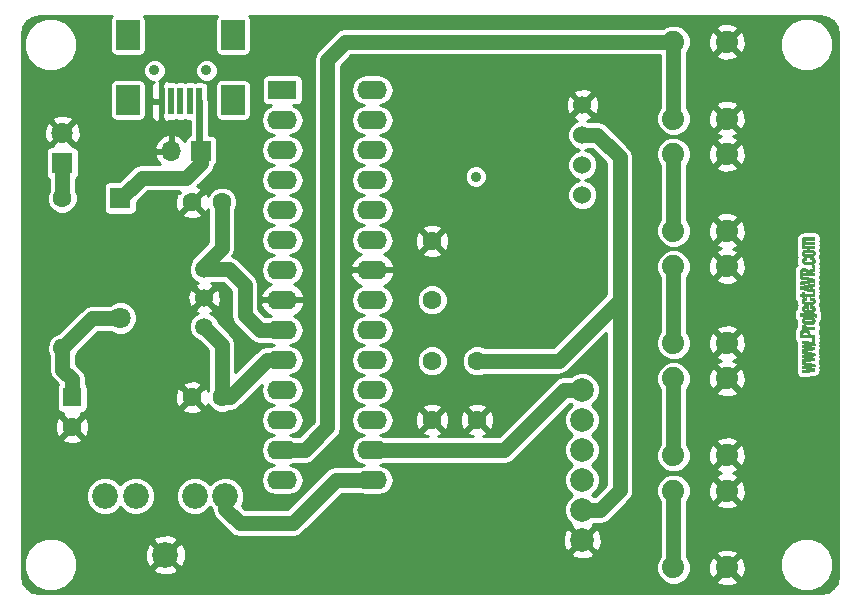
<source format=gtl>
G04 #@! TF.FileFunction,Copper,L1,Top,Signal*
%FSLAX46Y46*%
G04 Gerber Fmt 4.6, Leading zero omitted, Abs format (unit mm)*
G04 Created by KiCad (PCBNEW 4.0.5) date 07/20/17 14:13:58*
%MOMM*%
%LPD*%
G01*
G04 APERTURE LIST*
%ADD10C,0.100000*%
%ADD11C,0.010000*%
%ADD12C,1.600000*%
%ADD13R,1.600000X1.600000*%
%ADD14R,1.800000X1.800000*%
%ADD15C,1.800000*%
%ADD16C,1.524000*%
%ADD17R,2.400000X1.600000*%
%ADD18O,2.540000X1.600000*%
%ADD19R,1.998980X2.499360*%
%ADD20C,0.909320*%
%ADD21R,0.500380X2.301240*%
%ADD22R,1.700000X1.700000*%
%ADD23O,1.700000X1.700000*%
%ADD24C,1.500000*%
%ADD25O,1.600000X1.600000*%
%ADD26C,1.879600*%
%ADD27C,2.000000*%
%ADD28C,2.181860*%
%ADD29C,0.900000*%
%ADD30C,1.300000*%
%ADD31C,0.600000*%
%ADD32C,0.254000*%
G04 APERTURE END LIST*
D10*
D11*
G36*
X179173591Y-102746125D02*
X179308231Y-102746567D01*
X179431796Y-102747827D01*
X179540578Y-102749809D01*
X179630870Y-102752414D01*
X179698966Y-102755546D01*
X179741158Y-102759107D01*
X179752268Y-102761318D01*
X179795841Y-102793942D01*
X179826409Y-102850119D01*
X179840719Y-102923186D01*
X179841375Y-102943775D01*
X179841375Y-103016000D01*
X179778433Y-103016000D01*
X179730387Y-103010627D01*
X179703405Y-102992065D01*
X179698500Y-102984250D01*
X179692809Y-102975594D01*
X179683801Y-102968673D01*
X179668181Y-102963292D01*
X179642652Y-102959259D01*
X179603917Y-102956379D01*
X179548680Y-102954459D01*
X179473645Y-102953305D01*
X179375515Y-102952724D01*
X179250994Y-102952521D01*
X179158191Y-102952500D01*
X178634875Y-102952500D01*
X178634875Y-102746125D01*
X179173591Y-102746125D01*
X179173591Y-102746125D01*
G37*
X179173591Y-102746125D02*
X179308231Y-102746567D01*
X179431796Y-102747827D01*
X179540578Y-102749809D01*
X179630870Y-102752414D01*
X179698966Y-102755546D01*
X179741158Y-102759107D01*
X179752268Y-102761318D01*
X179795841Y-102793942D01*
X179826409Y-102850119D01*
X179840719Y-102923186D01*
X179841375Y-102943775D01*
X179841375Y-103016000D01*
X179778433Y-103016000D01*
X179730387Y-103010627D01*
X179703405Y-102992065D01*
X179698500Y-102984250D01*
X179692809Y-102975594D01*
X179683801Y-102968673D01*
X179668181Y-102963292D01*
X179642652Y-102959259D01*
X179603917Y-102956379D01*
X179548680Y-102954459D01*
X179473645Y-102953305D01*
X179375515Y-102952724D01*
X179250994Y-102952521D01*
X179158191Y-102952500D01*
X178634875Y-102952500D01*
X178634875Y-102746125D01*
X179173591Y-102746125D01*
G36*
X178634055Y-103224300D02*
X178673141Y-103149212D01*
X178712584Y-103107151D01*
X178746841Y-103081904D01*
X178784831Y-103062881D01*
X178831477Y-103049252D01*
X178891697Y-103040190D01*
X178970413Y-103034867D01*
X179072544Y-103032454D01*
X179158750Y-103032053D01*
X179254097Y-103032982D01*
X179342497Y-103035556D01*
X179417328Y-103039451D01*
X179471967Y-103044347D01*
X179495600Y-103048449D01*
X179568123Y-103081476D01*
X179631328Y-103133628D01*
X179674456Y-103195833D01*
X179676846Y-103201281D01*
X179692332Y-103263072D01*
X179697086Y-103338631D01*
X179691155Y-103413066D01*
X179675999Y-103468438D01*
X179636699Y-103528552D01*
X179580108Y-103582539D01*
X179519053Y-103618172D01*
X179518872Y-103618241D01*
X179487605Y-103623940D01*
X179429176Y-103628688D01*
X179348165Y-103632273D01*
X179249153Y-103634484D01*
X179155991Y-103635100D01*
X179155991Y-103428750D01*
X179265153Y-103428423D01*
X179346992Y-103427212D01*
X179405933Y-103424774D01*
X179446398Y-103420767D01*
X179472811Y-103414847D01*
X179489596Y-103406671D01*
X179494843Y-103402478D01*
X179519690Y-103361640D01*
X179521168Y-103314109D01*
X179499850Y-103272658D01*
X179488592Y-103262963D01*
X179470297Y-103253915D01*
X179442029Y-103247288D01*
X179399298Y-103242745D01*
X179337612Y-103239951D01*
X179252480Y-103238568D01*
X179158750Y-103238250D01*
X179050257Y-103238702D01*
X178969013Y-103240279D01*
X178910527Y-103243320D01*
X178870306Y-103248161D01*
X178843860Y-103255137D01*
X178828907Y-103262963D01*
X178800291Y-103300162D01*
X178795375Y-103347654D01*
X178814926Y-103393773D01*
X178819897Y-103399719D01*
X178831609Y-103409786D01*
X178848904Y-103417235D01*
X178876264Y-103422453D01*
X178918167Y-103425826D01*
X178979092Y-103427741D01*
X179063518Y-103428585D01*
X179155991Y-103428750D01*
X179155991Y-103635100D01*
X179152275Y-103635125D01*
X179042550Y-103634943D01*
X178959561Y-103634084D01*
X178898295Y-103632079D01*
X178853737Y-103628460D01*
X178820876Y-103622757D01*
X178794697Y-103614503D01*
X178770187Y-103603229D01*
X178761240Y-103598570D01*
X178695070Y-103546928D01*
X178648582Y-103476763D01*
X178622461Y-103394992D01*
X178617390Y-103308532D01*
X178634055Y-103224300D01*
X178634055Y-103224300D01*
G37*
X178634055Y-103224300D02*
X178673141Y-103149212D01*
X178712584Y-103107151D01*
X178746841Y-103081904D01*
X178784831Y-103062881D01*
X178831477Y-103049252D01*
X178891697Y-103040190D01*
X178970413Y-103034867D01*
X179072544Y-103032454D01*
X179158750Y-103032053D01*
X179254097Y-103032982D01*
X179342497Y-103035556D01*
X179417328Y-103039451D01*
X179471967Y-103044347D01*
X179495600Y-103048449D01*
X179568123Y-103081476D01*
X179631328Y-103133628D01*
X179674456Y-103195833D01*
X179676846Y-103201281D01*
X179692332Y-103263072D01*
X179697086Y-103338631D01*
X179691155Y-103413066D01*
X179675999Y-103468438D01*
X179636699Y-103528552D01*
X179580108Y-103582539D01*
X179519053Y-103618172D01*
X179518872Y-103618241D01*
X179487605Y-103623940D01*
X179429176Y-103628688D01*
X179348165Y-103632273D01*
X179249153Y-103634484D01*
X179155991Y-103635100D01*
X179155991Y-103428750D01*
X179265153Y-103428423D01*
X179346992Y-103427212D01*
X179405933Y-103424774D01*
X179446398Y-103420767D01*
X179472811Y-103414847D01*
X179489596Y-103406671D01*
X179494843Y-103402478D01*
X179519690Y-103361640D01*
X179521168Y-103314109D01*
X179499850Y-103272658D01*
X179488592Y-103262963D01*
X179470297Y-103253915D01*
X179442029Y-103247288D01*
X179399298Y-103242745D01*
X179337612Y-103239951D01*
X179252480Y-103238568D01*
X179158750Y-103238250D01*
X179050257Y-103238702D01*
X178969013Y-103240279D01*
X178910527Y-103243320D01*
X178870306Y-103248161D01*
X178843860Y-103255137D01*
X178828907Y-103262963D01*
X178800291Y-103300162D01*
X178795375Y-103347654D01*
X178814926Y-103393773D01*
X178819897Y-103399719D01*
X178831609Y-103409786D01*
X178848904Y-103417235D01*
X178876264Y-103422453D01*
X178918167Y-103425826D01*
X178979092Y-103427741D01*
X179063518Y-103428585D01*
X179155991Y-103428750D01*
X179155991Y-103635100D01*
X179152275Y-103635125D01*
X179042550Y-103634943D01*
X178959561Y-103634084D01*
X178898295Y-103632079D01*
X178853737Y-103628460D01*
X178820876Y-103622757D01*
X178794697Y-103614503D01*
X178770187Y-103603229D01*
X178761240Y-103598570D01*
X178695070Y-103546928D01*
X178648582Y-103476763D01*
X178622461Y-103394992D01*
X178617390Y-103308532D01*
X178634055Y-103224300D01*
G36*
X178632763Y-102247207D02*
X178657503Y-102184778D01*
X178701576Y-102132483D01*
X178736175Y-102104169D01*
X178759114Y-102089999D01*
X178787644Y-102080146D01*
X178828205Y-102073595D01*
X178887239Y-102069331D01*
X178971186Y-102066339D01*
X178977288Y-102066175D01*
X179174625Y-102060911D01*
X179174625Y-102444500D01*
X179313967Y-102444500D01*
X179402791Y-102441218D01*
X179464281Y-102430206D01*
X179502283Y-102409721D01*
X179520644Y-102378015D01*
X179523875Y-102349250D01*
X179511792Y-102302595D01*
X179474649Y-102271897D01*
X179411096Y-102256369D01*
X179361592Y-102254000D01*
X179269875Y-102254000D01*
X179269875Y-102060242D01*
X179403660Y-102065840D01*
X179488335Y-102072849D01*
X179550372Y-102088238D01*
X179598573Y-102115972D01*
X179641744Y-102160017D01*
X179657341Y-102180083D01*
X179682358Y-102234383D01*
X179695245Y-102306707D01*
X179695630Y-102385587D01*
X179683143Y-102459554D01*
X179667695Y-102500063D01*
X179632459Y-102550915D01*
X179586639Y-102596003D01*
X179576774Y-102603250D01*
X179556550Y-102616324D01*
X179536432Y-102626229D01*
X179511777Y-102633482D01*
X179477944Y-102638596D01*
X179430293Y-102642086D01*
X179364182Y-102644467D01*
X179274969Y-102646254D01*
X179175840Y-102647713D01*
X179062796Y-102649166D01*
X178976705Y-102649702D01*
X178938960Y-102649253D01*
X178938960Y-102444500D01*
X179031750Y-102444500D01*
X179031750Y-102249591D01*
X178935906Y-102258282D01*
X178864950Y-102268672D01*
X178820755Y-102286197D01*
X178798618Y-102313757D01*
X178793625Y-102345976D01*
X178803676Y-102395200D01*
X178835640Y-102426631D01*
X178892228Y-102442107D01*
X178938960Y-102444500D01*
X178938960Y-102649253D01*
X178912771Y-102648941D01*
X178866201Y-102646506D01*
X178832202Y-102642019D01*
X178805979Y-102635101D01*
X178782739Y-102625375D01*
X178762712Y-102615126D01*
X178691427Y-102562463D01*
X178645313Y-102492404D01*
X178623531Y-102403246D01*
X178622238Y-102329914D01*
X178632763Y-102247207D01*
X178632763Y-102247207D01*
G37*
X178632763Y-102247207D02*
X178657503Y-102184778D01*
X178701576Y-102132483D01*
X178736175Y-102104169D01*
X178759114Y-102089999D01*
X178787644Y-102080146D01*
X178828205Y-102073595D01*
X178887239Y-102069331D01*
X178971186Y-102066339D01*
X178977288Y-102066175D01*
X179174625Y-102060911D01*
X179174625Y-102444500D01*
X179313967Y-102444500D01*
X179402791Y-102441218D01*
X179464281Y-102430206D01*
X179502283Y-102409721D01*
X179520644Y-102378015D01*
X179523875Y-102349250D01*
X179511792Y-102302595D01*
X179474649Y-102271897D01*
X179411096Y-102256369D01*
X179361592Y-102254000D01*
X179269875Y-102254000D01*
X179269875Y-102060242D01*
X179403660Y-102065840D01*
X179488335Y-102072849D01*
X179550372Y-102088238D01*
X179598573Y-102115972D01*
X179641744Y-102160017D01*
X179657341Y-102180083D01*
X179682358Y-102234383D01*
X179695245Y-102306707D01*
X179695630Y-102385587D01*
X179683143Y-102459554D01*
X179667695Y-102500063D01*
X179632459Y-102550915D01*
X179586639Y-102596003D01*
X179576774Y-102603250D01*
X179556550Y-102616324D01*
X179536432Y-102626229D01*
X179511777Y-102633482D01*
X179477944Y-102638596D01*
X179430293Y-102642086D01*
X179364182Y-102644467D01*
X179274969Y-102646254D01*
X179175840Y-102647713D01*
X179062796Y-102649166D01*
X178976705Y-102649702D01*
X178938960Y-102649253D01*
X178938960Y-102444500D01*
X179031750Y-102444500D01*
X179031750Y-102249591D01*
X178935906Y-102258282D01*
X178864950Y-102268672D01*
X178820755Y-102286197D01*
X178798618Y-102313757D01*
X178793625Y-102345976D01*
X178803676Y-102395200D01*
X178835640Y-102426631D01*
X178892228Y-102442107D01*
X178938960Y-102444500D01*
X178938960Y-102649253D01*
X178912771Y-102648941D01*
X178866201Y-102646506D01*
X178832202Y-102642019D01*
X178805979Y-102635101D01*
X178782739Y-102625375D01*
X178762712Y-102615126D01*
X178691427Y-102562463D01*
X178645313Y-102492404D01*
X178623531Y-102403246D01*
X178622238Y-102329914D01*
X178632763Y-102247207D01*
G36*
X178637750Y-101565402D02*
X178673550Y-101491530D01*
X178731142Y-101440063D01*
X178812030Y-101409518D01*
X178889382Y-101399418D01*
X179000000Y-101393168D01*
X179000000Y-101603125D01*
X178915862Y-101603125D01*
X178851871Y-101607930D01*
X178813585Y-101624474D01*
X178796128Y-101655949D01*
X178793625Y-101683215D01*
X178795780Y-101713767D01*
X178804781Y-101736960D01*
X178824432Y-101753795D01*
X178858536Y-101765275D01*
X178910897Y-101772402D01*
X178985318Y-101776178D01*
X179085603Y-101777604D01*
X179152498Y-101777750D01*
X179270972Y-101777106D01*
X179361423Y-101774538D01*
X179427563Y-101769095D01*
X179473104Y-101759824D01*
X179501758Y-101745773D01*
X179517237Y-101725990D01*
X179523253Y-101699524D01*
X179523875Y-101682500D01*
X179511792Y-101635845D01*
X179474649Y-101605147D01*
X179411096Y-101589619D01*
X179361592Y-101587250D01*
X179269875Y-101587250D01*
X179269875Y-101393492D01*
X179403660Y-101399090D01*
X179488335Y-101406099D01*
X179550372Y-101421488D01*
X179598573Y-101449222D01*
X179641744Y-101493267D01*
X179657341Y-101513333D01*
X179682358Y-101567633D01*
X179695245Y-101639957D01*
X179695630Y-101718837D01*
X179683143Y-101792804D01*
X179667695Y-101833313D01*
X179632459Y-101884165D01*
X179586639Y-101929253D01*
X179576774Y-101936500D01*
X179556550Y-101949574D01*
X179536432Y-101959479D01*
X179511777Y-101966732D01*
X179477944Y-101971846D01*
X179430293Y-101975336D01*
X179364182Y-101977717D01*
X179274969Y-101979504D01*
X179175840Y-101980963D01*
X179062796Y-101982416D01*
X178976705Y-101982952D01*
X178912771Y-101982191D01*
X178866201Y-101979756D01*
X178832202Y-101975269D01*
X178805979Y-101968351D01*
X178782739Y-101958625D01*
X178762712Y-101948376D01*
X178691427Y-101895713D01*
X178645313Y-101825654D01*
X178623531Y-101736496D01*
X178622238Y-101663164D01*
X178637750Y-101565402D01*
X178637750Y-101565402D01*
G37*
X178637750Y-101565402D02*
X178673550Y-101491530D01*
X178731142Y-101440063D01*
X178812030Y-101409518D01*
X178889382Y-101399418D01*
X179000000Y-101393168D01*
X179000000Y-101603125D01*
X178915862Y-101603125D01*
X178851871Y-101607930D01*
X178813585Y-101624474D01*
X178796128Y-101655949D01*
X178793625Y-101683215D01*
X178795780Y-101713767D01*
X178804781Y-101736960D01*
X178824432Y-101753795D01*
X178858536Y-101765275D01*
X178910897Y-101772402D01*
X178985318Y-101776178D01*
X179085603Y-101777604D01*
X179152498Y-101777750D01*
X179270972Y-101777106D01*
X179361423Y-101774538D01*
X179427563Y-101769095D01*
X179473104Y-101759824D01*
X179501758Y-101745773D01*
X179517237Y-101725990D01*
X179523253Y-101699524D01*
X179523875Y-101682500D01*
X179511792Y-101635845D01*
X179474649Y-101605147D01*
X179411096Y-101589619D01*
X179361592Y-101587250D01*
X179269875Y-101587250D01*
X179269875Y-101393492D01*
X179403660Y-101399090D01*
X179488335Y-101406099D01*
X179550372Y-101421488D01*
X179598573Y-101449222D01*
X179641744Y-101493267D01*
X179657341Y-101513333D01*
X179682358Y-101567633D01*
X179695245Y-101639957D01*
X179695630Y-101718837D01*
X179683143Y-101792804D01*
X179667695Y-101833313D01*
X179632459Y-101884165D01*
X179586639Y-101929253D01*
X179576774Y-101936500D01*
X179556550Y-101949574D01*
X179536432Y-101959479D01*
X179511777Y-101966732D01*
X179477944Y-101971846D01*
X179430293Y-101975336D01*
X179364182Y-101977717D01*
X179274969Y-101979504D01*
X179175840Y-101980963D01*
X179062796Y-101982416D01*
X178976705Y-101982952D01*
X178912771Y-101982191D01*
X178866201Y-101979756D01*
X178832202Y-101975269D01*
X178805979Y-101968351D01*
X178782739Y-101958625D01*
X178762712Y-101948376D01*
X178691427Y-101895713D01*
X178645313Y-101825654D01*
X178623531Y-101736496D01*
X178622238Y-101663164D01*
X178637750Y-101565402D01*
G36*
X178637750Y-98152277D02*
X178673550Y-98078405D01*
X178731142Y-98026938D01*
X178812030Y-97996393D01*
X178889382Y-97986293D01*
X179000000Y-97980043D01*
X179000000Y-98190000D01*
X178915862Y-98190000D01*
X178851871Y-98194805D01*
X178813585Y-98211349D01*
X178796128Y-98242824D01*
X178793625Y-98270090D01*
X178795780Y-98300642D01*
X178804781Y-98323835D01*
X178824432Y-98340670D01*
X178858536Y-98352150D01*
X178910897Y-98359277D01*
X178985318Y-98363053D01*
X179085603Y-98364479D01*
X179152498Y-98364625D01*
X179270972Y-98363981D01*
X179361423Y-98361413D01*
X179427563Y-98355970D01*
X179473104Y-98346699D01*
X179501758Y-98332648D01*
X179517237Y-98312865D01*
X179523253Y-98286399D01*
X179523875Y-98269375D01*
X179511792Y-98222720D01*
X179474649Y-98192022D01*
X179411096Y-98176494D01*
X179361592Y-98174125D01*
X179269875Y-98174125D01*
X179269875Y-97980367D01*
X179403660Y-97985965D01*
X179488335Y-97992974D01*
X179550372Y-98008363D01*
X179598573Y-98036097D01*
X179641744Y-98080142D01*
X179657341Y-98100208D01*
X179682358Y-98154508D01*
X179695245Y-98226832D01*
X179695630Y-98305712D01*
X179683143Y-98379679D01*
X179667695Y-98420188D01*
X179632459Y-98471040D01*
X179586639Y-98516128D01*
X179576774Y-98523375D01*
X179556550Y-98536449D01*
X179536432Y-98546354D01*
X179511777Y-98553607D01*
X179477944Y-98558721D01*
X179430293Y-98562211D01*
X179364182Y-98564592D01*
X179274969Y-98566379D01*
X179175840Y-98567838D01*
X179062796Y-98569291D01*
X178976705Y-98569827D01*
X178912771Y-98569066D01*
X178866201Y-98566631D01*
X178832202Y-98562144D01*
X178805979Y-98555226D01*
X178782739Y-98545500D01*
X178762712Y-98535251D01*
X178691427Y-98482588D01*
X178645313Y-98412529D01*
X178623531Y-98323371D01*
X178622238Y-98250039D01*
X178637750Y-98152277D01*
X178637750Y-98152277D01*
G37*
X178637750Y-98152277D02*
X178673550Y-98078405D01*
X178731142Y-98026938D01*
X178812030Y-97996393D01*
X178889382Y-97986293D01*
X179000000Y-97980043D01*
X179000000Y-98190000D01*
X178915862Y-98190000D01*
X178851871Y-98194805D01*
X178813585Y-98211349D01*
X178796128Y-98242824D01*
X178793625Y-98270090D01*
X178795780Y-98300642D01*
X178804781Y-98323835D01*
X178824432Y-98340670D01*
X178858536Y-98352150D01*
X178910897Y-98359277D01*
X178985318Y-98363053D01*
X179085603Y-98364479D01*
X179152498Y-98364625D01*
X179270972Y-98363981D01*
X179361423Y-98361413D01*
X179427563Y-98355970D01*
X179473104Y-98346699D01*
X179501758Y-98332648D01*
X179517237Y-98312865D01*
X179523253Y-98286399D01*
X179523875Y-98269375D01*
X179511792Y-98222720D01*
X179474649Y-98192022D01*
X179411096Y-98176494D01*
X179361592Y-98174125D01*
X179269875Y-98174125D01*
X179269875Y-97980367D01*
X179403660Y-97985965D01*
X179488335Y-97992974D01*
X179550372Y-98008363D01*
X179598573Y-98036097D01*
X179641744Y-98080142D01*
X179657341Y-98100208D01*
X179682358Y-98154508D01*
X179695245Y-98226832D01*
X179695630Y-98305712D01*
X179683143Y-98379679D01*
X179667695Y-98420188D01*
X179632459Y-98471040D01*
X179586639Y-98516128D01*
X179576774Y-98523375D01*
X179556550Y-98536449D01*
X179536432Y-98546354D01*
X179511777Y-98553607D01*
X179477944Y-98558721D01*
X179430293Y-98562211D01*
X179364182Y-98564592D01*
X179274969Y-98566379D01*
X179175840Y-98567838D01*
X179062796Y-98569291D01*
X178976705Y-98569827D01*
X178912771Y-98569066D01*
X178866201Y-98566631D01*
X178832202Y-98562144D01*
X178805979Y-98555226D01*
X178782739Y-98545500D01*
X178762712Y-98535251D01*
X178691427Y-98482588D01*
X178645313Y-98412529D01*
X178623531Y-98323371D01*
X178622238Y-98250039D01*
X178637750Y-98152277D01*
G36*
X178634055Y-97525175D02*
X178673141Y-97450087D01*
X178712584Y-97408026D01*
X178746841Y-97382779D01*
X178784831Y-97363756D01*
X178831477Y-97350127D01*
X178891697Y-97341065D01*
X178970413Y-97335742D01*
X179072544Y-97333329D01*
X179158750Y-97332928D01*
X179254097Y-97333857D01*
X179342497Y-97336431D01*
X179417328Y-97340326D01*
X179471967Y-97345222D01*
X179495600Y-97349324D01*
X179568123Y-97382351D01*
X179631328Y-97434503D01*
X179674456Y-97496708D01*
X179676846Y-97502156D01*
X179692332Y-97563947D01*
X179697086Y-97639506D01*
X179691155Y-97713941D01*
X179675999Y-97769313D01*
X179636699Y-97829427D01*
X179580108Y-97883414D01*
X179519053Y-97919047D01*
X179518872Y-97919116D01*
X179487605Y-97924815D01*
X179429176Y-97929563D01*
X179348165Y-97933148D01*
X179249153Y-97935359D01*
X179155991Y-97935975D01*
X179155991Y-97729625D01*
X179265153Y-97729298D01*
X179346992Y-97728087D01*
X179405933Y-97725649D01*
X179446398Y-97721642D01*
X179472811Y-97715722D01*
X179489596Y-97707546D01*
X179494843Y-97703353D01*
X179519690Y-97662515D01*
X179521168Y-97614984D01*
X179499850Y-97573533D01*
X179488592Y-97563838D01*
X179470297Y-97554790D01*
X179442029Y-97548163D01*
X179399298Y-97543620D01*
X179337612Y-97540826D01*
X179252480Y-97539443D01*
X179158750Y-97539125D01*
X179050257Y-97539577D01*
X178969013Y-97541154D01*
X178910527Y-97544195D01*
X178870306Y-97549036D01*
X178843860Y-97556012D01*
X178828907Y-97563838D01*
X178800291Y-97601037D01*
X178795375Y-97648529D01*
X178814926Y-97694648D01*
X178819897Y-97700594D01*
X178831609Y-97710661D01*
X178848904Y-97718110D01*
X178876264Y-97723328D01*
X178918167Y-97726701D01*
X178979092Y-97728616D01*
X179063518Y-97729460D01*
X179155991Y-97729625D01*
X179155991Y-97935975D01*
X179152275Y-97936000D01*
X179042550Y-97935818D01*
X178959561Y-97934959D01*
X178898295Y-97932954D01*
X178853737Y-97929335D01*
X178820876Y-97923632D01*
X178794697Y-97915378D01*
X178770187Y-97904104D01*
X178761240Y-97899445D01*
X178695070Y-97847803D01*
X178648582Y-97777638D01*
X178622461Y-97695867D01*
X178617390Y-97609407D01*
X178634055Y-97525175D01*
X178634055Y-97525175D01*
G37*
X178634055Y-97525175D02*
X178673141Y-97450087D01*
X178712584Y-97408026D01*
X178746841Y-97382779D01*
X178784831Y-97363756D01*
X178831477Y-97350127D01*
X178891697Y-97341065D01*
X178970413Y-97335742D01*
X179072544Y-97333329D01*
X179158750Y-97332928D01*
X179254097Y-97333857D01*
X179342497Y-97336431D01*
X179417328Y-97340326D01*
X179471967Y-97345222D01*
X179495600Y-97349324D01*
X179568123Y-97382351D01*
X179631328Y-97434503D01*
X179674456Y-97496708D01*
X179676846Y-97502156D01*
X179692332Y-97563947D01*
X179697086Y-97639506D01*
X179691155Y-97713941D01*
X179675999Y-97769313D01*
X179636699Y-97829427D01*
X179580108Y-97883414D01*
X179519053Y-97919047D01*
X179518872Y-97919116D01*
X179487605Y-97924815D01*
X179429176Y-97929563D01*
X179348165Y-97933148D01*
X179249153Y-97935359D01*
X179155991Y-97935975D01*
X179155991Y-97729625D01*
X179265153Y-97729298D01*
X179346992Y-97728087D01*
X179405933Y-97725649D01*
X179446398Y-97721642D01*
X179472811Y-97715722D01*
X179489596Y-97707546D01*
X179494843Y-97703353D01*
X179519690Y-97662515D01*
X179521168Y-97614984D01*
X179499850Y-97573533D01*
X179488592Y-97563838D01*
X179470297Y-97554790D01*
X179442029Y-97548163D01*
X179399298Y-97543620D01*
X179337612Y-97540826D01*
X179252480Y-97539443D01*
X179158750Y-97539125D01*
X179050257Y-97539577D01*
X178969013Y-97541154D01*
X178910527Y-97544195D01*
X178870306Y-97549036D01*
X178843860Y-97556012D01*
X178828907Y-97563838D01*
X178800291Y-97601037D01*
X178795375Y-97648529D01*
X178814926Y-97694648D01*
X178819897Y-97700594D01*
X178831609Y-97710661D01*
X178848904Y-97718110D01*
X178876264Y-97723328D01*
X178918167Y-97726701D01*
X178979092Y-97728616D01*
X179063518Y-97729460D01*
X179155991Y-97729625D01*
X179155991Y-97935975D01*
X179152275Y-97936000D01*
X179042550Y-97935818D01*
X178959561Y-97934959D01*
X178898295Y-97932954D01*
X178853737Y-97929335D01*
X178820876Y-97923632D01*
X178794697Y-97915378D01*
X178770187Y-97904104D01*
X178761240Y-97899445D01*
X178695070Y-97847803D01*
X178648582Y-97777638D01*
X178622461Y-97695867D01*
X178617390Y-97609407D01*
X178634055Y-97525175D01*
G36*
X178634864Y-107581110D02*
X178640706Y-107560912D01*
X178655651Y-107546222D01*
X178683603Y-107535342D01*
X178728466Y-107526572D01*
X178794144Y-107518213D01*
X178884540Y-107508567D01*
X178968250Y-107499751D01*
X179052764Y-107490504D01*
X179125292Y-107482189D01*
X179180358Y-107475464D01*
X179212485Y-107470988D01*
X179218449Y-107469683D01*
X179205026Y-107466059D01*
X179165236Y-107458347D01*
X179104070Y-107447443D01*
X179026518Y-107434241D01*
X178956511Y-107422705D01*
X178848295Y-107405253D01*
X178767376Y-107391834D01*
X178709818Y-107380786D01*
X178671683Y-107370448D01*
X178649035Y-107359156D01*
X178637935Y-107345250D01*
X178634446Y-107327067D01*
X178634632Y-107302945D01*
X178634875Y-107286935D01*
X178634875Y-107210260D01*
X178734093Y-107193258D01*
X178794048Y-107183179D01*
X178872657Y-107170230D01*
X178957212Y-107156497D01*
X179000000Y-107149629D01*
X179069681Y-107137725D01*
X179127497Y-107126400D01*
X179166352Y-107117132D01*
X179178809Y-107112397D01*
X179167883Y-107107441D01*
X179130104Y-107100189D01*
X179070228Y-107091352D01*
X178993010Y-107081637D01*
X178912903Y-107072760D01*
X178634875Y-107043727D01*
X178634875Y-106950739D01*
X178637660Y-106892292D01*
X178646329Y-106862951D01*
X178654718Y-106858416D01*
X178674773Y-106860876D01*
X178722296Y-106867536D01*
X178793363Y-106877822D01*
X178884053Y-106891159D01*
X178990445Y-106906971D01*
X179108616Y-106924684D01*
X179174625Y-106934638D01*
X179674687Y-107010195D01*
X179684027Y-107202665D01*
X179496795Y-107230862D01*
X179370063Y-107249997D01*
X179271643Y-107265058D01*
X179198443Y-107276648D01*
X179147370Y-107285366D01*
X179115331Y-107291816D01*
X179099234Y-107296597D01*
X179095988Y-107300311D01*
X179102499Y-107303560D01*
X179111125Y-107305859D01*
X179139688Y-107311577D01*
X179193440Y-107321262D01*
X179266223Y-107333845D01*
X179351876Y-107348256D01*
X179416718Y-107358945D01*
X179682625Y-107402401D01*
X179682625Y-107494898D01*
X179681338Y-107547550D01*
X179675542Y-107576668D01*
X179662327Y-107590428D01*
X179646906Y-107595345D01*
X179622628Y-107599668D01*
X179572446Y-107607817D01*
X179501048Y-107619080D01*
X179413116Y-107632746D01*
X179313338Y-107648106D01*
X179206396Y-107664448D01*
X179096978Y-107681061D01*
X178989767Y-107697234D01*
X178889449Y-107712257D01*
X178800709Y-107725419D01*
X178728232Y-107736008D01*
X178676703Y-107743315D01*
X178650808Y-107746628D01*
X178648990Y-107746750D01*
X178641763Y-107732280D01*
X178636673Y-107694456D01*
X178634875Y-107644824D01*
X178634221Y-107608514D01*
X178634864Y-107581110D01*
X178634864Y-107581110D01*
G37*
X178634864Y-107581110D02*
X178640706Y-107560912D01*
X178655651Y-107546222D01*
X178683603Y-107535342D01*
X178728466Y-107526572D01*
X178794144Y-107518213D01*
X178884540Y-107508567D01*
X178968250Y-107499751D01*
X179052764Y-107490504D01*
X179125292Y-107482189D01*
X179180358Y-107475464D01*
X179212485Y-107470988D01*
X179218449Y-107469683D01*
X179205026Y-107466059D01*
X179165236Y-107458347D01*
X179104070Y-107447443D01*
X179026518Y-107434241D01*
X178956511Y-107422705D01*
X178848295Y-107405253D01*
X178767376Y-107391834D01*
X178709818Y-107380786D01*
X178671683Y-107370448D01*
X178649035Y-107359156D01*
X178637935Y-107345250D01*
X178634446Y-107327067D01*
X178634632Y-107302945D01*
X178634875Y-107286935D01*
X178634875Y-107210260D01*
X178734093Y-107193258D01*
X178794048Y-107183179D01*
X178872657Y-107170230D01*
X178957212Y-107156497D01*
X179000000Y-107149629D01*
X179069681Y-107137725D01*
X179127497Y-107126400D01*
X179166352Y-107117132D01*
X179178809Y-107112397D01*
X179167883Y-107107441D01*
X179130104Y-107100189D01*
X179070228Y-107091352D01*
X178993010Y-107081637D01*
X178912903Y-107072760D01*
X178634875Y-107043727D01*
X178634875Y-106950739D01*
X178637660Y-106892292D01*
X178646329Y-106862951D01*
X178654718Y-106858416D01*
X178674773Y-106860876D01*
X178722296Y-106867536D01*
X178793363Y-106877822D01*
X178884053Y-106891159D01*
X178990445Y-106906971D01*
X179108616Y-106924684D01*
X179174625Y-106934638D01*
X179674687Y-107010195D01*
X179684027Y-107202665D01*
X179496795Y-107230862D01*
X179370063Y-107249997D01*
X179271643Y-107265058D01*
X179198443Y-107276648D01*
X179147370Y-107285366D01*
X179115331Y-107291816D01*
X179099234Y-107296597D01*
X179095988Y-107300311D01*
X179102499Y-107303560D01*
X179111125Y-107305859D01*
X179139688Y-107311577D01*
X179193440Y-107321262D01*
X179266223Y-107333845D01*
X179351876Y-107348256D01*
X179416718Y-107358945D01*
X179682625Y-107402401D01*
X179682625Y-107494898D01*
X179681338Y-107547550D01*
X179675542Y-107576668D01*
X179662327Y-107590428D01*
X179646906Y-107595345D01*
X179622628Y-107599668D01*
X179572446Y-107607817D01*
X179501048Y-107619080D01*
X179413116Y-107632746D01*
X179313338Y-107648106D01*
X179206396Y-107664448D01*
X179096978Y-107681061D01*
X178989767Y-107697234D01*
X178889449Y-107712257D01*
X178800709Y-107725419D01*
X178728232Y-107736008D01*
X178676703Y-107743315D01*
X178650808Y-107746628D01*
X178648990Y-107746750D01*
X178641763Y-107732280D01*
X178636673Y-107694456D01*
X178634875Y-107644824D01*
X178634221Y-107608514D01*
X178634864Y-107581110D01*
G36*
X178634864Y-106676235D02*
X178640706Y-106656037D01*
X178655651Y-106641347D01*
X178683603Y-106630467D01*
X178728466Y-106621697D01*
X178794144Y-106613338D01*
X178884540Y-106603692D01*
X178968250Y-106594876D01*
X179052764Y-106585629D01*
X179125292Y-106577314D01*
X179180358Y-106570589D01*
X179212485Y-106566113D01*
X179218449Y-106564808D01*
X179205026Y-106561184D01*
X179165236Y-106553472D01*
X179104070Y-106542568D01*
X179026518Y-106529366D01*
X178956511Y-106517830D01*
X178848295Y-106500378D01*
X178767376Y-106486959D01*
X178709818Y-106475911D01*
X178671683Y-106465573D01*
X178649035Y-106454281D01*
X178637935Y-106440375D01*
X178634446Y-106422192D01*
X178634632Y-106398070D01*
X178634875Y-106382060D01*
X178634875Y-106305385D01*
X178734093Y-106288383D01*
X178794048Y-106278304D01*
X178872657Y-106265355D01*
X178957212Y-106251622D01*
X179000000Y-106244754D01*
X179069681Y-106232850D01*
X179127497Y-106221525D01*
X179166352Y-106212257D01*
X179178809Y-106207522D01*
X179167883Y-106202566D01*
X179130104Y-106195314D01*
X179070228Y-106186477D01*
X178993010Y-106176762D01*
X178912903Y-106167885D01*
X178634875Y-106138852D01*
X178634875Y-106045864D01*
X178637660Y-105987417D01*
X178646329Y-105958076D01*
X178654718Y-105953541D01*
X178674773Y-105956001D01*
X178722296Y-105962661D01*
X178793363Y-105972947D01*
X178884053Y-105986284D01*
X178990445Y-106002096D01*
X179108616Y-106019809D01*
X179174625Y-106029763D01*
X179674687Y-106105320D01*
X179684027Y-106297790D01*
X179496795Y-106325987D01*
X179370063Y-106345122D01*
X179271643Y-106360183D01*
X179198443Y-106371773D01*
X179147370Y-106380491D01*
X179115331Y-106386941D01*
X179099234Y-106391722D01*
X179095988Y-106395436D01*
X179102499Y-106398685D01*
X179111125Y-106400984D01*
X179139688Y-106406702D01*
X179193440Y-106416387D01*
X179266223Y-106428970D01*
X179351876Y-106443381D01*
X179416718Y-106454070D01*
X179682625Y-106497526D01*
X179682625Y-106590023D01*
X179681338Y-106642675D01*
X179675542Y-106671793D01*
X179662327Y-106685553D01*
X179646906Y-106690470D01*
X179622628Y-106694793D01*
X179572446Y-106702942D01*
X179501048Y-106714205D01*
X179413116Y-106727871D01*
X179313338Y-106743231D01*
X179206396Y-106759573D01*
X179096978Y-106776186D01*
X178989767Y-106792359D01*
X178889449Y-106807382D01*
X178800709Y-106820544D01*
X178728232Y-106831133D01*
X178676703Y-106838440D01*
X178650808Y-106841753D01*
X178648990Y-106841875D01*
X178641763Y-106827405D01*
X178636673Y-106789581D01*
X178634875Y-106739949D01*
X178634221Y-106703639D01*
X178634864Y-106676235D01*
X178634864Y-106676235D01*
G37*
X178634864Y-106676235D02*
X178640706Y-106656037D01*
X178655651Y-106641347D01*
X178683603Y-106630467D01*
X178728466Y-106621697D01*
X178794144Y-106613338D01*
X178884540Y-106603692D01*
X178968250Y-106594876D01*
X179052764Y-106585629D01*
X179125292Y-106577314D01*
X179180358Y-106570589D01*
X179212485Y-106566113D01*
X179218449Y-106564808D01*
X179205026Y-106561184D01*
X179165236Y-106553472D01*
X179104070Y-106542568D01*
X179026518Y-106529366D01*
X178956511Y-106517830D01*
X178848295Y-106500378D01*
X178767376Y-106486959D01*
X178709818Y-106475911D01*
X178671683Y-106465573D01*
X178649035Y-106454281D01*
X178637935Y-106440375D01*
X178634446Y-106422192D01*
X178634632Y-106398070D01*
X178634875Y-106382060D01*
X178634875Y-106305385D01*
X178734093Y-106288383D01*
X178794048Y-106278304D01*
X178872657Y-106265355D01*
X178957212Y-106251622D01*
X179000000Y-106244754D01*
X179069681Y-106232850D01*
X179127497Y-106221525D01*
X179166352Y-106212257D01*
X179178809Y-106207522D01*
X179167883Y-106202566D01*
X179130104Y-106195314D01*
X179070228Y-106186477D01*
X178993010Y-106176762D01*
X178912903Y-106167885D01*
X178634875Y-106138852D01*
X178634875Y-106045864D01*
X178637660Y-105987417D01*
X178646329Y-105958076D01*
X178654718Y-105953541D01*
X178674773Y-105956001D01*
X178722296Y-105962661D01*
X178793363Y-105972947D01*
X178884053Y-105986284D01*
X178990445Y-106002096D01*
X179108616Y-106019809D01*
X179174625Y-106029763D01*
X179674687Y-106105320D01*
X179684027Y-106297790D01*
X179496795Y-106325987D01*
X179370063Y-106345122D01*
X179271643Y-106360183D01*
X179198443Y-106371773D01*
X179147370Y-106380491D01*
X179115331Y-106386941D01*
X179099234Y-106391722D01*
X179095988Y-106395436D01*
X179102499Y-106398685D01*
X179111125Y-106400984D01*
X179139688Y-106406702D01*
X179193440Y-106416387D01*
X179266223Y-106428970D01*
X179351876Y-106443381D01*
X179416718Y-106454070D01*
X179682625Y-106497526D01*
X179682625Y-106590023D01*
X179681338Y-106642675D01*
X179675542Y-106671793D01*
X179662327Y-106685553D01*
X179646906Y-106690470D01*
X179622628Y-106694793D01*
X179572446Y-106702942D01*
X179501048Y-106714205D01*
X179413116Y-106727871D01*
X179313338Y-106743231D01*
X179206396Y-106759573D01*
X179096978Y-106776186D01*
X178989767Y-106792359D01*
X178889449Y-106807382D01*
X178800709Y-106820544D01*
X178728232Y-106831133D01*
X178676703Y-106838440D01*
X178650808Y-106841753D01*
X178648990Y-106841875D01*
X178641763Y-106827405D01*
X178636673Y-106789581D01*
X178634875Y-106739949D01*
X178634221Y-106703639D01*
X178634864Y-106676235D01*
G36*
X178634864Y-105771360D02*
X178640706Y-105751162D01*
X178655651Y-105736472D01*
X178683603Y-105725592D01*
X178728466Y-105716822D01*
X178794144Y-105708463D01*
X178884540Y-105698817D01*
X178968250Y-105690001D01*
X179052764Y-105680754D01*
X179125292Y-105672439D01*
X179180358Y-105665714D01*
X179212485Y-105661238D01*
X179218449Y-105659933D01*
X179205026Y-105656309D01*
X179165236Y-105648597D01*
X179104070Y-105637693D01*
X179026518Y-105624491D01*
X178956511Y-105612955D01*
X178848295Y-105595503D01*
X178767376Y-105582084D01*
X178709818Y-105571036D01*
X178671683Y-105560698D01*
X178649035Y-105549406D01*
X178637935Y-105535500D01*
X178634446Y-105517317D01*
X178634632Y-105493195D01*
X178634875Y-105477185D01*
X178634875Y-105400510D01*
X178734093Y-105383508D01*
X178794048Y-105373429D01*
X178872657Y-105360480D01*
X178957212Y-105346747D01*
X179000000Y-105339879D01*
X179069681Y-105327975D01*
X179127497Y-105316650D01*
X179166352Y-105307382D01*
X179178809Y-105302647D01*
X179167883Y-105297691D01*
X179130104Y-105290439D01*
X179070228Y-105281602D01*
X178993010Y-105271887D01*
X178912903Y-105263010D01*
X178634875Y-105233977D01*
X178634875Y-105140989D01*
X178637660Y-105082542D01*
X178646329Y-105053201D01*
X178654718Y-105048666D01*
X178674773Y-105051126D01*
X178722296Y-105057786D01*
X178793363Y-105068072D01*
X178884053Y-105081409D01*
X178990445Y-105097221D01*
X179108616Y-105114934D01*
X179174625Y-105124888D01*
X179674687Y-105200445D01*
X179684027Y-105392915D01*
X179496795Y-105421112D01*
X179370063Y-105440247D01*
X179271643Y-105455308D01*
X179198443Y-105466898D01*
X179147370Y-105475616D01*
X179115331Y-105482066D01*
X179099234Y-105486847D01*
X179095988Y-105490561D01*
X179102499Y-105493810D01*
X179111125Y-105496109D01*
X179139688Y-105501827D01*
X179193440Y-105511512D01*
X179266223Y-105524095D01*
X179351876Y-105538506D01*
X179416718Y-105549195D01*
X179682625Y-105592651D01*
X179682625Y-105685148D01*
X179681338Y-105737800D01*
X179675542Y-105766918D01*
X179662327Y-105780678D01*
X179646906Y-105785595D01*
X179622628Y-105789918D01*
X179572446Y-105798067D01*
X179501048Y-105809330D01*
X179413116Y-105822996D01*
X179313338Y-105838356D01*
X179206396Y-105854698D01*
X179096978Y-105871311D01*
X178989767Y-105887484D01*
X178889449Y-105902507D01*
X178800709Y-105915669D01*
X178728232Y-105926258D01*
X178676703Y-105933565D01*
X178650808Y-105936878D01*
X178648990Y-105937000D01*
X178641763Y-105922530D01*
X178636673Y-105884706D01*
X178634875Y-105835074D01*
X178634221Y-105798764D01*
X178634864Y-105771360D01*
X178634864Y-105771360D01*
G37*
X178634864Y-105771360D02*
X178640706Y-105751162D01*
X178655651Y-105736472D01*
X178683603Y-105725592D01*
X178728466Y-105716822D01*
X178794144Y-105708463D01*
X178884540Y-105698817D01*
X178968250Y-105690001D01*
X179052764Y-105680754D01*
X179125292Y-105672439D01*
X179180358Y-105665714D01*
X179212485Y-105661238D01*
X179218449Y-105659933D01*
X179205026Y-105656309D01*
X179165236Y-105648597D01*
X179104070Y-105637693D01*
X179026518Y-105624491D01*
X178956511Y-105612955D01*
X178848295Y-105595503D01*
X178767376Y-105582084D01*
X178709818Y-105571036D01*
X178671683Y-105560698D01*
X178649035Y-105549406D01*
X178637935Y-105535500D01*
X178634446Y-105517317D01*
X178634632Y-105493195D01*
X178634875Y-105477185D01*
X178634875Y-105400510D01*
X178734093Y-105383508D01*
X178794048Y-105373429D01*
X178872657Y-105360480D01*
X178957212Y-105346747D01*
X179000000Y-105339879D01*
X179069681Y-105327975D01*
X179127497Y-105316650D01*
X179166352Y-105307382D01*
X179178809Y-105302647D01*
X179167883Y-105297691D01*
X179130104Y-105290439D01*
X179070228Y-105281602D01*
X178993010Y-105271887D01*
X178912903Y-105263010D01*
X178634875Y-105233977D01*
X178634875Y-105140989D01*
X178637660Y-105082542D01*
X178646329Y-105053201D01*
X178654718Y-105048666D01*
X178674773Y-105051126D01*
X178722296Y-105057786D01*
X178793363Y-105068072D01*
X178884053Y-105081409D01*
X178990445Y-105097221D01*
X179108616Y-105114934D01*
X179174625Y-105124888D01*
X179674687Y-105200445D01*
X179684027Y-105392915D01*
X179496795Y-105421112D01*
X179370063Y-105440247D01*
X179271643Y-105455308D01*
X179198443Y-105466898D01*
X179147370Y-105475616D01*
X179115331Y-105482066D01*
X179099234Y-105486847D01*
X179095988Y-105490561D01*
X179102499Y-105493810D01*
X179111125Y-105496109D01*
X179139688Y-105501827D01*
X179193440Y-105511512D01*
X179266223Y-105524095D01*
X179351876Y-105538506D01*
X179416718Y-105549195D01*
X179682625Y-105592651D01*
X179682625Y-105685148D01*
X179681338Y-105737800D01*
X179675542Y-105766918D01*
X179662327Y-105780678D01*
X179646906Y-105785595D01*
X179622628Y-105789918D01*
X179572446Y-105798067D01*
X179501048Y-105809330D01*
X179413116Y-105822996D01*
X179313338Y-105838356D01*
X179206396Y-105854698D01*
X179096978Y-105871311D01*
X178989767Y-105887484D01*
X178889449Y-105902507D01*
X178800709Y-105915669D01*
X178728232Y-105926258D01*
X178676703Y-105933565D01*
X178650808Y-105936878D01*
X178648990Y-105937000D01*
X178641763Y-105922530D01*
X178636673Y-105884706D01*
X178634875Y-105835074D01*
X178634221Y-105798764D01*
X178634864Y-105771360D01*
G36*
X179682625Y-104841625D02*
X179682625Y-105048000D01*
X179476250Y-105048000D01*
X179476250Y-104841625D01*
X179682625Y-104841625D01*
X179682625Y-104841625D01*
G37*
X179682625Y-104841625D02*
X179682625Y-105048000D01*
X179476250Y-105048000D01*
X179476250Y-104841625D01*
X179682625Y-104841625D01*
G36*
X178430980Y-104517318D02*
X178434639Y-104413207D01*
X178441229Y-104335503D01*
X178452685Y-104278875D01*
X178470938Y-104237996D01*
X178497921Y-104207537D01*
X178535568Y-104182169D01*
X178556628Y-104170931D01*
X178601120Y-104157536D01*
X178669182Y-104148003D01*
X178752874Y-104142334D01*
X178844250Y-104140528D01*
X178935369Y-104142584D01*
X179018288Y-104148504D01*
X179085064Y-104158287D01*
X179125871Y-104170931D01*
X179181091Y-104207053D01*
X179218204Y-104253192D01*
X179240872Y-104316200D01*
X179252759Y-104402930D01*
X179253217Y-104409148D01*
X179261937Y-104532063D01*
X179472281Y-104536493D01*
X179682625Y-104540922D01*
X179682625Y-104746375D01*
X178603125Y-104746375D01*
X178603125Y-104540000D01*
X179095250Y-104540000D01*
X179095250Y-104479535D01*
X179089412Y-104431050D01*
X179075117Y-104391880D01*
X179072717Y-104388253D01*
X179060407Y-104375387D01*
X179041897Y-104366669D01*
X179011466Y-104361311D01*
X178963393Y-104358524D01*
X178891957Y-104357519D01*
X178849187Y-104357438D01*
X178755734Y-104358497D01*
X178689402Y-104363197D01*
X178645590Y-104373819D01*
X178619698Y-104392648D01*
X178607124Y-104421965D01*
X178603269Y-104464053D01*
X178603124Y-104479535D01*
X178603125Y-104540000D01*
X178603125Y-104746375D01*
X178425522Y-104746375D01*
X178430980Y-104517318D01*
X178430980Y-104517318D01*
G37*
X178430980Y-104517318D02*
X178434639Y-104413207D01*
X178441229Y-104335503D01*
X178452685Y-104278875D01*
X178470938Y-104237996D01*
X178497921Y-104207537D01*
X178535568Y-104182169D01*
X178556628Y-104170931D01*
X178601120Y-104157536D01*
X178669182Y-104148003D01*
X178752874Y-104142334D01*
X178844250Y-104140528D01*
X178935369Y-104142584D01*
X179018288Y-104148504D01*
X179085064Y-104158287D01*
X179125871Y-104170931D01*
X179181091Y-104207053D01*
X179218204Y-104253192D01*
X179240872Y-104316200D01*
X179252759Y-104402930D01*
X179253217Y-104409148D01*
X179261937Y-104532063D01*
X179472281Y-104536493D01*
X179682625Y-104540922D01*
X179682625Y-104746375D01*
X178603125Y-104746375D01*
X178603125Y-104540000D01*
X179095250Y-104540000D01*
X179095250Y-104479535D01*
X179089412Y-104431050D01*
X179075117Y-104391880D01*
X179072717Y-104388253D01*
X179060407Y-104375387D01*
X179041897Y-104366669D01*
X179011466Y-104361311D01*
X178963393Y-104358524D01*
X178891957Y-104357519D01*
X178849187Y-104357438D01*
X178755734Y-104358497D01*
X178689402Y-104363197D01*
X178645590Y-104373819D01*
X178619698Y-104392648D01*
X178607124Y-104421965D01*
X178603269Y-104464053D01*
X178603124Y-104479535D01*
X178603125Y-104540000D01*
X178603125Y-104746375D01*
X178425522Y-104746375D01*
X178430980Y-104517318D01*
G36*
X178638001Y-103713516D02*
X178651739Y-103704336D01*
X178682622Y-103699941D01*
X178737186Y-103698657D01*
X178753937Y-103698625D01*
X178873000Y-103698625D01*
X178873000Y-103753054D01*
X178873849Y-103784075D01*
X178878743Y-103808244D01*
X178891206Y-103826416D01*
X178914757Y-103839445D01*
X178952919Y-103848187D01*
X179009214Y-103853496D01*
X179087162Y-103856227D01*
X179190287Y-103857235D01*
X179302758Y-103857375D01*
X179682625Y-103857375D01*
X179682625Y-104063750D01*
X178634875Y-104063750D01*
X178634875Y-103960563D01*
X178635530Y-103905114D01*
X178639402Y-103874232D01*
X178649352Y-103860736D01*
X178668240Y-103857446D01*
X178675973Y-103857375D01*
X178717072Y-103857375D01*
X178675973Y-103808532D01*
X178649400Y-103769666D01*
X178635477Y-103735080D01*
X178634874Y-103729157D01*
X178638001Y-103713516D01*
X178638001Y-103713516D01*
G37*
X178638001Y-103713516D02*
X178651739Y-103704336D01*
X178682622Y-103699941D01*
X178737186Y-103698657D01*
X178753937Y-103698625D01*
X178873000Y-103698625D01*
X178873000Y-103753054D01*
X178873849Y-103784075D01*
X178878743Y-103808244D01*
X178891206Y-103826416D01*
X178914757Y-103839445D01*
X178952919Y-103848187D01*
X179009214Y-103853496D01*
X179087162Y-103856227D01*
X179190287Y-103857235D01*
X179302758Y-103857375D01*
X179682625Y-103857375D01*
X179682625Y-104063750D01*
X178634875Y-104063750D01*
X178634875Y-103960563D01*
X178635530Y-103905114D01*
X178639402Y-103874232D01*
X178649352Y-103860736D01*
X178668240Y-103857446D01*
X178675973Y-103857375D01*
X178717072Y-103857375D01*
X178675973Y-103808532D01*
X178649400Y-103769666D01*
X178635477Y-103735080D01*
X178634874Y-103729157D01*
X178638001Y-103713516D01*
G36*
X178634875Y-101095125D02*
X178634875Y-100968125D01*
X178793625Y-100968125D01*
X178793625Y-101095125D01*
X179142316Y-101095125D01*
X179256432Y-101094976D01*
X179342887Y-101094300D01*
X179405771Y-101092751D01*
X179449173Y-101089987D01*
X179477183Y-101085664D01*
X179493888Y-101079438D01*
X179503379Y-101070965D01*
X179507441Y-101064419D01*
X179521283Y-101023383D01*
X179523875Y-101000919D01*
X179527763Y-100981296D01*
X179544680Y-100971506D01*
X179582502Y-100968297D01*
X179603250Y-100968125D01*
X179682625Y-100968125D01*
X179682565Y-101067344D01*
X179677376Y-101143959D01*
X179660474Y-101200586D01*
X179650808Y-101218552D01*
X179618933Y-101257477D01*
X179582743Y-101284158D01*
X179578396Y-101286021D01*
X179551273Y-101290436D01*
X179497455Y-101294361D01*
X179421996Y-101297605D01*
X179329950Y-101299981D01*
X179226370Y-101301297D01*
X179165654Y-101301500D01*
X178793625Y-101301500D01*
X178793625Y-101341188D01*
X178791051Y-101364742D01*
X178777918Y-101376493D01*
X178746105Y-101380500D01*
X178714250Y-101380875D01*
X178667141Y-101379589D01*
X178643640Y-101373022D01*
X178635626Y-101357116D01*
X178634875Y-101341188D01*
X178633065Y-101319854D01*
X178622855Y-101307971D01*
X178597071Y-101302780D01*
X178548540Y-101301523D01*
X178531687Y-101301500D01*
X178428500Y-101301500D01*
X178428500Y-101095125D01*
X178634875Y-101095125D01*
X178634875Y-101095125D01*
G37*
X178634875Y-101095125D02*
X178634875Y-100968125D01*
X178793625Y-100968125D01*
X178793625Y-101095125D01*
X179142316Y-101095125D01*
X179256432Y-101094976D01*
X179342887Y-101094300D01*
X179405771Y-101092751D01*
X179449173Y-101089987D01*
X179477183Y-101085664D01*
X179493888Y-101079438D01*
X179503379Y-101070965D01*
X179507441Y-101064419D01*
X179521283Y-101023383D01*
X179523875Y-101000919D01*
X179527763Y-100981296D01*
X179544680Y-100971506D01*
X179582502Y-100968297D01*
X179603250Y-100968125D01*
X179682625Y-100968125D01*
X179682565Y-101067344D01*
X179677376Y-101143959D01*
X179660474Y-101200586D01*
X179650808Y-101218552D01*
X179618933Y-101257477D01*
X179582743Y-101284158D01*
X179578396Y-101286021D01*
X179551273Y-101290436D01*
X179497455Y-101294361D01*
X179421996Y-101297605D01*
X179329950Y-101299981D01*
X179226370Y-101301297D01*
X179165654Y-101301500D01*
X178793625Y-101301500D01*
X178793625Y-101341188D01*
X178791051Y-101364742D01*
X178777918Y-101376493D01*
X178746105Y-101380500D01*
X178714250Y-101380875D01*
X178667141Y-101379589D01*
X178643640Y-101373022D01*
X178635626Y-101357116D01*
X178634875Y-101341188D01*
X178633065Y-101319854D01*
X178622855Y-101307971D01*
X178597071Y-101302780D01*
X178548540Y-101301523D01*
X178531687Y-101301500D01*
X178428500Y-101301500D01*
X178428500Y-101095125D01*
X178634875Y-101095125D01*
G36*
X179047625Y-100322689D02*
X179182818Y-100297058D01*
X179308239Y-100273377D01*
X179420466Y-100252284D01*
X179516076Y-100234418D01*
X179591648Y-100220417D01*
X179643760Y-100210921D01*
X179668989Y-100206569D01*
X179670718Y-100206358D01*
X179676619Y-100220760D01*
X179680879Y-100258843D01*
X179682619Y-100312549D01*
X179682625Y-100315816D01*
X179682625Y-100425507D01*
X179571500Y-100444250D01*
X179460375Y-100462994D01*
X179460375Y-100571423D01*
X179460208Y-100622486D01*
X179463475Y-100655646D01*
X179475826Y-100675843D01*
X179502913Y-100688018D01*
X179550385Y-100697111D01*
X179615156Y-100706734D01*
X179682625Y-100716916D01*
X179682625Y-100818708D01*
X179680264Y-100879820D01*
X179672814Y-100912319D01*
X179662781Y-100919603D01*
X179643225Y-100916527D01*
X179595987Y-100908145D01*
X179524574Y-100895105D01*
X179432490Y-100878057D01*
X179323240Y-100857652D01*
X179265906Y-100846870D01*
X179265906Y-100649636D01*
X179279259Y-100635960D01*
X179285312Y-100592595D01*
X179285750Y-100569989D01*
X179284897Y-100522733D01*
X179279412Y-100500007D01*
X179264903Y-100494593D01*
X179242093Y-100498231D01*
X179207838Y-100504508D01*
X179151464Y-100514121D01*
X179082221Y-100525510D01*
X179039687Y-100532335D01*
X178970091Y-100543906D01*
X178910837Y-100554700D01*
X178869920Y-100563211D01*
X178857125Y-100566735D01*
X178864890Y-100571836D01*
X178897468Y-100581024D01*
X178948384Y-100592985D01*
X179011164Y-100606408D01*
X179079332Y-100619978D01*
X179146415Y-100632384D01*
X179205937Y-100642310D01*
X179251424Y-100648446D01*
X179265906Y-100649636D01*
X179265906Y-100846870D01*
X179200329Y-100834537D01*
X179067264Y-100809364D01*
X179039687Y-100804130D01*
X178436437Y-100689554D01*
X178436437Y-100438786D01*
X179047625Y-100322689D01*
X179047625Y-100322689D01*
G37*
X179047625Y-100322689D02*
X179182818Y-100297058D01*
X179308239Y-100273377D01*
X179420466Y-100252284D01*
X179516076Y-100234418D01*
X179591648Y-100220417D01*
X179643760Y-100210921D01*
X179668989Y-100206569D01*
X179670718Y-100206358D01*
X179676619Y-100220760D01*
X179680879Y-100258843D01*
X179682619Y-100312549D01*
X179682625Y-100315816D01*
X179682625Y-100425507D01*
X179571500Y-100444250D01*
X179460375Y-100462994D01*
X179460375Y-100571423D01*
X179460208Y-100622486D01*
X179463475Y-100655646D01*
X179475826Y-100675843D01*
X179502913Y-100688018D01*
X179550385Y-100697111D01*
X179615156Y-100706734D01*
X179682625Y-100716916D01*
X179682625Y-100818708D01*
X179680264Y-100879820D01*
X179672814Y-100912319D01*
X179662781Y-100919603D01*
X179643225Y-100916527D01*
X179595987Y-100908145D01*
X179524574Y-100895105D01*
X179432490Y-100878057D01*
X179323240Y-100857652D01*
X179265906Y-100846870D01*
X179265906Y-100649636D01*
X179279259Y-100635960D01*
X179285312Y-100592595D01*
X179285750Y-100569989D01*
X179284897Y-100522733D01*
X179279412Y-100500007D01*
X179264903Y-100494593D01*
X179242093Y-100498231D01*
X179207838Y-100504508D01*
X179151464Y-100514121D01*
X179082221Y-100525510D01*
X179039687Y-100532335D01*
X178970091Y-100543906D01*
X178910837Y-100554700D01*
X178869920Y-100563211D01*
X178857125Y-100566735D01*
X178864890Y-100571836D01*
X178897468Y-100581024D01*
X178948384Y-100592985D01*
X179011164Y-100606408D01*
X179079332Y-100619978D01*
X179146415Y-100632384D01*
X179205937Y-100642310D01*
X179251424Y-100648446D01*
X179265906Y-100649636D01*
X179265906Y-100846870D01*
X179200329Y-100834537D01*
X179067264Y-100809364D01*
X179039687Y-100804130D01*
X178436437Y-100689554D01*
X178436437Y-100438786D01*
X179047625Y-100322689D01*
G36*
X178527718Y-100050005D02*
X178574439Y-100042301D01*
X178645780Y-100030623D01*
X178735018Y-100016068D01*
X178835430Y-99999731D01*
X178940295Y-99982709D01*
X178949610Y-99981199D01*
X179062934Y-99962279D01*
X179146324Y-99947038D01*
X179201340Y-99935122D01*
X179229541Y-99926177D01*
X179232486Y-99919849D01*
X179227422Y-99918084D01*
X179199157Y-99912420D01*
X179144681Y-99902508D01*
X179069114Y-99889243D01*
X178977578Y-99873518D01*
X178875192Y-99856226D01*
X178821317Y-99847236D01*
X178717480Y-99829666D01*
X178623866Y-99813229D01*
X178545118Y-99798790D01*
X178485877Y-99787211D01*
X178450786Y-99779356D01*
X178443462Y-99776937D01*
X178434975Y-99756191D01*
X178431056Y-99712774D01*
X178431645Y-99672025D01*
X178436437Y-99577377D01*
X178793625Y-99645048D01*
X178917748Y-99668564D01*
X179051408Y-99693886D01*
X179184619Y-99719123D01*
X179307396Y-99742382D01*
X179409757Y-99761774D01*
X179416718Y-99763093D01*
X179682625Y-99813466D01*
X179682625Y-99929351D01*
X179681406Y-99991073D01*
X179676730Y-100027950D01*
X179667064Y-100046829D01*
X179654843Y-100053534D01*
X179634087Y-100058102D01*
X179586673Y-100067667D01*
X179516766Y-100081435D01*
X179428527Y-100098611D01*
X179326120Y-100118403D01*
X179213706Y-100140016D01*
X179095450Y-100162656D01*
X178975513Y-100185529D01*
X178858058Y-100207841D01*
X178747247Y-100228798D01*
X178647245Y-100247605D01*
X178562212Y-100263470D01*
X178496312Y-100275598D01*
X178453708Y-100283194D01*
X178438748Y-100285500D01*
X178433663Y-100270977D01*
X178429996Y-100232801D01*
X178428503Y-100179062D01*
X178428500Y-100176005D01*
X178428500Y-100066510D01*
X178527718Y-100050005D01*
X178527718Y-100050005D01*
G37*
X178527718Y-100050005D02*
X178574439Y-100042301D01*
X178645780Y-100030623D01*
X178735018Y-100016068D01*
X178835430Y-99999731D01*
X178940295Y-99982709D01*
X178949610Y-99981199D01*
X179062934Y-99962279D01*
X179146324Y-99947038D01*
X179201340Y-99935122D01*
X179229541Y-99926177D01*
X179232486Y-99919849D01*
X179227422Y-99918084D01*
X179199157Y-99912420D01*
X179144681Y-99902508D01*
X179069114Y-99889243D01*
X178977578Y-99873518D01*
X178875192Y-99856226D01*
X178821317Y-99847236D01*
X178717480Y-99829666D01*
X178623866Y-99813229D01*
X178545118Y-99798790D01*
X178485877Y-99787211D01*
X178450786Y-99779356D01*
X178443462Y-99776937D01*
X178434975Y-99756191D01*
X178431056Y-99712774D01*
X178431645Y-99672025D01*
X178436437Y-99577377D01*
X178793625Y-99645048D01*
X178917748Y-99668564D01*
X179051408Y-99693886D01*
X179184619Y-99719123D01*
X179307396Y-99742382D01*
X179409757Y-99761774D01*
X179416718Y-99763093D01*
X179682625Y-99813466D01*
X179682625Y-99929351D01*
X179681406Y-99991073D01*
X179676730Y-100027950D01*
X179667064Y-100046829D01*
X179654843Y-100053534D01*
X179634087Y-100058102D01*
X179586673Y-100067667D01*
X179516766Y-100081435D01*
X179428527Y-100098611D01*
X179326120Y-100118403D01*
X179213706Y-100140016D01*
X179095450Y-100162656D01*
X178975513Y-100185529D01*
X178858058Y-100207841D01*
X178747247Y-100228798D01*
X178647245Y-100247605D01*
X178562212Y-100263470D01*
X178496312Y-100275598D01*
X178453708Y-100283194D01*
X178438748Y-100285500D01*
X178433663Y-100270977D01*
X178429996Y-100232801D01*
X178428503Y-100179062D01*
X178428500Y-100176005D01*
X178428500Y-100066510D01*
X178527718Y-100050005D01*
G36*
X178428524Y-99321094D02*
X178430478Y-99215358D01*
X178437486Y-99135577D01*
X178451314Y-99076127D01*
X178473725Y-99031385D01*
X178506484Y-98995726D01*
X178538003Y-98972161D01*
X178564027Y-98956713D01*
X178591770Y-98946413D01*
X178628194Y-98940242D01*
X178680257Y-98937183D01*
X178754921Y-98936218D01*
X178784066Y-98936185D01*
X178886959Y-98938465D01*
X178963331Y-98946392D01*
X179018172Y-98961710D01*
X179056469Y-98986161D01*
X179083210Y-99021486D01*
X179094095Y-99044463D01*
X179114223Y-99093056D01*
X179384916Y-98998716D01*
X179472381Y-98968483D01*
X179549594Y-98942265D01*
X179611524Y-98921735D01*
X179653136Y-98908561D01*
X179669117Y-98904375D01*
X179675810Y-98918898D01*
X179680641Y-98957083D01*
X179682618Y-99010852D01*
X179682625Y-99014182D01*
X179682625Y-99123989D01*
X179408781Y-99216588D01*
X179134937Y-99309188D01*
X179408781Y-99313532D01*
X179682625Y-99317875D01*
X179682625Y-99523500D01*
X178603125Y-99523500D01*
X178603125Y-99317125D01*
X178984125Y-99317125D01*
X178984125Y-99254526D01*
X178977904Y-99204459D01*
X178956181Y-99172839D01*
X178948842Y-99167213D01*
X178909547Y-99151586D01*
X178845398Y-99143735D01*
X178793625Y-99142500D01*
X178710887Y-99146092D01*
X178654896Y-99158579D01*
X178621282Y-99182531D01*
X178605678Y-99220514D01*
X178603125Y-99254526D01*
X178603125Y-99317125D01*
X178603125Y-99523500D01*
X178428500Y-99523500D01*
X178428524Y-99321094D01*
X178428524Y-99321094D01*
G37*
X178428524Y-99321094D02*
X178430478Y-99215358D01*
X178437486Y-99135577D01*
X178451314Y-99076127D01*
X178473725Y-99031385D01*
X178506484Y-98995726D01*
X178538003Y-98972161D01*
X178564027Y-98956713D01*
X178591770Y-98946413D01*
X178628194Y-98940242D01*
X178680257Y-98937183D01*
X178754921Y-98936218D01*
X178784066Y-98936185D01*
X178886959Y-98938465D01*
X178963331Y-98946392D01*
X179018172Y-98961710D01*
X179056469Y-98986161D01*
X179083210Y-99021486D01*
X179094095Y-99044463D01*
X179114223Y-99093056D01*
X179384916Y-98998716D01*
X179472381Y-98968483D01*
X179549594Y-98942265D01*
X179611524Y-98921735D01*
X179653136Y-98908561D01*
X179669117Y-98904375D01*
X179675810Y-98918898D01*
X179680641Y-98957083D01*
X179682618Y-99010852D01*
X179682625Y-99014182D01*
X179682625Y-99123989D01*
X179408781Y-99216588D01*
X179134937Y-99309188D01*
X179408781Y-99313532D01*
X179682625Y-99317875D01*
X179682625Y-99523500D01*
X178603125Y-99523500D01*
X178603125Y-99317125D01*
X178984125Y-99317125D01*
X178984125Y-99254526D01*
X178977904Y-99204459D01*
X178956181Y-99172839D01*
X178948842Y-99167213D01*
X178909547Y-99151586D01*
X178845398Y-99143735D01*
X178793625Y-99142500D01*
X178710887Y-99146092D01*
X178654896Y-99158579D01*
X178621282Y-99182531D01*
X178605678Y-99220514D01*
X178603125Y-99254526D01*
X178603125Y-99317125D01*
X178603125Y-99523500D01*
X178428500Y-99523500D01*
X178428524Y-99321094D01*
G36*
X179682625Y-98634500D02*
X179682625Y-98840875D01*
X179476250Y-98840875D01*
X179476250Y-98634500D01*
X179682625Y-98634500D01*
X179682625Y-98634500D01*
G37*
X179682625Y-98634500D02*
X179682625Y-98840875D01*
X179476250Y-98840875D01*
X179476250Y-98634500D01*
X179682625Y-98634500D01*
G36*
X178625088Y-96435318D02*
X178640968Y-96388427D01*
X178644887Y-96382106D01*
X178662504Y-96359877D01*
X178683229Y-96342094D01*
X178710592Y-96328265D01*
X178748122Y-96317900D01*
X178799350Y-96310509D01*
X178867806Y-96305602D01*
X178957020Y-96302688D01*
X179070523Y-96301277D01*
X179211844Y-96300879D01*
X179229677Y-96300875D01*
X179682625Y-96300875D01*
X179682625Y-96507250D01*
X179257175Y-96507250D01*
X179117143Y-96507702D01*
X179006549Y-96509124D01*
X178923089Y-96511613D01*
X178864463Y-96515269D01*
X178828369Y-96520190D01*
X178812675Y-96526300D01*
X178795537Y-96561478D01*
X178795952Y-96604349D01*
X178812514Y-96640065D01*
X178824331Y-96649567D01*
X178850354Y-96654821D01*
X178905477Y-96659181D01*
X178987061Y-96662549D01*
X179092466Y-96664827D01*
X179219054Y-96665917D01*
X179268831Y-96666000D01*
X179682625Y-96666000D01*
X179682625Y-96872375D01*
X179257174Y-96872375D01*
X179123875Y-96872526D01*
X179018935Y-96873364D01*
X178938964Y-96875471D01*
X178880573Y-96879428D01*
X178840369Y-96885813D01*
X178814965Y-96895209D01*
X178800968Y-96908195D01*
X178794989Y-96925353D01*
X178793638Y-96947262D01*
X178793625Y-96951750D01*
X178794503Y-96974576D01*
X178799400Y-96992545D01*
X178811705Y-97006239D01*
X178834808Y-97016237D01*
X178872101Y-97023121D01*
X178926972Y-97027471D01*
X179002812Y-97029868D01*
X179103013Y-97030892D01*
X179230963Y-97031123D01*
X179257174Y-97031125D01*
X179682625Y-97031125D01*
X179682625Y-97237500D01*
X178634875Y-97237500D01*
X178634875Y-97134313D01*
X178635608Y-97078819D01*
X178639587Y-97047907D01*
X178649484Y-97034413D01*
X178667967Y-97031173D01*
X178673341Y-97031125D01*
X178711807Y-97031125D01*
X178665403Y-96984722D01*
X178631601Y-96940881D01*
X178619511Y-96891844D01*
X178618999Y-96874630D01*
X178628228Y-96792866D01*
X178655859Y-96736737D01*
X178689796Y-96711029D01*
X178729480Y-96692948D01*
X178674240Y-96631803D01*
X178639538Y-96588228D01*
X178623234Y-96548905D01*
X178619007Y-96498163D01*
X178618999Y-96494862D01*
X178625088Y-96435318D01*
X178625088Y-96435318D01*
G37*
X178625088Y-96435318D02*
X178640968Y-96388427D01*
X178644887Y-96382106D01*
X178662504Y-96359877D01*
X178683229Y-96342094D01*
X178710592Y-96328265D01*
X178748122Y-96317900D01*
X178799350Y-96310509D01*
X178867806Y-96305602D01*
X178957020Y-96302688D01*
X179070523Y-96301277D01*
X179211844Y-96300879D01*
X179229677Y-96300875D01*
X179682625Y-96300875D01*
X179682625Y-96507250D01*
X179257175Y-96507250D01*
X179117143Y-96507702D01*
X179006549Y-96509124D01*
X178923089Y-96511613D01*
X178864463Y-96515269D01*
X178828369Y-96520190D01*
X178812675Y-96526300D01*
X178795537Y-96561478D01*
X178795952Y-96604349D01*
X178812514Y-96640065D01*
X178824331Y-96649567D01*
X178850354Y-96654821D01*
X178905477Y-96659181D01*
X178987061Y-96662549D01*
X179092466Y-96664827D01*
X179219054Y-96665917D01*
X179268831Y-96666000D01*
X179682625Y-96666000D01*
X179682625Y-96872375D01*
X179257174Y-96872375D01*
X179123875Y-96872526D01*
X179018935Y-96873364D01*
X178938964Y-96875471D01*
X178880573Y-96879428D01*
X178840369Y-96885813D01*
X178814965Y-96895209D01*
X178800968Y-96908195D01*
X178794989Y-96925353D01*
X178793638Y-96947262D01*
X178793625Y-96951750D01*
X178794503Y-96974576D01*
X178799400Y-96992545D01*
X178811705Y-97006239D01*
X178834808Y-97016237D01*
X178872101Y-97023121D01*
X178926972Y-97027471D01*
X179002812Y-97029868D01*
X179103013Y-97030892D01*
X179230963Y-97031123D01*
X179257174Y-97031125D01*
X179682625Y-97031125D01*
X179682625Y-97237500D01*
X178634875Y-97237500D01*
X178634875Y-97134313D01*
X178635608Y-97078819D01*
X178639587Y-97047907D01*
X178649484Y-97034413D01*
X178667967Y-97031173D01*
X178673341Y-97031125D01*
X178711807Y-97031125D01*
X178665403Y-96984722D01*
X178631601Y-96940881D01*
X178619511Y-96891844D01*
X178618999Y-96874630D01*
X178628228Y-96792866D01*
X178655859Y-96736737D01*
X178689796Y-96711029D01*
X178729480Y-96692948D01*
X178674240Y-96631803D01*
X178639538Y-96588228D01*
X178623234Y-96548905D01*
X178619007Y-96498163D01*
X178618999Y-96494862D01*
X178625088Y-96435318D01*
G36*
X178587250Y-102746125D02*
X178587250Y-102952500D01*
X178428500Y-102952500D01*
X178428500Y-102746125D01*
X178587250Y-102746125D01*
X178587250Y-102746125D01*
G37*
X178587250Y-102746125D02*
X178587250Y-102952500D01*
X178428500Y-102952500D01*
X178428500Y-102746125D01*
X178587250Y-102746125D01*
D12*
X127000000Y-93345000D03*
X129500000Y-93345000D03*
X127000000Y-109855000D03*
X129500000Y-109855000D03*
D13*
X116840000Y-109855000D03*
D12*
X116840000Y-112355000D03*
X147320000Y-111760000D03*
X147320000Y-106760000D03*
X147320000Y-101600000D03*
X147320000Y-96600000D03*
X151130000Y-111760000D03*
X151130000Y-106760000D03*
D14*
X116000000Y-90000000D03*
D15*
X116000000Y-87460000D03*
D16*
X160020000Y-85090000D03*
X160020000Y-87630000D03*
X160020000Y-90170000D03*
X160020000Y-92710000D03*
D17*
X134620000Y-83820000D03*
D18*
X142240000Y-116840000D03*
X134620000Y-86360000D03*
X142240000Y-114300000D03*
X134620000Y-88900000D03*
X142240000Y-111760000D03*
X134620000Y-91440000D03*
X142240000Y-109220000D03*
X134620000Y-93980000D03*
X142240000Y-106680000D03*
X134620000Y-96520000D03*
X142240000Y-104140000D03*
X134620000Y-99060000D03*
X142240000Y-101600000D03*
X134620000Y-101600000D03*
X142240000Y-99060000D03*
X134620000Y-104140000D03*
X142240000Y-96520000D03*
X134620000Y-106680000D03*
X142240000Y-93980000D03*
X134620000Y-109220000D03*
X142240000Y-91440000D03*
X134620000Y-111760000D03*
X142240000Y-88900000D03*
X134620000Y-114300000D03*
X142240000Y-86360000D03*
X134620000Y-116840000D03*
X142240000Y-83820000D03*
D19*
X130450080Y-79170440D03*
X130450080Y-84669540D03*
X121549920Y-84669540D03*
X121549920Y-79170440D03*
D20*
X128199640Y-82170180D03*
X123800360Y-82170180D03*
D21*
X124399800Y-84771140D03*
X125199900Y-84771140D03*
X126000000Y-84771140D03*
X126800100Y-84771140D03*
X127600200Y-84771140D03*
D22*
X127750000Y-89000000D03*
D23*
X125210000Y-89000000D03*
D24*
X128000000Y-99000000D03*
X128000000Y-103880000D03*
D16*
X128000000Y-101440000D03*
D12*
X116000000Y-93000000D03*
D25*
X116000000Y-105700000D03*
D26*
X172260600Y-117748800D03*
X172260600Y-124251200D03*
X167739400Y-117748800D03*
X167739400Y-124251200D03*
X172260600Y-108248800D03*
X172260600Y-114751200D03*
X167739400Y-108248800D03*
X167739400Y-114751200D03*
X172260600Y-98748800D03*
X172260600Y-105251200D03*
X167739400Y-98748800D03*
X167739400Y-105251200D03*
X172260600Y-89248800D03*
X172260600Y-95751200D03*
X167739400Y-89248800D03*
X167739400Y-95751200D03*
X172260600Y-79748800D03*
X172260600Y-86251200D03*
X167739400Y-79748800D03*
X167739400Y-86251200D03*
D27*
X160020000Y-109220000D03*
X160020000Y-111760000D03*
X160020000Y-114300000D03*
X160020000Y-116840000D03*
X160020000Y-119380000D03*
X160020000Y-121920000D03*
D28*
X119616220Y-118191280D03*
X122214640Y-118191280D03*
X124714000Y-123190000D03*
X129811780Y-118191280D03*
X127213360Y-118191280D03*
D29*
X151010000Y-91170000D03*
D15*
X120904000Y-103124000D03*
D14*
X120904000Y-92964000D03*
D30*
X128000000Y-99000000D02*
X130115000Y-99000000D01*
X132715000Y-104140000D02*
X134620000Y-104140000D01*
X131445000Y-102870000D02*
X132715000Y-104140000D01*
X131445000Y-100330000D02*
X131445000Y-102870000D01*
X130115000Y-99000000D02*
X131445000Y-100330000D01*
X128000000Y-99000000D02*
X128000000Y-98695000D01*
X128000000Y-98695000D02*
X129500000Y-97195000D01*
X129500000Y-97195000D02*
X129500000Y-93345000D01*
X129500000Y-109855000D02*
X130175000Y-109855000D01*
X130175000Y-109855000D02*
X133350000Y-106680000D01*
X133350000Y-106680000D02*
X134620000Y-106680000D01*
X129500000Y-109855000D02*
X129500000Y-105380000D01*
X129500000Y-105380000D02*
X128000000Y-103880000D01*
X116840000Y-109855000D02*
X116840000Y-108340000D01*
X116000000Y-107500000D02*
X116000000Y-105700000D01*
X116840000Y-108340000D02*
X116000000Y-107500000D01*
X116000000Y-105700000D02*
X118540000Y-103160000D01*
X118540000Y-103160000D02*
X121000000Y-103160000D01*
X160020000Y-119380000D02*
X161544000Y-119380000D01*
X163195000Y-117729000D02*
X163195000Y-89535000D01*
X161544000Y-119380000D02*
X163195000Y-117729000D01*
X163195000Y-89535000D02*
X161290000Y-87630000D01*
X161290000Y-87630000D02*
X160020000Y-87630000D01*
X160020000Y-87630000D02*
X161290000Y-87630000D01*
X158035000Y-106760000D02*
X151130000Y-106760000D01*
X163195000Y-101600000D02*
X158035000Y-106760000D01*
X163195000Y-89535000D02*
X163195000Y-101600000D01*
X161290000Y-87630000D02*
X163195000Y-89535000D01*
X127750000Y-89000000D02*
X127750000Y-90000000D01*
X122750000Y-91250000D02*
X121000000Y-93000000D01*
X126500000Y-91250000D02*
X122750000Y-91250000D01*
X127750000Y-90000000D02*
X126500000Y-91250000D01*
D31*
X127600200Y-84771140D02*
X127600200Y-88850200D01*
X127600200Y-88850200D02*
X127750000Y-89000000D01*
D30*
X116000000Y-93000000D02*
X116000000Y-90000000D01*
X142240000Y-116840000D02*
X139160000Y-116840000D01*
X129811780Y-119311780D02*
X129811780Y-118191280D01*
X131000000Y-120500000D02*
X129811780Y-119311780D01*
X135500000Y-120500000D02*
X131000000Y-120500000D01*
X139160000Y-116840000D02*
X135500000Y-120500000D01*
X142240000Y-114300000D02*
X153416000Y-114300000D01*
X158496000Y-109220000D02*
X160020000Y-109220000D01*
X153416000Y-114300000D02*
X158496000Y-109220000D01*
X167739400Y-117748800D02*
X167739400Y-124251200D01*
X167739400Y-108248800D02*
X167739400Y-114751200D01*
X167739400Y-98748800D02*
X167739400Y-105251200D01*
X167739400Y-89248800D02*
X167739400Y-95751200D01*
X167739400Y-79748800D02*
X167739400Y-86251200D01*
X134620000Y-114300000D02*
X136525000Y-114300000D01*
X139961200Y-79748800D02*
X167739400Y-79748800D01*
X138430000Y-81280000D02*
X139961200Y-79748800D01*
X138430000Y-112395000D02*
X138430000Y-81280000D01*
X136525000Y-114300000D02*
X138430000Y-112395000D01*
D32*
G36*
X120073285Y-77719248D02*
X120032478Y-77920760D01*
X120032478Y-80420120D01*
X120067900Y-80608373D01*
X120179158Y-80781273D01*
X120348918Y-80897265D01*
X120550430Y-80938072D01*
X122549410Y-80938072D01*
X122737663Y-80902650D01*
X122910563Y-80791392D01*
X123026555Y-80621632D01*
X123067362Y-80420120D01*
X123067362Y-77920760D01*
X123031940Y-77732507D01*
X122935735Y-77583000D01*
X129066539Y-77583000D01*
X128973445Y-77719248D01*
X128932638Y-77920760D01*
X128932638Y-80420120D01*
X128968060Y-80608373D01*
X129079318Y-80781273D01*
X129249078Y-80897265D01*
X129450590Y-80938072D01*
X131449570Y-80938072D01*
X131637823Y-80902650D01*
X131810723Y-80791392D01*
X131926715Y-80621632D01*
X131967522Y-80420120D01*
X131967522Y-77920760D01*
X131932100Y-77732507D01*
X131835895Y-77583000D01*
X180192578Y-77583000D01*
X180787893Y-77701415D01*
X181243894Y-78006106D01*
X181548585Y-78462107D01*
X181667000Y-79057421D01*
X181667000Y-124942579D01*
X181548585Y-125537893D01*
X181243894Y-125993894D01*
X180787893Y-126298585D01*
X180192578Y-126417000D01*
X114057421Y-126417000D01*
X113462107Y-126298585D01*
X113006106Y-125993894D01*
X112701415Y-125537893D01*
X112583000Y-124942578D01*
X112583000Y-124447174D01*
X112741609Y-124447174D01*
X113084644Y-125277383D01*
X113719276Y-125913123D01*
X114548886Y-126257607D01*
X115447174Y-126258391D01*
X116277383Y-125915356D01*
X116913123Y-125280724D01*
X117257607Y-124451114D01*
X117257644Y-124408308D01*
X123675297Y-124408308D01*
X123785091Y-124684598D01*
X124427758Y-124926307D01*
X125114003Y-124903679D01*
X125642909Y-124684598D01*
X125752703Y-124408308D01*
X124714000Y-123369605D01*
X123675297Y-124408308D01*
X117257644Y-124408308D01*
X117258391Y-123552826D01*
X116990202Y-122903758D01*
X122977693Y-122903758D01*
X123000321Y-123590003D01*
X123219402Y-124118909D01*
X123495692Y-124228703D01*
X124534395Y-123190000D01*
X124893605Y-123190000D01*
X125932308Y-124228703D01*
X126208598Y-124118909D01*
X126450307Y-123476242D01*
X126436996Y-123072532D01*
X159047073Y-123072532D01*
X159145736Y-123339387D01*
X159755461Y-123565908D01*
X160405460Y-123541856D01*
X160894264Y-123339387D01*
X160992927Y-123072532D01*
X160020000Y-122099605D01*
X159047073Y-123072532D01*
X126436996Y-123072532D01*
X126427679Y-122789997D01*
X126208598Y-122261091D01*
X125932308Y-122151297D01*
X124893605Y-123190000D01*
X124534395Y-123190000D01*
X123495692Y-122151297D01*
X123219402Y-122261091D01*
X122977693Y-122903758D01*
X116990202Y-122903758D01*
X116915356Y-122722617D01*
X116280724Y-122086877D01*
X116003328Y-121971692D01*
X123675297Y-121971692D01*
X124714000Y-123010395D01*
X125752703Y-121971692D01*
X125642909Y-121695402D01*
X125000242Y-121453693D01*
X124313997Y-121476321D01*
X123785091Y-121695402D01*
X123675297Y-121971692D01*
X116003328Y-121971692D01*
X115451114Y-121742393D01*
X114552826Y-121741609D01*
X113722617Y-122084644D01*
X113086877Y-122719276D01*
X112742393Y-123548886D01*
X112741609Y-124447174D01*
X112583000Y-124447174D01*
X112583000Y-118507932D01*
X118017013Y-118507932D01*
X118259923Y-119095818D01*
X118709316Y-119545997D01*
X119296778Y-119789932D01*
X119932872Y-119790487D01*
X120520758Y-119547577D01*
X120915725Y-119153300D01*
X121307736Y-119545997D01*
X121895198Y-119789932D01*
X122531292Y-119790487D01*
X123119178Y-119547577D01*
X123569357Y-119098184D01*
X123813292Y-118510722D01*
X123813294Y-118507932D01*
X125614153Y-118507932D01*
X125857063Y-119095818D01*
X126306456Y-119545997D01*
X126893918Y-119789932D01*
X127530012Y-119790487D01*
X128117898Y-119547577D01*
X128512865Y-119153300D01*
X128653780Y-119294462D01*
X128653780Y-119311780D01*
X128741928Y-119754927D01*
X128992950Y-120130610D01*
X130181170Y-121318830D01*
X130556853Y-121569852D01*
X131000000Y-121658001D01*
X131000005Y-121658000D01*
X135500000Y-121658000D01*
X135512764Y-121655461D01*
X158374092Y-121655461D01*
X158398144Y-122305460D01*
X158600613Y-122794264D01*
X158867468Y-122892927D01*
X159840395Y-121920000D01*
X160199605Y-121920000D01*
X161172532Y-122892927D01*
X161439387Y-122794264D01*
X161665908Y-122184539D01*
X161641856Y-121534540D01*
X161439387Y-121045736D01*
X161172532Y-120947073D01*
X160199605Y-121920000D01*
X159840395Y-121920000D01*
X158867468Y-120947073D01*
X158600613Y-121045736D01*
X158374092Y-121655461D01*
X135512764Y-121655461D01*
X135943147Y-121569852D01*
X136318830Y-121318830D01*
X139639659Y-117998000D01*
X141159137Y-117998000D01*
X141234617Y-118048434D01*
X141735167Y-118148000D01*
X142744833Y-118148000D01*
X143245383Y-118048434D01*
X143669729Y-117764896D01*
X143953267Y-117340550D01*
X144052833Y-116840000D01*
X143953267Y-116339450D01*
X143669729Y-115915104D01*
X143245383Y-115631566D01*
X142935871Y-115570000D01*
X143245383Y-115508434D01*
X143320863Y-115458000D01*
X153416000Y-115458000D01*
X153859147Y-115369852D01*
X154234830Y-115118830D01*
X158975660Y-110378000D01*
X159045207Y-110378000D01*
X159157366Y-110490355D01*
X158742326Y-110904672D01*
X158512263Y-111458724D01*
X158511739Y-112058644D01*
X158740835Y-112613097D01*
X159157366Y-113030355D01*
X158742326Y-113444672D01*
X158512263Y-113998724D01*
X158511739Y-114598644D01*
X158740835Y-115153097D01*
X159157366Y-115570355D01*
X158742326Y-115984672D01*
X158512263Y-116538724D01*
X158511739Y-117138644D01*
X158740835Y-117693097D01*
X159157366Y-118110355D01*
X158742326Y-118524672D01*
X158512263Y-119078724D01*
X158511739Y-119678644D01*
X158740835Y-120233097D01*
X159108479Y-120601383D01*
X159047073Y-120767468D01*
X160020000Y-121740395D01*
X160992927Y-120767468D01*
X160931375Y-120600988D01*
X160994474Y-120538000D01*
X161544000Y-120538000D01*
X161987147Y-120449852D01*
X162362830Y-120198830D01*
X164013827Y-118547832D01*
X164013830Y-118547830D01*
X164264852Y-118172147D01*
X164275391Y-118119165D01*
X164292028Y-118035522D01*
X166291349Y-118035522D01*
X166511299Y-118567841D01*
X166581400Y-118638064D01*
X166581400Y-123361467D01*
X166512731Y-123430016D01*
X166291852Y-123961951D01*
X166291349Y-124537922D01*
X166511299Y-125070241D01*
X166918216Y-125477869D01*
X167450151Y-125698748D01*
X168026122Y-125699251D01*
X168558441Y-125479301D01*
X168677782Y-125360168D01*
X171331237Y-125360168D01*
X171422523Y-125620780D01*
X172010433Y-125837245D01*
X172636428Y-125812249D01*
X173098677Y-125620780D01*
X173189963Y-125360168D01*
X172260600Y-124430805D01*
X171331237Y-125360168D01*
X168677782Y-125360168D01*
X168966069Y-125072384D01*
X169186948Y-124540449D01*
X169187419Y-124001033D01*
X170674555Y-124001033D01*
X170699551Y-124627028D01*
X170891020Y-125089277D01*
X171151632Y-125180563D01*
X172080995Y-124251200D01*
X172440205Y-124251200D01*
X173369568Y-125180563D01*
X173630180Y-125089277D01*
X173846645Y-124501367D01*
X173844482Y-124447174D01*
X176741609Y-124447174D01*
X177084644Y-125277383D01*
X177719276Y-125913123D01*
X178548886Y-126257607D01*
X179447174Y-126258391D01*
X180277383Y-125915356D01*
X180913123Y-125280724D01*
X181257607Y-124451114D01*
X181258391Y-123552826D01*
X180915356Y-122722617D01*
X180280724Y-122086877D01*
X179451114Y-121742393D01*
X178552826Y-121741609D01*
X177722617Y-122084644D01*
X177086877Y-122719276D01*
X176742393Y-123548886D01*
X176741609Y-124447174D01*
X173844482Y-124447174D01*
X173821649Y-123875372D01*
X173630180Y-123413123D01*
X173369568Y-123321837D01*
X172440205Y-124251200D01*
X172080995Y-124251200D01*
X171151632Y-123321837D01*
X170891020Y-123413123D01*
X170674555Y-124001033D01*
X169187419Y-124001033D01*
X169187451Y-123964478D01*
X168967501Y-123432159D01*
X168897400Y-123361936D01*
X168897400Y-123142232D01*
X171331237Y-123142232D01*
X172260600Y-124071595D01*
X173189963Y-123142232D01*
X173098677Y-122881620D01*
X172510767Y-122665155D01*
X171884772Y-122690151D01*
X171422523Y-122881620D01*
X171331237Y-123142232D01*
X168897400Y-123142232D01*
X168897400Y-118857768D01*
X171331237Y-118857768D01*
X171422523Y-119118380D01*
X172010433Y-119334845D01*
X172636428Y-119309849D01*
X173098677Y-119118380D01*
X173189963Y-118857768D01*
X172260600Y-117928405D01*
X171331237Y-118857768D01*
X168897400Y-118857768D01*
X168897400Y-118638533D01*
X168966069Y-118569984D01*
X169186948Y-118038049D01*
X169187419Y-117498633D01*
X170674555Y-117498633D01*
X170699551Y-118124628D01*
X170891020Y-118586877D01*
X171151632Y-118678163D01*
X172080995Y-117748800D01*
X172440205Y-117748800D01*
X173369568Y-118678163D01*
X173630180Y-118586877D01*
X173846645Y-117998967D01*
X173821649Y-117372972D01*
X173630180Y-116910723D01*
X173369568Y-116819437D01*
X172440205Y-117748800D01*
X172080995Y-117748800D01*
X171151632Y-116819437D01*
X170891020Y-116910723D01*
X170674555Y-117498633D01*
X169187419Y-117498633D01*
X169187451Y-117462078D01*
X168967501Y-116929759D01*
X168560584Y-116522131D01*
X168028649Y-116301252D01*
X167452678Y-116300749D01*
X166920359Y-116520699D01*
X166512731Y-116927616D01*
X166291852Y-117459551D01*
X166291349Y-118035522D01*
X164292028Y-118035522D01*
X164353001Y-117729000D01*
X164353000Y-117728995D01*
X164353000Y-108535522D01*
X166291349Y-108535522D01*
X166511299Y-109067841D01*
X166581400Y-109138064D01*
X166581400Y-113861467D01*
X166512731Y-113930016D01*
X166291852Y-114461951D01*
X166291349Y-115037922D01*
X166511299Y-115570241D01*
X166918216Y-115977869D01*
X167450151Y-116198748D01*
X168026122Y-116199251D01*
X168558441Y-115979301D01*
X168677782Y-115860168D01*
X171331237Y-115860168D01*
X171422523Y-116120780D01*
X171752837Y-116242400D01*
X171422523Y-116379220D01*
X171331237Y-116639832D01*
X172260600Y-117569195D01*
X173189963Y-116639832D01*
X173098677Y-116379220D01*
X172768363Y-116257600D01*
X173098677Y-116120780D01*
X173189963Y-115860168D01*
X172260600Y-114930805D01*
X171331237Y-115860168D01*
X168677782Y-115860168D01*
X168966069Y-115572384D01*
X169186948Y-115040449D01*
X169187419Y-114501033D01*
X170674555Y-114501033D01*
X170699551Y-115127028D01*
X170891020Y-115589277D01*
X171151632Y-115680563D01*
X172080995Y-114751200D01*
X172440205Y-114751200D01*
X173369568Y-115680563D01*
X173630180Y-115589277D01*
X173846645Y-115001367D01*
X173821649Y-114375372D01*
X173630180Y-113913123D01*
X173369568Y-113821837D01*
X172440205Y-114751200D01*
X172080995Y-114751200D01*
X171151632Y-113821837D01*
X170891020Y-113913123D01*
X170674555Y-114501033D01*
X169187419Y-114501033D01*
X169187451Y-114464478D01*
X168967501Y-113932159D01*
X168897400Y-113861936D01*
X168897400Y-113642232D01*
X171331237Y-113642232D01*
X172260600Y-114571595D01*
X173189963Y-113642232D01*
X173098677Y-113381620D01*
X172510767Y-113165155D01*
X171884772Y-113190151D01*
X171422523Y-113381620D01*
X171331237Y-113642232D01*
X168897400Y-113642232D01*
X168897400Y-109357768D01*
X171331237Y-109357768D01*
X171422523Y-109618380D01*
X172010433Y-109834845D01*
X172636428Y-109809849D01*
X173098677Y-109618380D01*
X173189963Y-109357768D01*
X172260600Y-108428405D01*
X171331237Y-109357768D01*
X168897400Y-109357768D01*
X168897400Y-109138533D01*
X168966069Y-109069984D01*
X169186948Y-108538049D01*
X169187419Y-107998633D01*
X170674555Y-107998633D01*
X170699551Y-108624628D01*
X170891020Y-109086877D01*
X171151632Y-109178163D01*
X172080995Y-108248800D01*
X172440205Y-108248800D01*
X173369568Y-109178163D01*
X173630180Y-109086877D01*
X173846645Y-108498967D01*
X173821649Y-107872972D01*
X173630180Y-107410723D01*
X173369568Y-107319437D01*
X172440205Y-108248800D01*
X172080995Y-108248800D01*
X171151632Y-107319437D01*
X170891020Y-107410723D01*
X170674555Y-107998633D01*
X169187419Y-107998633D01*
X169187451Y-107962078D01*
X168967501Y-107429759D01*
X168560584Y-107022131D01*
X168028649Y-106801252D01*
X167452678Y-106800749D01*
X166920359Y-107020699D01*
X166512731Y-107427616D01*
X166291852Y-107959551D01*
X166291349Y-108535522D01*
X164353000Y-108535522D01*
X164353000Y-101600005D01*
X164353001Y-101600000D01*
X164353000Y-101599995D01*
X164353000Y-99035522D01*
X166291349Y-99035522D01*
X166511299Y-99567841D01*
X166581400Y-99638064D01*
X166581400Y-104361467D01*
X166512731Y-104430016D01*
X166291852Y-104961951D01*
X166291349Y-105537922D01*
X166511299Y-106070241D01*
X166918216Y-106477869D01*
X167450151Y-106698748D01*
X168026122Y-106699251D01*
X168558441Y-106479301D01*
X168677782Y-106360168D01*
X171331237Y-106360168D01*
X171422523Y-106620780D01*
X171752837Y-106742400D01*
X171422523Y-106879220D01*
X171331237Y-107139832D01*
X172260600Y-108069195D01*
X173189963Y-107139832D01*
X173098677Y-106879220D01*
X172768363Y-106757600D01*
X173098677Y-106620780D01*
X173189963Y-106360168D01*
X172260600Y-105430805D01*
X171331237Y-106360168D01*
X168677782Y-106360168D01*
X168966069Y-106072384D01*
X169186948Y-105540449D01*
X169187419Y-105001033D01*
X170674555Y-105001033D01*
X170699551Y-105627028D01*
X170891020Y-106089277D01*
X171151632Y-106180563D01*
X172080995Y-105251200D01*
X172440205Y-105251200D01*
X173369568Y-106180563D01*
X173630180Y-106089277D01*
X173846645Y-105501367D01*
X173821649Y-104875372D01*
X173768217Y-104746375D01*
X177912522Y-104746375D01*
X177930879Y-104838664D01*
X177947030Y-104931346D01*
X177950359Y-104936595D01*
X177951572Y-104942692D01*
X178003846Y-105020926D01*
X178054238Y-105100377D01*
X178059322Y-105103952D01*
X178062776Y-105109121D01*
X178121875Y-105148610D01*
X178121875Y-105233977D01*
X178134323Y-105296557D01*
X178133050Y-105344328D01*
X178121875Y-105400510D01*
X178121875Y-105473286D01*
X178121691Y-105485410D01*
X178122042Y-105487328D01*
X178121647Y-105489239D01*
X178121461Y-105513361D01*
X178130981Y-105563226D01*
X178130637Y-105613989D01*
X178134126Y-105632172D01*
X178140448Y-105647732D01*
X178136432Y-105694751D01*
X178122005Y-105759326D01*
X178121362Y-105786730D01*
X178123220Y-105797371D01*
X178121304Y-105808002D01*
X178121958Y-105844313D01*
X178122969Y-105848955D01*
X178122211Y-105853646D01*
X178124009Y-105903279D01*
X178129837Y-105927887D01*
X178128443Y-105950137D01*
X178125241Y-105963001D01*
X178122456Y-106021447D01*
X178124293Y-106033707D01*
X178121875Y-106045864D01*
X178121875Y-106138852D01*
X178134323Y-106201432D01*
X178133050Y-106249203D01*
X178121875Y-106305385D01*
X178121875Y-106378161D01*
X178121691Y-106390285D01*
X178122042Y-106392203D01*
X178121647Y-106394114D01*
X178121461Y-106418236D01*
X178130981Y-106468101D01*
X178130637Y-106518864D01*
X178134126Y-106537047D01*
X178140448Y-106552607D01*
X178136432Y-106599626D01*
X178122005Y-106664201D01*
X178121362Y-106691605D01*
X178123220Y-106702246D01*
X178121304Y-106712877D01*
X178121958Y-106749188D01*
X178122969Y-106753830D01*
X178122211Y-106758521D01*
X178124009Y-106808154D01*
X178129837Y-106832762D01*
X178128443Y-106855012D01*
X178125241Y-106867876D01*
X178122456Y-106926322D01*
X178124293Y-106938582D01*
X178121875Y-106950739D01*
X178121875Y-107043727D01*
X178134323Y-107106307D01*
X178133050Y-107154078D01*
X178121875Y-107210260D01*
X178121875Y-107283036D01*
X178121691Y-107295160D01*
X178122042Y-107297078D01*
X178121647Y-107298989D01*
X178121461Y-107323111D01*
X178130981Y-107372976D01*
X178130637Y-107423739D01*
X178134126Y-107441922D01*
X178140448Y-107457482D01*
X178136432Y-107504501D01*
X178122005Y-107569076D01*
X178121362Y-107596480D01*
X178123220Y-107607121D01*
X178121304Y-107617752D01*
X178121958Y-107654063D01*
X178122969Y-107658705D01*
X178122211Y-107663396D01*
X178124009Y-107713029D01*
X178129837Y-107737637D01*
X178128256Y-107762874D01*
X178133346Y-107800698D01*
X178160625Y-107880309D01*
X178182820Y-107961498D01*
X178190047Y-107975967D01*
X178196061Y-107983723D01*
X178198230Y-107990053D01*
X178203931Y-107996516D01*
X178205604Y-108001505D01*
X178244445Y-108046123D01*
X178250795Y-108054313D01*
X178311346Y-108132970D01*
X178312140Y-108133427D01*
X178312700Y-108134149D01*
X178329341Y-108143645D01*
X178337029Y-108152476D01*
X178397958Y-108182800D01*
X178398805Y-108183283D01*
X178484847Y-108232781D01*
X178485754Y-108232899D01*
X178486550Y-108233353D01*
X178503959Y-108235555D01*
X178516225Y-108241660D01*
X178595052Y-108247116D01*
X178683338Y-108258599D01*
X178685156Y-108258477D01*
X178700283Y-108254398D01*
X178715910Y-108255480D01*
X178741805Y-108252167D01*
X178745175Y-108251037D01*
X178748728Y-108251234D01*
X178800257Y-108243927D01*
X178801296Y-108243563D01*
X178802395Y-108243619D01*
X178874871Y-108233030D01*
X178875406Y-108232840D01*
X178875974Y-108232868D01*
X178964714Y-108219706D01*
X178965059Y-108219583D01*
X178965425Y-108219600D01*
X179065744Y-108204577D01*
X179066008Y-108204482D01*
X179066288Y-108204495D01*
X179173499Y-108188322D01*
X179173736Y-108188237D01*
X179173985Y-108188248D01*
X179283403Y-108171635D01*
X179283639Y-108171550D01*
X179283889Y-108171561D01*
X179390830Y-108155219D01*
X179391102Y-108155120D01*
X179391391Y-108155133D01*
X179491168Y-108139773D01*
X179491520Y-108139645D01*
X179491898Y-108139661D01*
X179579831Y-108125994D01*
X179580388Y-108125790D01*
X179580985Y-108125814D01*
X179652383Y-108114551D01*
X179653493Y-108114142D01*
X179654674Y-108114184D01*
X179704856Y-108106035D01*
X179708582Y-108104644D01*
X179712559Y-108104724D01*
X179736838Y-108100401D01*
X179768728Y-108087938D01*
X179802746Y-108084101D01*
X179818167Y-108079184D01*
X179841800Y-108066119D01*
X179868177Y-108060316D01*
X179904807Y-108034755D01*
X179923269Y-108027540D01*
X179939111Y-108012323D01*
X179940699Y-108011445D01*
X179960492Y-108003250D01*
X179966638Y-107997106D01*
X179993344Y-107982342D01*
X180010180Y-107961226D01*
X180032326Y-107945772D01*
X180045541Y-107932012D01*
X180069972Y-107893799D01*
X180102047Y-107861733D01*
X180115619Y-107828979D01*
X180118126Y-107825835D01*
X180120869Y-107816310D01*
X180123364Y-107810290D01*
X180153361Y-107763371D01*
X180161310Y-107718715D01*
X180178671Y-107676817D01*
X180184467Y-107647699D01*
X180184473Y-107603356D01*
X180194185Y-107560086D01*
X180195472Y-107507434D01*
X180194381Y-107501151D01*
X180195625Y-107494898D01*
X180195625Y-107402401D01*
X180184069Y-107344304D01*
X180182804Y-107307510D01*
X180185425Y-107251643D01*
X180196424Y-107177799D01*
X180187084Y-106985330D01*
X180174966Y-106936831D01*
X180172648Y-106886889D01*
X180154997Y-106849306D01*
X180161310Y-106813840D01*
X180178671Y-106771942D01*
X180184467Y-106742824D01*
X180184473Y-106698481D01*
X180194185Y-106655211D01*
X180195472Y-106602559D01*
X180194381Y-106596276D01*
X180195625Y-106590023D01*
X180195625Y-106497526D01*
X180184069Y-106439429D01*
X180182804Y-106402635D01*
X180185425Y-106346768D01*
X180196424Y-106272924D01*
X180187084Y-106080455D01*
X180174966Y-106031956D01*
X180172648Y-105982014D01*
X180154997Y-105944431D01*
X180161310Y-105908965D01*
X180178671Y-105867067D01*
X180184467Y-105837949D01*
X180184473Y-105793606D01*
X180194185Y-105750336D01*
X180195472Y-105697684D01*
X180194381Y-105691401D01*
X180195625Y-105685148D01*
X180195625Y-105592651D01*
X180184069Y-105534554D01*
X180182804Y-105497760D01*
X180185425Y-105441893D01*
X180196424Y-105368049D01*
X180187084Y-105175580D01*
X180177710Y-105138063D01*
X180195625Y-105048000D01*
X180195625Y-104841625D01*
X180186152Y-104794000D01*
X180195625Y-104746375D01*
X180195625Y-104540922D01*
X180177138Y-104447980D01*
X180160603Y-104354626D01*
X180157647Y-104349994D01*
X180156575Y-104344605D01*
X180128332Y-104302336D01*
X180156575Y-104260067D01*
X180195625Y-104063750D01*
X180195625Y-103857375D01*
X180156575Y-103661058D01*
X180148360Y-103648763D01*
X180170799Y-103603871D01*
X180185955Y-103548499D01*
X180189374Y-103500302D01*
X180202534Y-103453813D01*
X180208465Y-103379378D01*
X180207753Y-103373311D01*
X180315325Y-103212317D01*
X180354375Y-103016000D01*
X180354375Y-102943775D01*
X180352755Y-102935631D01*
X180354115Y-102927438D01*
X180353459Y-102906849D01*
X180344032Y-102866258D01*
X180344155Y-102824589D01*
X180329845Y-102751522D01*
X180300215Y-102679389D01*
X180277019Y-102604925D01*
X180246451Y-102548748D01*
X180240263Y-102541322D01*
X180237050Y-102532211D01*
X180198401Y-102489177D01*
X180201473Y-102470982D01*
X180200182Y-102426635D01*
X180208624Y-102383083D01*
X180208239Y-102304203D01*
X180199406Y-102260900D01*
X180200290Y-102216716D01*
X180187403Y-102144392D01*
X180163559Y-102083403D01*
X180148287Y-102019721D01*
X180146791Y-102016475D01*
X180147024Y-102016104D01*
X180162472Y-101975595D01*
X180167621Y-101945232D01*
X180169074Y-101941885D01*
X180169172Y-101936084D01*
X180170951Y-101925596D01*
X180188985Y-101878200D01*
X180201473Y-101804232D01*
X180200182Y-101759885D01*
X180208624Y-101716333D01*
X180208239Y-101637453D01*
X180199406Y-101594150D01*
X180200290Y-101549966D01*
X180187403Y-101477642D01*
X180163559Y-101416653D01*
X180148525Y-101353964D01*
X180152044Y-101347310D01*
X180168946Y-101290682D01*
X180174293Y-101233789D01*
X180189203Y-101178624D01*
X180194392Y-101102009D01*
X180192156Y-101084737D01*
X180195565Y-101067654D01*
X180195625Y-100968435D01*
X180195594Y-100968280D01*
X180195625Y-100968125D01*
X180186938Y-100924453D01*
X180192882Y-100899624D01*
X180195243Y-100838512D01*
X180193662Y-100828575D01*
X180195625Y-100818708D01*
X180195625Y-100716916D01*
X180183465Y-100655785D01*
X180180564Y-100593522D01*
X180169391Y-100569744D01*
X180182625Y-100540264D01*
X180184320Y-100482339D01*
X180195625Y-100425507D01*
X180195625Y-100315816D01*
X180195531Y-100315345D01*
X180195624Y-100314874D01*
X180195618Y-100311607D01*
X180194050Y-100303797D01*
X180195350Y-100295937D01*
X180193610Y-100242231D01*
X180189361Y-100223979D01*
X180189615Y-100222725D01*
X180189130Y-100220238D01*
X180190699Y-100201815D01*
X180186439Y-100163731D01*
X180174451Y-100126014D01*
X180185655Y-100092482D01*
X180190331Y-100055605D01*
X180188398Y-100028118D01*
X180194306Y-100001203D01*
X180195525Y-99939481D01*
X180194619Y-99934407D01*
X180195625Y-99929351D01*
X180195625Y-99813466D01*
X180185315Y-99761636D01*
X180184833Y-99708795D01*
X180167078Y-99667014D01*
X180195625Y-99523500D01*
X180195625Y-99317875D01*
X180176873Y-99223600D01*
X180176870Y-99223584D01*
X180194487Y-99158142D01*
X180192247Y-99140972D01*
X180195625Y-99123989D01*
X180195625Y-99014182D01*
X180195518Y-99013643D01*
X180195624Y-99013104D01*
X180195617Y-99009774D01*
X180193836Y-99000920D01*
X180195272Y-98992002D01*
X180193295Y-98938234D01*
X180187956Y-98915746D01*
X180189584Y-98892693D01*
X180187925Y-98879583D01*
X180195625Y-98840875D01*
X180195625Y-98634500D01*
X180171214Y-98511778D01*
X180188985Y-98465075D01*
X180201473Y-98391107D01*
X180200182Y-98346760D01*
X180208624Y-98303208D01*
X180208239Y-98224328D01*
X180199406Y-98181025D01*
X180200290Y-98136841D01*
X180187403Y-98064517D01*
X180163559Y-98003528D01*
X180149898Y-97946562D01*
X180170799Y-97904746D01*
X180185955Y-97849374D01*
X180189374Y-97801177D01*
X180202534Y-97754688D01*
X180208465Y-97680253D01*
X180204179Y-97643736D01*
X180209074Y-97607292D01*
X180204320Y-97531734D01*
X180192258Y-97486243D01*
X180189943Y-97439236D01*
X180174457Y-97377445D01*
X180169762Y-97367522D01*
X180195625Y-97237500D01*
X180195625Y-97031125D01*
X180179836Y-96951750D01*
X180195625Y-96872375D01*
X180195625Y-96666000D01*
X180179836Y-96586625D01*
X180195625Y-96507250D01*
X180195625Y-96300875D01*
X180156575Y-96104558D01*
X180045371Y-95938129D01*
X179878942Y-95826925D01*
X179682625Y-95787875D01*
X179229677Y-95787875D01*
X179229620Y-95787886D01*
X179229562Y-95787875D01*
X179211729Y-95787879D01*
X179211065Y-95788011D01*
X179210400Y-95787881D01*
X179069078Y-95788279D01*
X179066615Y-95788776D01*
X179064146Y-95788317D01*
X178950643Y-95789728D01*
X178945482Y-95790821D01*
X178940273Y-95789961D01*
X178851059Y-95792875D01*
X178841185Y-95795177D01*
X178831128Y-95793915D01*
X178762672Y-95798822D01*
X178744704Y-95803754D01*
X178726094Y-95802766D01*
X178674867Y-95810157D01*
X178644099Y-95821028D01*
X178611555Y-95823412D01*
X178574025Y-95833777D01*
X178535540Y-95853124D01*
X178523588Y-95854566D01*
X178511332Y-95861467D01*
X178479199Y-95870415D01*
X178451836Y-95884244D01*
X178419536Y-95909536D01*
X178412996Y-95911642D01*
X178404101Y-95919199D01*
X178395188Y-95923680D01*
X178389844Y-95929869D01*
X178349171Y-95952769D01*
X178328445Y-95970552D01*
X178307467Y-95997288D01*
X178294238Y-96007647D01*
X178288930Y-96017053D01*
X178260456Y-96041245D01*
X178242839Y-96063474D01*
X178229237Y-96090001D01*
X178208886Y-96111787D01*
X178204967Y-96118108D01*
X178184373Y-96173047D01*
X178155075Y-96223876D01*
X178139195Y-96270767D01*
X178131705Y-96327975D01*
X178114749Y-96383130D01*
X178108660Y-96442675D01*
X178111209Y-96469586D01*
X178106001Y-96496105D01*
X178106009Y-96499406D01*
X178110145Y-96519938D01*
X178107778Y-96540750D01*
X178112005Y-96591493D01*
X178133864Y-96667664D01*
X178136241Y-96679594D01*
X178118465Y-96735327D01*
X178109236Y-96817091D01*
X178112315Y-96853677D01*
X178106226Y-96889882D01*
X178106738Y-96907096D01*
X178118954Y-96960205D01*
X178121426Y-97014646D01*
X178128638Y-97043900D01*
X178122653Y-97072043D01*
X178121920Y-97127538D01*
X178122548Y-97130929D01*
X178121875Y-97134313D01*
X178121875Y-97237500D01*
X178150034Y-97379063D01*
X178130810Y-97425609D01*
X178114145Y-97509842D01*
X178114212Y-97574951D01*
X178105270Y-97639444D01*
X178110341Y-97725904D01*
X178126550Y-97788103D01*
X178133788Y-97851969D01*
X178159909Y-97933740D01*
X178170001Y-97951973D01*
X178157139Y-98001331D01*
X178131088Y-98071884D01*
X178115576Y-98169646D01*
X178117334Y-98214709D01*
X178109318Y-98259083D01*
X178110611Y-98332414D01*
X178122721Y-98388142D01*
X178125188Y-98445120D01*
X178146970Y-98534278D01*
X178180352Y-98605935D01*
X178167314Y-98620432D01*
X178128702Y-98648668D01*
X178095943Y-98684326D01*
X178066838Y-98732152D01*
X178065455Y-98733690D01*
X178064835Y-98735443D01*
X178058843Y-98745290D01*
X178015048Y-98801636D01*
X177992637Y-98846378D01*
X177976607Y-98904751D01*
X177951652Y-98959906D01*
X177937824Y-99019356D01*
X177936652Y-99055744D01*
X177926454Y-99090688D01*
X177919446Y-99170469D01*
X177921396Y-99188328D01*
X177917566Y-99205879D01*
X177915612Y-99311615D01*
X177916460Y-99316331D01*
X177915524Y-99321033D01*
X177915500Y-99523439D01*
X177915506Y-99523470D01*
X177915500Y-99523500D01*
X177923477Y-99563603D01*
X177919301Y-99646085D01*
X177920669Y-99655404D01*
X177918699Y-99664611D01*
X177918110Y-99705360D01*
X177923006Y-99731977D01*
X177920133Y-99758892D01*
X177924052Y-99802310D01*
X177945609Y-99875516D01*
X177949504Y-99895559D01*
X177946257Y-99911885D01*
X177928760Y-99950627D01*
X177926916Y-100009116D01*
X177915500Y-100066510D01*
X177915500Y-100176005D01*
X177915550Y-100176256D01*
X177915500Y-100176508D01*
X177915503Y-100179565D01*
X177916873Y-100186420D01*
X177915701Y-100193309D01*
X177917194Y-100247048D01*
X177921120Y-100264272D01*
X177919346Y-100281852D01*
X177923013Y-100320028D01*
X177932291Y-100350881D01*
X177931736Y-100363653D01*
X177933873Y-100369522D01*
X177933722Y-100387081D01*
X177923437Y-100438786D01*
X177923437Y-100689554D01*
X177933723Y-100741264D01*
X177934179Y-100793986D01*
X177953059Y-100838474D01*
X177962487Y-100885871D01*
X177962841Y-100886400D01*
X177954550Y-100898808D01*
X177915500Y-101095125D01*
X177915500Y-101301500D01*
X177954550Y-101497817D01*
X178065754Y-101664246D01*
X178109695Y-101693607D01*
X178110611Y-101745539D01*
X178122721Y-101801267D01*
X178125188Y-101858245D01*
X178146970Y-101947403D01*
X178175494Y-102008633D01*
X178155847Y-102058210D01*
X178144274Y-102121463D01*
X178123867Y-102182447D01*
X178113342Y-102265154D01*
X178115939Y-102302308D01*
X178109318Y-102338958D01*
X178109585Y-102354092D01*
X178065754Y-102383379D01*
X177954550Y-102549808D01*
X177915500Y-102746125D01*
X177915500Y-102952500D01*
X177954550Y-103148817D01*
X178065754Y-103315246D01*
X178105458Y-103341775D01*
X178110341Y-103425029D01*
X178126550Y-103487228D01*
X178133788Y-103551094D01*
X178143563Y-103581693D01*
X178143478Y-103581853D01*
X178142172Y-103595571D01*
X178134956Y-103612945D01*
X178131829Y-103628587D01*
X178131773Y-103685667D01*
X178122503Y-103729957D01*
X178127074Y-103754199D01*
X178124512Y-103781115D01*
X178125115Y-103787039D01*
X178131376Y-103807437D01*
X178130387Y-103810411D01*
X178126515Y-103841293D01*
X178127638Y-103856952D01*
X178113927Y-103867364D01*
X178086944Y-103897823D01*
X178073361Y-103921080D01*
X178070268Y-103924197D01*
X178067280Y-103931492D01*
X178047603Y-103965183D01*
X178031107Y-103988470D01*
X178027072Y-103992479D01*
X178025350Y-103996597D01*
X178002513Y-104028838D01*
X177984260Y-104069717D01*
X177971706Y-104124923D01*
X177949871Y-104177155D01*
X177938415Y-104233782D01*
X177938318Y-104263551D01*
X177930064Y-104292152D01*
X177923474Y-104369856D01*
X177924910Y-104382655D01*
X177921956Y-104395189D01*
X177918297Y-104499300D01*
X177918771Y-104502215D01*
X177918126Y-104505098D01*
X177912668Y-104734155D01*
X177913735Y-104740277D01*
X177912522Y-104746375D01*
X173768217Y-104746375D01*
X173630180Y-104413123D01*
X173369568Y-104321837D01*
X172440205Y-105251200D01*
X172080995Y-105251200D01*
X171151632Y-104321837D01*
X170891020Y-104413123D01*
X170674555Y-105001033D01*
X169187419Y-105001033D01*
X169187451Y-104964478D01*
X168967501Y-104432159D01*
X168897400Y-104361936D01*
X168897400Y-104142232D01*
X171331237Y-104142232D01*
X172260600Y-105071595D01*
X173189963Y-104142232D01*
X173098677Y-103881620D01*
X172510767Y-103665155D01*
X171884772Y-103690151D01*
X171422523Y-103881620D01*
X171331237Y-104142232D01*
X168897400Y-104142232D01*
X168897400Y-99857768D01*
X171331237Y-99857768D01*
X171422523Y-100118380D01*
X172010433Y-100334845D01*
X172636428Y-100309849D01*
X173098677Y-100118380D01*
X173189963Y-99857768D01*
X172260600Y-98928405D01*
X171331237Y-99857768D01*
X168897400Y-99857768D01*
X168897400Y-99638533D01*
X168966069Y-99569984D01*
X169186948Y-99038049D01*
X169187419Y-98498633D01*
X170674555Y-98498633D01*
X170699551Y-99124628D01*
X170891020Y-99586877D01*
X171151632Y-99678163D01*
X172080995Y-98748800D01*
X172440205Y-98748800D01*
X173369568Y-99678163D01*
X173630180Y-99586877D01*
X173846645Y-98998967D01*
X173821649Y-98372972D01*
X173630180Y-97910723D01*
X173369568Y-97819437D01*
X172440205Y-98748800D01*
X172080995Y-98748800D01*
X171151632Y-97819437D01*
X170891020Y-97910723D01*
X170674555Y-98498633D01*
X169187419Y-98498633D01*
X169187451Y-98462078D01*
X168967501Y-97929759D01*
X168560584Y-97522131D01*
X168028649Y-97301252D01*
X167452678Y-97300749D01*
X166920359Y-97520699D01*
X166512731Y-97927616D01*
X166291852Y-98459551D01*
X166291349Y-99035522D01*
X164353000Y-99035522D01*
X164353000Y-89535522D01*
X166291349Y-89535522D01*
X166511299Y-90067841D01*
X166581400Y-90138064D01*
X166581400Y-94861467D01*
X166512731Y-94930016D01*
X166291852Y-95461951D01*
X166291349Y-96037922D01*
X166511299Y-96570241D01*
X166918216Y-96977869D01*
X167450151Y-97198748D01*
X168026122Y-97199251D01*
X168558441Y-96979301D01*
X168677782Y-96860168D01*
X171331237Y-96860168D01*
X171422523Y-97120780D01*
X171752837Y-97242400D01*
X171422523Y-97379220D01*
X171331237Y-97639832D01*
X172260600Y-98569195D01*
X173189963Y-97639832D01*
X173098677Y-97379220D01*
X172768363Y-97257600D01*
X173098677Y-97120780D01*
X173189963Y-96860168D01*
X172260600Y-95930805D01*
X171331237Y-96860168D01*
X168677782Y-96860168D01*
X168966069Y-96572384D01*
X169186948Y-96040449D01*
X169187419Y-95501033D01*
X170674555Y-95501033D01*
X170699551Y-96127028D01*
X170891020Y-96589277D01*
X171151632Y-96680563D01*
X172080995Y-95751200D01*
X172440205Y-95751200D01*
X173369568Y-96680563D01*
X173630180Y-96589277D01*
X173846645Y-96001367D01*
X173821649Y-95375372D01*
X173630180Y-94913123D01*
X173369568Y-94821837D01*
X172440205Y-95751200D01*
X172080995Y-95751200D01*
X171151632Y-94821837D01*
X170891020Y-94913123D01*
X170674555Y-95501033D01*
X169187419Y-95501033D01*
X169187451Y-95464478D01*
X168967501Y-94932159D01*
X168897400Y-94861936D01*
X168897400Y-94642232D01*
X171331237Y-94642232D01*
X172260600Y-95571595D01*
X173189963Y-94642232D01*
X173098677Y-94381620D01*
X172510767Y-94165155D01*
X171884772Y-94190151D01*
X171422523Y-94381620D01*
X171331237Y-94642232D01*
X168897400Y-94642232D01*
X168897400Y-90357768D01*
X171331237Y-90357768D01*
X171422523Y-90618380D01*
X172010433Y-90834845D01*
X172636428Y-90809849D01*
X173098677Y-90618380D01*
X173189963Y-90357768D01*
X172260600Y-89428405D01*
X171331237Y-90357768D01*
X168897400Y-90357768D01*
X168897400Y-90138533D01*
X168966069Y-90069984D01*
X169186948Y-89538049D01*
X169187419Y-88998633D01*
X170674555Y-88998633D01*
X170699551Y-89624628D01*
X170891020Y-90086877D01*
X171151632Y-90178163D01*
X172080995Y-89248800D01*
X172440205Y-89248800D01*
X173369568Y-90178163D01*
X173630180Y-90086877D01*
X173846645Y-89498967D01*
X173821649Y-88872972D01*
X173630180Y-88410723D01*
X173369568Y-88319437D01*
X172440205Y-89248800D01*
X172080995Y-89248800D01*
X171151632Y-88319437D01*
X170891020Y-88410723D01*
X170674555Y-88998633D01*
X169187419Y-88998633D01*
X169187451Y-88962078D01*
X168967501Y-88429759D01*
X168560584Y-88022131D01*
X168028649Y-87801252D01*
X167452678Y-87800749D01*
X166920359Y-88020699D01*
X166512731Y-88427616D01*
X166291852Y-88959551D01*
X166291349Y-89535522D01*
X164353000Y-89535522D01*
X164353000Y-89535005D01*
X164353001Y-89535000D01*
X164264852Y-89091853D01*
X164013830Y-88716170D01*
X162108830Y-86811170D01*
X161733147Y-86560148D01*
X161290000Y-86472000D01*
X160542921Y-86472000D01*
X160454484Y-86435278D01*
X160751143Y-86312397D01*
X160820608Y-86070213D01*
X160020000Y-85269605D01*
X159219392Y-86070213D01*
X159288857Y-86312397D01*
X159607788Y-86426180D01*
X159301542Y-86552718D01*
X158943974Y-86909663D01*
X158750221Y-87376273D01*
X158749780Y-87881510D01*
X158942718Y-88348458D01*
X159299663Y-88706026D01*
X159766273Y-88899779D01*
X159768488Y-88899781D01*
X159301542Y-89092718D01*
X158943974Y-89449663D01*
X158750221Y-89916273D01*
X158749780Y-90421510D01*
X158942718Y-90888458D01*
X159299663Y-91246026D01*
X159766273Y-91439779D01*
X159768488Y-91439781D01*
X159301542Y-91632718D01*
X158943974Y-91989663D01*
X158750221Y-92456273D01*
X158749780Y-92961510D01*
X158942718Y-93428458D01*
X159299663Y-93786026D01*
X159766273Y-93979779D01*
X160271510Y-93980220D01*
X160738458Y-93787282D01*
X161096026Y-93430337D01*
X161289779Y-92963727D01*
X161290220Y-92458490D01*
X161097282Y-91991542D01*
X160740337Y-91633974D01*
X160273727Y-91440221D01*
X160271512Y-91440219D01*
X160738458Y-91247282D01*
X161096026Y-90890337D01*
X161289779Y-90423727D01*
X161290220Y-89918490D01*
X161097282Y-89451542D01*
X160740337Y-89093974D01*
X160273727Y-88900221D01*
X160271512Y-88900219D01*
X160543105Y-88788000D01*
X160810340Y-88788000D01*
X162037000Y-90014660D01*
X162037000Y-101120340D01*
X157555340Y-105602000D01*
X151752011Y-105602000D01*
X151391319Y-105452228D01*
X150870964Y-105451774D01*
X150390046Y-105650485D01*
X150021778Y-106018110D01*
X149822228Y-106498681D01*
X149821774Y-107019036D01*
X150020485Y-107499954D01*
X150388110Y-107868222D01*
X150868681Y-108067772D01*
X151389036Y-108068226D01*
X151752611Y-107918000D01*
X158035000Y-107918000D01*
X158478147Y-107829852D01*
X158853830Y-107578830D01*
X162037000Y-104395660D01*
X162037000Y-117249341D01*
X161064340Y-118222000D01*
X160994793Y-118222000D01*
X160882634Y-118109645D01*
X161297674Y-117695328D01*
X161527737Y-117141276D01*
X161528261Y-116541356D01*
X161299165Y-115986903D01*
X160882634Y-115569645D01*
X161297674Y-115155328D01*
X161527737Y-114601276D01*
X161528261Y-114001356D01*
X161299165Y-113446903D01*
X160882634Y-113029645D01*
X161297674Y-112615328D01*
X161527737Y-112061276D01*
X161528261Y-111461356D01*
X161299165Y-110906903D01*
X160882634Y-110489645D01*
X161297674Y-110075328D01*
X161527737Y-109521276D01*
X161528261Y-108921356D01*
X161299165Y-108366903D01*
X160875328Y-107942326D01*
X160321276Y-107712263D01*
X159721356Y-107711739D01*
X159166903Y-107940835D01*
X159045526Y-108062000D01*
X158496005Y-108062000D01*
X158496000Y-108061999D01*
X158052853Y-108150148D01*
X157677170Y-108401170D01*
X152936340Y-113142000D01*
X151574658Y-113142000D01*
X151884005Y-113013864D01*
X151958139Y-112767745D01*
X151130000Y-111939605D01*
X150301861Y-112767745D01*
X150375995Y-113013864D01*
X150732483Y-113142000D01*
X147764658Y-113142000D01*
X148074005Y-113013864D01*
X148148139Y-112767745D01*
X147320000Y-111939605D01*
X146491861Y-112767745D01*
X146565995Y-113013864D01*
X146922483Y-113142000D01*
X143320863Y-113142000D01*
X143245383Y-113091566D01*
X142935871Y-113030000D01*
X143245383Y-112968434D01*
X143669729Y-112684896D01*
X143953267Y-112260550D01*
X144052833Y-111760000D01*
X144009714Y-111543223D01*
X145873035Y-111543223D01*
X145900222Y-112113454D01*
X146066136Y-112514005D01*
X146312255Y-112588139D01*
X147140395Y-111760000D01*
X147499605Y-111760000D01*
X148327745Y-112588139D01*
X148573864Y-112514005D01*
X148766965Y-111976777D01*
X148746295Y-111543223D01*
X149683035Y-111543223D01*
X149710222Y-112113454D01*
X149876136Y-112514005D01*
X150122255Y-112588139D01*
X150950395Y-111760000D01*
X151309605Y-111760000D01*
X152137745Y-112588139D01*
X152383864Y-112514005D01*
X152576965Y-111976777D01*
X152549778Y-111406546D01*
X152383864Y-111005995D01*
X152137745Y-110931861D01*
X151309605Y-111760000D01*
X150950395Y-111760000D01*
X150122255Y-110931861D01*
X149876136Y-111005995D01*
X149683035Y-111543223D01*
X148746295Y-111543223D01*
X148739778Y-111406546D01*
X148573864Y-111005995D01*
X148327745Y-110931861D01*
X147499605Y-111760000D01*
X147140395Y-111760000D01*
X146312255Y-110931861D01*
X146066136Y-111005995D01*
X145873035Y-111543223D01*
X144009714Y-111543223D01*
X143953267Y-111259450D01*
X143669729Y-110835104D01*
X143545737Y-110752255D01*
X146491861Y-110752255D01*
X147320000Y-111580395D01*
X148148139Y-110752255D01*
X150301861Y-110752255D01*
X151130000Y-111580395D01*
X151958139Y-110752255D01*
X151884005Y-110506136D01*
X151346777Y-110313035D01*
X150776546Y-110340222D01*
X150375995Y-110506136D01*
X150301861Y-110752255D01*
X148148139Y-110752255D01*
X148074005Y-110506136D01*
X147536777Y-110313035D01*
X146966546Y-110340222D01*
X146565995Y-110506136D01*
X146491861Y-110752255D01*
X143545737Y-110752255D01*
X143245383Y-110551566D01*
X142935871Y-110490000D01*
X143245383Y-110428434D01*
X143669729Y-110144896D01*
X143953267Y-109720550D01*
X144052833Y-109220000D01*
X143953267Y-108719450D01*
X143669729Y-108295104D01*
X143245383Y-108011566D01*
X142935871Y-107950000D01*
X143245383Y-107888434D01*
X143669729Y-107604896D01*
X143953267Y-107180550D01*
X143985394Y-107019036D01*
X146011774Y-107019036D01*
X146210485Y-107499954D01*
X146578110Y-107868222D01*
X147058681Y-108067772D01*
X147579036Y-108068226D01*
X148059954Y-107869515D01*
X148428222Y-107501890D01*
X148627772Y-107021319D01*
X148628226Y-106500964D01*
X148429515Y-106020046D01*
X148061890Y-105651778D01*
X147581319Y-105452228D01*
X147060964Y-105451774D01*
X146580046Y-105650485D01*
X146211778Y-106018110D01*
X146012228Y-106498681D01*
X146011774Y-107019036D01*
X143985394Y-107019036D01*
X144052833Y-106680000D01*
X143953267Y-106179450D01*
X143669729Y-105755104D01*
X143245383Y-105471566D01*
X142935871Y-105410000D01*
X143245383Y-105348434D01*
X143669729Y-105064896D01*
X143953267Y-104640550D01*
X144052833Y-104140000D01*
X143953267Y-103639450D01*
X143669729Y-103215104D01*
X143245383Y-102931566D01*
X142935871Y-102870000D01*
X143245383Y-102808434D01*
X143669729Y-102524896D01*
X143953267Y-102100550D01*
X144001307Y-101859036D01*
X146011774Y-101859036D01*
X146210485Y-102339954D01*
X146578110Y-102708222D01*
X147058681Y-102907772D01*
X147579036Y-102908226D01*
X148059954Y-102709515D01*
X148428222Y-102341890D01*
X148627772Y-101861319D01*
X148628226Y-101340964D01*
X148429515Y-100860046D01*
X148061890Y-100491778D01*
X147581319Y-100292228D01*
X147060964Y-100291774D01*
X146580046Y-100490485D01*
X146211778Y-100858110D01*
X146012228Y-101338681D01*
X146011774Y-101859036D01*
X144001307Y-101859036D01*
X144052833Y-101600000D01*
X143953267Y-101099450D01*
X143669729Y-100675104D01*
X143245383Y-100391566D01*
X143212737Y-100385072D01*
X143376483Y-100337166D01*
X143814500Y-99984896D01*
X144084367Y-99491819D01*
X144101904Y-99409039D01*
X143979915Y-99187000D01*
X142367000Y-99187000D01*
X142367000Y-99207000D01*
X142113000Y-99207000D01*
X142113000Y-99187000D01*
X140500085Y-99187000D01*
X140378096Y-99409039D01*
X140395633Y-99491819D01*
X140665500Y-99984896D01*
X141103517Y-100337166D01*
X141267263Y-100385072D01*
X141234617Y-100391566D01*
X140810271Y-100675104D01*
X140526733Y-101099450D01*
X140427167Y-101600000D01*
X140526733Y-102100550D01*
X140810271Y-102524896D01*
X141234617Y-102808434D01*
X141544129Y-102870000D01*
X141234617Y-102931566D01*
X140810271Y-103215104D01*
X140526733Y-103639450D01*
X140427167Y-104140000D01*
X140526733Y-104640550D01*
X140810271Y-105064896D01*
X141234617Y-105348434D01*
X141544129Y-105410000D01*
X141234617Y-105471566D01*
X140810271Y-105755104D01*
X140526733Y-106179450D01*
X140427167Y-106680000D01*
X140526733Y-107180550D01*
X140810271Y-107604896D01*
X141234617Y-107888434D01*
X141544129Y-107950000D01*
X141234617Y-108011566D01*
X140810271Y-108295104D01*
X140526733Y-108719450D01*
X140427167Y-109220000D01*
X140526733Y-109720550D01*
X140810271Y-110144896D01*
X141234617Y-110428434D01*
X141544129Y-110490000D01*
X141234617Y-110551566D01*
X140810271Y-110835104D01*
X140526733Y-111259450D01*
X140427167Y-111760000D01*
X140526733Y-112260550D01*
X140810271Y-112684896D01*
X141234617Y-112968434D01*
X141544129Y-113030000D01*
X141234617Y-113091566D01*
X140810271Y-113375104D01*
X140526733Y-113799450D01*
X140427167Y-114300000D01*
X140526733Y-114800550D01*
X140810271Y-115224896D01*
X141234617Y-115508434D01*
X141544129Y-115570000D01*
X141234617Y-115631566D01*
X141159137Y-115682000D01*
X139160005Y-115682000D01*
X139160000Y-115681999D01*
X138716853Y-115770148D01*
X138341170Y-116021170D01*
X138341168Y-116021173D01*
X135020340Y-119342000D01*
X131479660Y-119342000D01*
X131186844Y-119049184D01*
X131410432Y-118510722D01*
X131410987Y-117874628D01*
X131168077Y-117286742D01*
X130718684Y-116836563D01*
X130131222Y-116592628D01*
X129495128Y-116592073D01*
X128907242Y-116834983D01*
X128512275Y-117229260D01*
X128120264Y-116836563D01*
X127532802Y-116592628D01*
X126896708Y-116592073D01*
X126308822Y-116834983D01*
X125858643Y-117284376D01*
X125614708Y-117871838D01*
X125614153Y-118507932D01*
X123813294Y-118507932D01*
X123813847Y-117874628D01*
X123570937Y-117286742D01*
X123121544Y-116836563D01*
X122534082Y-116592628D01*
X121897988Y-116592073D01*
X121310102Y-116834983D01*
X120915135Y-117229260D01*
X120523124Y-116836563D01*
X119935662Y-116592628D01*
X119299568Y-116592073D01*
X118711682Y-116834983D01*
X118261503Y-117284376D01*
X118017568Y-117871838D01*
X118017013Y-118507932D01*
X112583000Y-118507932D01*
X112583000Y-113362745D01*
X116011861Y-113362745D01*
X116085995Y-113608864D01*
X116623223Y-113801965D01*
X117193454Y-113774778D01*
X117594005Y-113608864D01*
X117668139Y-113362745D01*
X116840000Y-112534605D01*
X116011861Y-113362745D01*
X112583000Y-113362745D01*
X112583000Y-112138223D01*
X115393035Y-112138223D01*
X115420222Y-112708454D01*
X115586136Y-113109005D01*
X115832255Y-113183139D01*
X116660395Y-112355000D01*
X117019605Y-112355000D01*
X117847745Y-113183139D01*
X118093864Y-113109005D01*
X118286965Y-112571777D01*
X118259778Y-112001546D01*
X118093864Y-111600995D01*
X117847745Y-111526861D01*
X117019605Y-112355000D01*
X116660395Y-112355000D01*
X115832255Y-111526861D01*
X115586136Y-111600995D01*
X115393035Y-112138223D01*
X112583000Y-112138223D01*
X112583000Y-105674375D01*
X114692000Y-105674375D01*
X114692000Y-105725625D01*
X114791566Y-106226175D01*
X114842000Y-106301655D01*
X114842000Y-107500000D01*
X114930148Y-107943147D01*
X115181170Y-108318830D01*
X115624950Y-108762609D01*
X115562855Y-108853488D01*
X115522048Y-109055000D01*
X115522048Y-110655000D01*
X115557470Y-110843253D01*
X115668728Y-111016153D01*
X115838488Y-111132145D01*
X116040000Y-111172952D01*
X116064363Y-111172952D01*
X116011861Y-111347255D01*
X116840000Y-112175395D01*
X117668139Y-111347255D01*
X117615637Y-111172952D01*
X117640000Y-111172952D01*
X117828253Y-111137530D01*
X118001153Y-111026272D01*
X118112886Y-110862745D01*
X126171861Y-110862745D01*
X126245995Y-111108864D01*
X126783223Y-111301965D01*
X127353454Y-111274778D01*
X127754005Y-111108864D01*
X127828139Y-110862745D01*
X127000000Y-110034605D01*
X126171861Y-110862745D01*
X118112886Y-110862745D01*
X118117145Y-110856512D01*
X118157952Y-110655000D01*
X118157952Y-109638223D01*
X125553035Y-109638223D01*
X125580222Y-110208454D01*
X125746136Y-110609005D01*
X125992255Y-110683139D01*
X126820395Y-109855000D01*
X125992255Y-109026861D01*
X125746136Y-109100995D01*
X125553035Y-109638223D01*
X118157952Y-109638223D01*
X118157952Y-109055000D01*
X118122530Y-108866747D01*
X118109988Y-108847255D01*
X126171861Y-108847255D01*
X127000000Y-109675395D01*
X127828139Y-108847255D01*
X127754005Y-108601136D01*
X127216777Y-108408035D01*
X126646546Y-108435222D01*
X126245995Y-108601136D01*
X126171861Y-108847255D01*
X118109988Y-108847255D01*
X118011272Y-108693847D01*
X117998000Y-108684779D01*
X117998000Y-108340000D01*
X117976788Y-108233360D01*
X117909852Y-107896852D01*
X117796951Y-107727884D01*
X117658830Y-107521170D01*
X117658827Y-107521168D01*
X117158000Y-107020340D01*
X117158000Y-106301655D01*
X117208434Y-106226175D01*
X117232507Y-106105153D01*
X119019659Y-104318000D01*
X120107924Y-104318000D01*
X120622703Y-104531755D01*
X121182840Y-104532244D01*
X121700526Y-104318340D01*
X122096948Y-103922609D01*
X122311755Y-103405297D01*
X122312244Y-102845160D01*
X122098340Y-102327474D01*
X121702609Y-101931052D01*
X121185297Y-101716245D01*
X120625160Y-101715756D01*
X120107474Y-101929660D01*
X120035008Y-102002000D01*
X118540000Y-102002000D01*
X118096852Y-102090148D01*
X117955052Y-102184896D01*
X117721170Y-102341170D01*
X117721168Y-102341173D01*
X115620472Y-104441868D01*
X115499450Y-104465941D01*
X115075104Y-104749479D01*
X114791566Y-105173825D01*
X114692000Y-105674375D01*
X112583000Y-105674375D01*
X112583000Y-101232302D01*
X126590856Y-101232302D01*
X126618638Y-101787368D01*
X126777603Y-102171143D01*
X127019787Y-102240608D01*
X127820395Y-101440000D01*
X128179605Y-101440000D01*
X128980213Y-102240608D01*
X129222397Y-102171143D01*
X129409144Y-101647698D01*
X129381362Y-101092632D01*
X129222397Y-100708857D01*
X128980213Y-100639392D01*
X128179605Y-101440000D01*
X127820395Y-101440000D01*
X127019787Y-100639392D01*
X126777603Y-100708857D01*
X126590856Y-101232302D01*
X112583000Y-101232302D01*
X112583000Y-99249134D01*
X126741782Y-99249134D01*
X126932897Y-99711669D01*
X127286470Y-100065859D01*
X127460620Y-100138172D01*
X127268857Y-100217603D01*
X127199392Y-100459787D01*
X128000000Y-101260395D01*
X128800608Y-100459787D01*
X128731143Y-100217603D01*
X128564078Y-100158000D01*
X129635340Y-100158000D01*
X130287000Y-100809660D01*
X130287000Y-102870000D01*
X130375148Y-103313147D01*
X130626170Y-103688830D01*
X131896168Y-104958827D01*
X131896170Y-104958830D01*
X132092092Y-105089740D01*
X132271852Y-105209852D01*
X132715000Y-105298000D01*
X133539137Y-105298000D01*
X133614617Y-105348434D01*
X133924129Y-105410000D01*
X133614617Y-105471566D01*
X133539137Y-105522000D01*
X133350000Y-105522000D01*
X132906853Y-105610148D01*
X132531170Y-105861170D01*
X130658000Y-107734340D01*
X130658000Y-105380000D01*
X130651552Y-105347585D01*
X130569852Y-104936852D01*
X130461907Y-104775301D01*
X130318830Y-104561170D01*
X130318827Y-104561168D01*
X129166464Y-103408805D01*
X129067103Y-103168331D01*
X128713530Y-102814141D01*
X128539380Y-102741828D01*
X128731143Y-102662397D01*
X128800608Y-102420213D01*
X128000000Y-101619605D01*
X127199392Y-102420213D01*
X127268857Y-102662397D01*
X127474773Y-102735861D01*
X127288331Y-102812897D01*
X126934141Y-103166470D01*
X126742219Y-103628670D01*
X126741782Y-104129134D01*
X126932897Y-104591669D01*
X127286470Y-104945859D01*
X127528840Y-105046500D01*
X128342000Y-105859659D01*
X128342000Y-109232989D01*
X128325248Y-109273332D01*
X128253864Y-109100995D01*
X128007745Y-109026861D01*
X127179605Y-109855000D01*
X128007745Y-110683139D01*
X128253864Y-110609005D01*
X128320123Y-110424665D01*
X128390485Y-110594954D01*
X128758110Y-110963222D01*
X129238681Y-111162772D01*
X129759036Y-111163226D01*
X130122611Y-111013000D01*
X130175000Y-111013000D01*
X130618147Y-110924852D01*
X130993830Y-110673830D01*
X132896434Y-108771226D01*
X132807167Y-109220000D01*
X132906733Y-109720550D01*
X133190271Y-110144896D01*
X133614617Y-110428434D01*
X133924129Y-110490000D01*
X133614617Y-110551566D01*
X133190271Y-110835104D01*
X132906733Y-111259450D01*
X132807167Y-111760000D01*
X132906733Y-112260550D01*
X133190271Y-112684896D01*
X133614617Y-112968434D01*
X133924129Y-113030000D01*
X133614617Y-113091566D01*
X133190271Y-113375104D01*
X132906733Y-113799450D01*
X132807167Y-114300000D01*
X132906733Y-114800550D01*
X133190271Y-115224896D01*
X133614617Y-115508434D01*
X133924129Y-115570000D01*
X133614617Y-115631566D01*
X133190271Y-115915104D01*
X132906733Y-116339450D01*
X132807167Y-116840000D01*
X132906733Y-117340550D01*
X133190271Y-117764896D01*
X133614617Y-118048434D01*
X134115167Y-118148000D01*
X135124833Y-118148000D01*
X135625383Y-118048434D01*
X136049729Y-117764896D01*
X136333267Y-117340550D01*
X136432833Y-116840000D01*
X136333267Y-116339450D01*
X136049729Y-115915104D01*
X135625383Y-115631566D01*
X135315871Y-115570000D01*
X135625383Y-115508434D01*
X135700863Y-115458000D01*
X136525000Y-115458000D01*
X136968147Y-115369852D01*
X137343830Y-115118830D01*
X139248830Y-113213830D01*
X139499852Y-112838147D01*
X139588001Y-112395000D01*
X139588000Y-112394995D01*
X139588000Y-98710961D01*
X140378096Y-98710961D01*
X140500085Y-98933000D01*
X142113000Y-98933000D01*
X142113000Y-98913000D01*
X142367000Y-98913000D01*
X142367000Y-98933000D01*
X143979915Y-98933000D01*
X144101904Y-98710961D01*
X144084367Y-98628181D01*
X143814500Y-98135104D01*
X143376483Y-97782834D01*
X143212737Y-97734928D01*
X143245383Y-97728434D01*
X143426007Y-97607745D01*
X146491861Y-97607745D01*
X146565995Y-97853864D01*
X147103223Y-98046965D01*
X147673454Y-98019778D01*
X148074005Y-97853864D01*
X148148139Y-97607745D01*
X147320000Y-96779605D01*
X146491861Y-97607745D01*
X143426007Y-97607745D01*
X143669729Y-97444896D01*
X143953267Y-97020550D01*
X144052833Y-96520000D01*
X144025627Y-96383223D01*
X145873035Y-96383223D01*
X145900222Y-96953454D01*
X146066136Y-97354005D01*
X146312255Y-97428139D01*
X147140395Y-96600000D01*
X147499605Y-96600000D01*
X148327745Y-97428139D01*
X148573864Y-97354005D01*
X148766965Y-96816777D01*
X148739778Y-96246546D01*
X148573864Y-95845995D01*
X148327745Y-95771861D01*
X147499605Y-96600000D01*
X147140395Y-96600000D01*
X146312255Y-95771861D01*
X146066136Y-95845995D01*
X145873035Y-96383223D01*
X144025627Y-96383223D01*
X143953267Y-96019450D01*
X143669729Y-95595104D01*
X143665466Y-95592255D01*
X146491861Y-95592255D01*
X147320000Y-96420395D01*
X148148139Y-95592255D01*
X148074005Y-95346136D01*
X147536777Y-95153035D01*
X146966546Y-95180222D01*
X146565995Y-95346136D01*
X146491861Y-95592255D01*
X143665466Y-95592255D01*
X143245383Y-95311566D01*
X142935871Y-95250000D01*
X143245383Y-95188434D01*
X143669729Y-94904896D01*
X143953267Y-94480550D01*
X144052833Y-93980000D01*
X143953267Y-93479450D01*
X143669729Y-93055104D01*
X143245383Y-92771566D01*
X142935871Y-92710000D01*
X143245383Y-92648434D01*
X143669729Y-92364896D01*
X143953267Y-91940550D01*
X144052833Y-91440000D01*
X144036865Y-91359722D01*
X150051834Y-91359722D01*
X150197374Y-91711954D01*
X150466628Y-91981679D01*
X150818606Y-92127833D01*
X151199722Y-92128166D01*
X151551954Y-91982626D01*
X151821679Y-91713372D01*
X151967833Y-91361394D01*
X151968166Y-90980278D01*
X151822626Y-90628046D01*
X151553372Y-90358321D01*
X151201394Y-90212167D01*
X150820278Y-90211834D01*
X150468046Y-90357374D01*
X150198321Y-90626628D01*
X150052167Y-90978606D01*
X150051834Y-91359722D01*
X144036865Y-91359722D01*
X143953267Y-90939450D01*
X143669729Y-90515104D01*
X143245383Y-90231566D01*
X142935871Y-90170000D01*
X143245383Y-90108434D01*
X143669729Y-89824896D01*
X143953267Y-89400550D01*
X144052833Y-88900000D01*
X143953267Y-88399450D01*
X143669729Y-87975104D01*
X143245383Y-87691566D01*
X142935871Y-87630000D01*
X143245383Y-87568434D01*
X143669729Y-87284896D01*
X143953267Y-86860550D01*
X144052833Y-86360000D01*
X143953267Y-85859450D01*
X143669729Y-85435104D01*
X143245383Y-85151566D01*
X142935871Y-85090000D01*
X143245383Y-85028434D01*
X143464085Y-84882302D01*
X158610856Y-84882302D01*
X158638638Y-85437368D01*
X158797603Y-85821143D01*
X159039787Y-85890608D01*
X159840395Y-85090000D01*
X160199605Y-85090000D01*
X161000213Y-85890608D01*
X161242397Y-85821143D01*
X161429144Y-85297698D01*
X161401362Y-84742632D01*
X161242397Y-84358857D01*
X161000213Y-84289392D01*
X160199605Y-85090000D01*
X159840395Y-85090000D01*
X159039787Y-84289392D01*
X158797603Y-84358857D01*
X158610856Y-84882302D01*
X143464085Y-84882302D01*
X143669729Y-84744896D01*
X143953267Y-84320550D01*
X143995190Y-84109787D01*
X159219392Y-84109787D01*
X160020000Y-84910395D01*
X160820608Y-84109787D01*
X160751143Y-83867603D01*
X160227698Y-83680856D01*
X159672632Y-83708638D01*
X159288857Y-83867603D01*
X159219392Y-84109787D01*
X143995190Y-84109787D01*
X144052833Y-83820000D01*
X143953267Y-83319450D01*
X143669729Y-82895104D01*
X143245383Y-82611566D01*
X142744833Y-82512000D01*
X141735167Y-82512000D01*
X141234617Y-82611566D01*
X140810271Y-82895104D01*
X140526733Y-83319450D01*
X140427167Y-83820000D01*
X140526733Y-84320550D01*
X140810271Y-84744896D01*
X141234617Y-85028434D01*
X141544129Y-85090000D01*
X141234617Y-85151566D01*
X140810271Y-85435104D01*
X140526733Y-85859450D01*
X140427167Y-86360000D01*
X140526733Y-86860550D01*
X140810271Y-87284896D01*
X141234617Y-87568434D01*
X141544129Y-87630000D01*
X141234617Y-87691566D01*
X140810271Y-87975104D01*
X140526733Y-88399450D01*
X140427167Y-88900000D01*
X140526733Y-89400550D01*
X140810271Y-89824896D01*
X141234617Y-90108434D01*
X141544129Y-90170000D01*
X141234617Y-90231566D01*
X140810271Y-90515104D01*
X140526733Y-90939450D01*
X140427167Y-91440000D01*
X140526733Y-91940550D01*
X140810271Y-92364896D01*
X141234617Y-92648434D01*
X141544129Y-92710000D01*
X141234617Y-92771566D01*
X140810271Y-93055104D01*
X140526733Y-93479450D01*
X140427167Y-93980000D01*
X140526733Y-94480550D01*
X140810271Y-94904896D01*
X141234617Y-95188434D01*
X141544129Y-95250000D01*
X141234617Y-95311566D01*
X140810271Y-95595104D01*
X140526733Y-96019450D01*
X140427167Y-96520000D01*
X140526733Y-97020550D01*
X140810271Y-97444896D01*
X141234617Y-97728434D01*
X141267263Y-97734928D01*
X141103517Y-97782834D01*
X140665500Y-98135104D01*
X140395633Y-98628181D01*
X140378096Y-98710961D01*
X139588000Y-98710961D01*
X139588000Y-81759660D01*
X140440860Y-80906800D01*
X166581400Y-80906800D01*
X166581400Y-85361467D01*
X166512731Y-85430016D01*
X166291852Y-85961951D01*
X166291349Y-86537922D01*
X166511299Y-87070241D01*
X166918216Y-87477869D01*
X167450151Y-87698748D01*
X168026122Y-87699251D01*
X168558441Y-87479301D01*
X168677782Y-87360168D01*
X171331237Y-87360168D01*
X171422523Y-87620780D01*
X171752837Y-87742400D01*
X171422523Y-87879220D01*
X171331237Y-88139832D01*
X172260600Y-89069195D01*
X173189963Y-88139832D01*
X173098677Y-87879220D01*
X172768363Y-87757600D01*
X173098677Y-87620780D01*
X173189963Y-87360168D01*
X172260600Y-86430805D01*
X171331237Y-87360168D01*
X168677782Y-87360168D01*
X168966069Y-87072384D01*
X169186948Y-86540449D01*
X169187419Y-86001033D01*
X170674555Y-86001033D01*
X170699551Y-86627028D01*
X170891020Y-87089277D01*
X171151632Y-87180563D01*
X172080995Y-86251200D01*
X172440205Y-86251200D01*
X173369568Y-87180563D01*
X173630180Y-87089277D01*
X173846645Y-86501367D01*
X173821649Y-85875372D01*
X173630180Y-85413123D01*
X173369568Y-85321837D01*
X172440205Y-86251200D01*
X172080995Y-86251200D01*
X171151632Y-85321837D01*
X170891020Y-85413123D01*
X170674555Y-86001033D01*
X169187419Y-86001033D01*
X169187451Y-85964478D01*
X168967501Y-85432159D01*
X168897400Y-85361936D01*
X168897400Y-85142232D01*
X171331237Y-85142232D01*
X172260600Y-86071595D01*
X173189963Y-85142232D01*
X173098677Y-84881620D01*
X172510767Y-84665155D01*
X171884772Y-84690151D01*
X171422523Y-84881620D01*
X171331237Y-85142232D01*
X168897400Y-85142232D01*
X168897400Y-80857768D01*
X171331237Y-80857768D01*
X171422523Y-81118380D01*
X172010433Y-81334845D01*
X172636428Y-81309849D01*
X173098677Y-81118380D01*
X173189963Y-80857768D01*
X172260600Y-79928405D01*
X171331237Y-80857768D01*
X168897400Y-80857768D01*
X168897400Y-80638533D01*
X168966069Y-80569984D01*
X169186948Y-80038049D01*
X169187419Y-79498633D01*
X170674555Y-79498633D01*
X170699551Y-80124628D01*
X170891020Y-80586877D01*
X171151632Y-80678163D01*
X172080995Y-79748800D01*
X172440205Y-79748800D01*
X173369568Y-80678163D01*
X173630180Y-80586877D01*
X173681617Y-80447174D01*
X176741609Y-80447174D01*
X177084644Y-81277383D01*
X177719276Y-81913123D01*
X178548886Y-82257607D01*
X179447174Y-82258391D01*
X180277383Y-81915356D01*
X180913123Y-81280724D01*
X181257607Y-80451114D01*
X181258391Y-79552826D01*
X180915356Y-78722617D01*
X180280724Y-78086877D01*
X179451114Y-77742393D01*
X178552826Y-77741609D01*
X177722617Y-78084644D01*
X177086877Y-78719276D01*
X176742393Y-79548886D01*
X176741609Y-80447174D01*
X173681617Y-80447174D01*
X173846645Y-79998967D01*
X173821649Y-79372972D01*
X173630180Y-78910723D01*
X173369568Y-78819437D01*
X172440205Y-79748800D01*
X172080995Y-79748800D01*
X171151632Y-78819437D01*
X170891020Y-78910723D01*
X170674555Y-79498633D01*
X169187419Y-79498633D01*
X169187451Y-79462078D01*
X168967501Y-78929759D01*
X168678080Y-78639832D01*
X171331237Y-78639832D01*
X172260600Y-79569195D01*
X173189963Y-78639832D01*
X173098677Y-78379220D01*
X172510767Y-78162755D01*
X171884772Y-78187751D01*
X171422523Y-78379220D01*
X171331237Y-78639832D01*
X168678080Y-78639832D01*
X168560584Y-78522131D01*
X168028649Y-78301252D01*
X167452678Y-78300749D01*
X166920359Y-78520699D01*
X166850136Y-78590800D01*
X139961205Y-78590800D01*
X139961200Y-78590799D01*
X139518053Y-78678948D01*
X139142370Y-78929970D01*
X137611170Y-80461170D01*
X137360148Y-80836853D01*
X137272000Y-81280000D01*
X137272000Y-111915340D01*
X136045340Y-113142000D01*
X135700863Y-113142000D01*
X135625383Y-113091566D01*
X135315871Y-113030000D01*
X135625383Y-112968434D01*
X136049729Y-112684896D01*
X136333267Y-112260550D01*
X136432833Y-111760000D01*
X136333267Y-111259450D01*
X136049729Y-110835104D01*
X135625383Y-110551566D01*
X135315871Y-110490000D01*
X135625383Y-110428434D01*
X136049729Y-110144896D01*
X136333267Y-109720550D01*
X136432833Y-109220000D01*
X136333267Y-108719450D01*
X136049729Y-108295104D01*
X135625383Y-108011566D01*
X135315871Y-107950000D01*
X135625383Y-107888434D01*
X136049729Y-107604896D01*
X136333267Y-107180550D01*
X136432833Y-106680000D01*
X136333267Y-106179450D01*
X136049729Y-105755104D01*
X135625383Y-105471566D01*
X135315871Y-105410000D01*
X135625383Y-105348434D01*
X136049729Y-105064896D01*
X136333267Y-104640550D01*
X136432833Y-104140000D01*
X136333267Y-103639450D01*
X136049729Y-103215104D01*
X135625383Y-102931566D01*
X135592737Y-102925072D01*
X135756483Y-102877166D01*
X136194500Y-102524896D01*
X136464367Y-102031819D01*
X136481904Y-101949039D01*
X136359915Y-101727000D01*
X134747000Y-101727000D01*
X134747000Y-101747000D01*
X134493000Y-101747000D01*
X134493000Y-101727000D01*
X132880085Y-101727000D01*
X132758096Y-101949039D01*
X132775633Y-102031819D01*
X133045500Y-102524896D01*
X133483517Y-102877166D01*
X133647263Y-102925072D01*
X133614617Y-102931566D01*
X133539137Y-102982000D01*
X133194659Y-102982000D01*
X132603000Y-102390340D01*
X132603000Y-101250961D01*
X132758096Y-101250961D01*
X132880085Y-101473000D01*
X134493000Y-101473000D01*
X134493000Y-101453000D01*
X134747000Y-101453000D01*
X134747000Y-101473000D01*
X136359915Y-101473000D01*
X136481904Y-101250961D01*
X136464367Y-101168181D01*
X136194500Y-100675104D01*
X135756483Y-100322834D01*
X135592737Y-100274928D01*
X135625383Y-100268434D01*
X136049729Y-99984896D01*
X136333267Y-99560550D01*
X136432833Y-99060000D01*
X136333267Y-98559450D01*
X136049729Y-98135104D01*
X135625383Y-97851566D01*
X135315871Y-97790000D01*
X135625383Y-97728434D01*
X136049729Y-97444896D01*
X136333267Y-97020550D01*
X136432833Y-96520000D01*
X136333267Y-96019450D01*
X136049729Y-95595104D01*
X135625383Y-95311566D01*
X135315871Y-95250000D01*
X135625383Y-95188434D01*
X136049729Y-94904896D01*
X136333267Y-94480550D01*
X136432833Y-93980000D01*
X136333267Y-93479450D01*
X136049729Y-93055104D01*
X135625383Y-92771566D01*
X135315871Y-92710000D01*
X135625383Y-92648434D01*
X136049729Y-92364896D01*
X136333267Y-91940550D01*
X136432833Y-91440000D01*
X136333267Y-90939450D01*
X136049729Y-90515104D01*
X135625383Y-90231566D01*
X135315871Y-90170000D01*
X135625383Y-90108434D01*
X136049729Y-89824896D01*
X136333267Y-89400550D01*
X136432833Y-88900000D01*
X136333267Y-88399450D01*
X136049729Y-87975104D01*
X135625383Y-87691566D01*
X135315871Y-87630000D01*
X135625383Y-87568434D01*
X136049729Y-87284896D01*
X136333267Y-86860550D01*
X136432833Y-86360000D01*
X136333267Y-85859450D01*
X136049729Y-85435104D01*
X135625383Y-85151566D01*
X135556941Y-85137952D01*
X135820000Y-85137952D01*
X136008253Y-85102530D01*
X136181153Y-84991272D01*
X136297145Y-84821512D01*
X136337952Y-84620000D01*
X136337952Y-83020000D01*
X136302530Y-82831747D01*
X136191272Y-82658847D01*
X136021512Y-82542855D01*
X135820000Y-82502048D01*
X133420000Y-82502048D01*
X133231747Y-82537470D01*
X133058847Y-82648728D01*
X132942855Y-82818488D01*
X132902048Y-83020000D01*
X132902048Y-84620000D01*
X132937470Y-84808253D01*
X133048728Y-84981153D01*
X133218488Y-85097145D01*
X133420000Y-85137952D01*
X133683059Y-85137952D01*
X133614617Y-85151566D01*
X133190271Y-85435104D01*
X132906733Y-85859450D01*
X132807167Y-86360000D01*
X132906733Y-86860550D01*
X133190271Y-87284896D01*
X133614617Y-87568434D01*
X133924129Y-87630000D01*
X133614617Y-87691566D01*
X133190271Y-87975104D01*
X132906733Y-88399450D01*
X132807167Y-88900000D01*
X132906733Y-89400550D01*
X133190271Y-89824896D01*
X133614617Y-90108434D01*
X133924129Y-90170000D01*
X133614617Y-90231566D01*
X133190271Y-90515104D01*
X132906733Y-90939450D01*
X132807167Y-91440000D01*
X132906733Y-91940550D01*
X133190271Y-92364896D01*
X133614617Y-92648434D01*
X133924129Y-92710000D01*
X133614617Y-92771566D01*
X133190271Y-93055104D01*
X132906733Y-93479450D01*
X132807167Y-93980000D01*
X132906733Y-94480550D01*
X133190271Y-94904896D01*
X133614617Y-95188434D01*
X133924129Y-95250000D01*
X133614617Y-95311566D01*
X133190271Y-95595104D01*
X132906733Y-96019450D01*
X132807167Y-96520000D01*
X132906733Y-97020550D01*
X133190271Y-97444896D01*
X133614617Y-97728434D01*
X133924129Y-97790000D01*
X133614617Y-97851566D01*
X133190271Y-98135104D01*
X132906733Y-98559450D01*
X132807167Y-99060000D01*
X132906733Y-99560550D01*
X133190271Y-99984896D01*
X133614617Y-100268434D01*
X133647263Y-100274928D01*
X133483517Y-100322834D01*
X133045500Y-100675104D01*
X132775633Y-101168181D01*
X132758096Y-101250961D01*
X132603000Y-101250961D01*
X132603000Y-100330000D01*
X132514852Y-99886853D01*
X132263830Y-99511170D01*
X130933830Y-98181170D01*
X130558147Y-97930148D01*
X130396260Y-97897947D01*
X130490235Y-97757303D01*
X130569852Y-97638148D01*
X130658000Y-97195000D01*
X130658000Y-93967011D01*
X130807772Y-93606319D01*
X130808226Y-93085964D01*
X130609515Y-92605046D01*
X130241890Y-92236778D01*
X129761319Y-92037228D01*
X129240964Y-92036774D01*
X128760046Y-92235485D01*
X128391778Y-92603110D01*
X128325248Y-92763332D01*
X128253864Y-92590995D01*
X128007745Y-92516861D01*
X127179605Y-93345000D01*
X128007745Y-94173139D01*
X128253864Y-94099005D01*
X128320123Y-93914665D01*
X128342000Y-93967611D01*
X128342000Y-96715341D01*
X127181170Y-97876170D01*
X126930148Y-98251853D01*
X126913259Y-98336760D01*
X126742219Y-98748670D01*
X126741782Y-99249134D01*
X112583000Y-99249134D01*
X112583000Y-89100000D01*
X114582048Y-89100000D01*
X114582048Y-90900000D01*
X114617470Y-91088253D01*
X114728728Y-91261153D01*
X114842000Y-91338548D01*
X114842000Y-92377989D01*
X114692228Y-92738681D01*
X114691774Y-93259036D01*
X114890485Y-93739954D01*
X115258110Y-94108222D01*
X115738681Y-94307772D01*
X116259036Y-94308226D01*
X116739954Y-94109515D01*
X117108222Y-93741890D01*
X117307772Y-93261319D01*
X117308226Y-92740964D01*
X117158000Y-92377389D01*
X117158000Y-92064000D01*
X119486048Y-92064000D01*
X119486048Y-93864000D01*
X119521470Y-94052253D01*
X119632728Y-94225153D01*
X119802488Y-94341145D01*
X120004000Y-94381952D01*
X121804000Y-94381952D01*
X121959222Y-94352745D01*
X126171861Y-94352745D01*
X126245995Y-94598864D01*
X126783223Y-94791965D01*
X127353454Y-94764778D01*
X127754005Y-94598864D01*
X127828139Y-94352745D01*
X127000000Y-93524605D01*
X126171861Y-94352745D01*
X121959222Y-94352745D01*
X121992253Y-94346530D01*
X122165153Y-94235272D01*
X122281145Y-94065512D01*
X122321952Y-93864000D01*
X122321952Y-93315708D01*
X123229659Y-92408000D01*
X125883392Y-92408000D01*
X125992253Y-92516861D01*
X125746136Y-92590995D01*
X125553035Y-93128223D01*
X125580222Y-93698454D01*
X125746136Y-94099005D01*
X125992255Y-94173139D01*
X126820395Y-93345000D01*
X126806252Y-93330858D01*
X126985858Y-93151252D01*
X127000000Y-93165395D01*
X127828139Y-92337255D01*
X127754005Y-92091136D01*
X127417483Y-91970177D01*
X128568830Y-90818830D01*
X128819852Y-90443147D01*
X128849724Y-90292975D01*
X128961153Y-90221272D01*
X129077145Y-90051512D01*
X129117952Y-89850000D01*
X129117952Y-88150000D01*
X129082530Y-87961747D01*
X128971272Y-87788847D01*
X128801512Y-87672855D01*
X128600000Y-87632048D01*
X128408200Y-87632048D01*
X128408200Y-84771140D01*
X128368342Y-84570759D01*
X128368342Y-83620520D01*
X128332920Y-83432267D01*
X128324937Y-83419860D01*
X128932638Y-83419860D01*
X128932638Y-85919220D01*
X128968060Y-86107473D01*
X129079318Y-86280373D01*
X129249078Y-86396365D01*
X129450590Y-86437172D01*
X131449570Y-86437172D01*
X131637823Y-86401750D01*
X131810723Y-86290492D01*
X131926715Y-86120732D01*
X131967522Y-85919220D01*
X131967522Y-83419860D01*
X131932100Y-83231607D01*
X131820842Y-83058707D01*
X131651082Y-82942715D01*
X131449570Y-82901908D01*
X129450590Y-82901908D01*
X129262337Y-82937330D01*
X129089437Y-83048588D01*
X128973445Y-83218348D01*
X128932638Y-83419860D01*
X128324937Y-83419860D01*
X128221662Y-83259367D01*
X128051902Y-83143375D01*
X127850390Y-83102568D01*
X127350010Y-83102568D01*
X127194648Y-83131801D01*
X127050290Y-83102568D01*
X126549910Y-83102568D01*
X126394548Y-83131801D01*
X126250190Y-83102568D01*
X125749810Y-83102568D01*
X125594448Y-83131801D01*
X125450090Y-83102568D01*
X125030063Y-83102568D01*
X125009688Y-83082193D01*
X124776299Y-82985520D01*
X124683645Y-82985520D01*
X124524895Y-83144270D01*
X124524895Y-83342420D01*
X124472565Y-83419008D01*
X124431758Y-83620520D01*
X124431758Y-85921760D01*
X124467180Y-86110013D01*
X124524895Y-86199705D01*
X124524895Y-86398010D01*
X124683645Y-86556760D01*
X124776299Y-86556760D01*
X125009688Y-86460087D01*
X125030063Y-86439712D01*
X125450090Y-86439712D01*
X125605452Y-86410479D01*
X125749810Y-86439712D01*
X126250190Y-86439712D01*
X126405552Y-86410479D01*
X126549910Y-86439712D01*
X126792200Y-86439712D01*
X126792200Y-87652332D01*
X126711747Y-87667470D01*
X126538847Y-87778728D01*
X126422855Y-87948488D01*
X126391013Y-88105729D01*
X125976924Y-87728355D01*
X125566890Y-87558524D01*
X125337000Y-87679845D01*
X125337000Y-88873000D01*
X125357000Y-88873000D01*
X125357000Y-89127000D01*
X125337000Y-89127000D01*
X125337000Y-89147000D01*
X125083000Y-89147000D01*
X125083000Y-89127000D01*
X123889181Y-89127000D01*
X123768514Y-89356892D01*
X124014817Y-89881358D01*
X124245953Y-90092000D01*
X122750005Y-90092000D01*
X122750000Y-90091999D01*
X122316832Y-90178163D01*
X122306853Y-90180148D01*
X121931170Y-90431170D01*
X121931168Y-90431173D01*
X120816292Y-91546048D01*
X120004000Y-91546048D01*
X119815747Y-91581470D01*
X119642847Y-91692728D01*
X119526855Y-91862488D01*
X119486048Y-92064000D01*
X117158000Y-92064000D01*
X117158000Y-91337649D01*
X117261153Y-91271272D01*
X117377145Y-91101512D01*
X117417952Y-90900000D01*
X117417952Y-89100000D01*
X117382530Y-88911747D01*
X117271272Y-88738847D01*
X117131154Y-88643108D01*
X123768514Y-88643108D01*
X123889181Y-88873000D01*
X125083000Y-88873000D01*
X125083000Y-87679845D01*
X124853110Y-87558524D01*
X124443076Y-87728355D01*
X124014817Y-88118642D01*
X123768514Y-88643108D01*
X117131154Y-88643108D01*
X117101512Y-88622855D01*
X116900000Y-88582048D01*
X116886442Y-88582048D01*
X116900554Y-88540159D01*
X116000000Y-87639605D01*
X115099446Y-88540159D01*
X115113558Y-88582048D01*
X115100000Y-88582048D01*
X114911747Y-88617470D01*
X114738847Y-88728728D01*
X114622855Y-88898488D01*
X114582048Y-89100000D01*
X112583000Y-89100000D01*
X112583000Y-87219336D01*
X114453542Y-87219336D01*
X114479161Y-87829460D01*
X114663357Y-88274148D01*
X114919841Y-88360554D01*
X115820395Y-87460000D01*
X116179605Y-87460000D01*
X117080159Y-88360554D01*
X117336643Y-88274148D01*
X117546458Y-87700664D01*
X117520839Y-87090540D01*
X117336643Y-86645852D01*
X117080159Y-86559446D01*
X116179605Y-87460000D01*
X115820395Y-87460000D01*
X114919841Y-86559446D01*
X114663357Y-86645852D01*
X114453542Y-87219336D01*
X112583000Y-87219336D01*
X112583000Y-86379841D01*
X115099446Y-86379841D01*
X116000000Y-87280395D01*
X116900554Y-86379841D01*
X116814148Y-86123357D01*
X116240664Y-85913542D01*
X115630540Y-85939161D01*
X115185852Y-86123357D01*
X115099446Y-86379841D01*
X112583000Y-86379841D01*
X112583000Y-83419860D01*
X120032478Y-83419860D01*
X120032478Y-85919220D01*
X120067900Y-86107473D01*
X120179158Y-86280373D01*
X120348918Y-86396365D01*
X120550430Y-86437172D01*
X122549410Y-86437172D01*
X122737663Y-86401750D01*
X122910563Y-86290492D01*
X123026555Y-86120732D01*
X123067362Y-85919220D01*
X123067362Y-85056890D01*
X123514610Y-85056890D01*
X123514610Y-86048070D01*
X123611283Y-86281459D01*
X123789912Y-86460087D01*
X124023301Y-86556760D01*
X124115955Y-86556760D01*
X124274705Y-86398010D01*
X124274705Y-84898140D01*
X123673360Y-84898140D01*
X123514610Y-85056890D01*
X123067362Y-85056890D01*
X123067362Y-83419860D01*
X123031940Y-83231607D01*
X122920682Y-83058707D01*
X122750922Y-82942715D01*
X122549410Y-82901908D01*
X120550430Y-82901908D01*
X120362177Y-82937330D01*
X120189277Y-83048588D01*
X120073285Y-83218348D01*
X120032478Y-83419860D01*
X112583000Y-83419860D01*
X112583000Y-82360825D01*
X122837533Y-82360825D01*
X122983780Y-82714771D01*
X123254345Y-82985808D01*
X123608035Y-83132673D01*
X123739317Y-83132787D01*
X123611283Y-83260821D01*
X123514610Y-83494210D01*
X123514610Y-84485390D01*
X123673360Y-84644140D01*
X124274705Y-84644140D01*
X124274705Y-83144270D01*
X124183787Y-83053352D01*
X124344951Y-82986760D01*
X124615988Y-82716195D01*
X124762853Y-82362505D01*
X124762854Y-82360825D01*
X127236813Y-82360825D01*
X127383060Y-82714771D01*
X127653625Y-82985808D01*
X128007315Y-83132673D01*
X128390285Y-83133007D01*
X128744231Y-82986760D01*
X129015268Y-82716195D01*
X129162133Y-82362505D01*
X129162467Y-81979535D01*
X129016220Y-81625589D01*
X128745655Y-81354552D01*
X128391965Y-81207687D01*
X128008995Y-81207353D01*
X127655049Y-81353600D01*
X127384012Y-81624165D01*
X127237147Y-81977855D01*
X127236813Y-82360825D01*
X124762854Y-82360825D01*
X124763187Y-81979535D01*
X124616940Y-81625589D01*
X124346375Y-81354552D01*
X123992685Y-81207687D01*
X123609715Y-81207353D01*
X123255769Y-81353600D01*
X122984732Y-81624165D01*
X122837867Y-81977855D01*
X122837533Y-82360825D01*
X112583000Y-82360825D01*
X112583000Y-80447174D01*
X112741609Y-80447174D01*
X113084644Y-81277383D01*
X113719276Y-81913123D01*
X114548886Y-82257607D01*
X115447174Y-82258391D01*
X116277383Y-81915356D01*
X116913123Y-81280724D01*
X117257607Y-80451114D01*
X117258391Y-79552826D01*
X116915356Y-78722617D01*
X116280724Y-78086877D01*
X115451114Y-77742393D01*
X114552826Y-77741609D01*
X113722617Y-78084644D01*
X113086877Y-78719276D01*
X112742393Y-79548886D01*
X112741609Y-80447174D01*
X112583000Y-80447174D01*
X112583000Y-79057422D01*
X112701415Y-78462107D01*
X113006106Y-78006106D01*
X113462107Y-77701415D01*
X114057421Y-77583000D01*
X120166379Y-77583000D01*
X120073285Y-77719248D01*
X120073285Y-77719248D01*
G37*
X120073285Y-77719248D02*
X120032478Y-77920760D01*
X120032478Y-80420120D01*
X120067900Y-80608373D01*
X120179158Y-80781273D01*
X120348918Y-80897265D01*
X120550430Y-80938072D01*
X122549410Y-80938072D01*
X122737663Y-80902650D01*
X122910563Y-80791392D01*
X123026555Y-80621632D01*
X123067362Y-80420120D01*
X123067362Y-77920760D01*
X123031940Y-77732507D01*
X122935735Y-77583000D01*
X129066539Y-77583000D01*
X128973445Y-77719248D01*
X128932638Y-77920760D01*
X128932638Y-80420120D01*
X128968060Y-80608373D01*
X129079318Y-80781273D01*
X129249078Y-80897265D01*
X129450590Y-80938072D01*
X131449570Y-80938072D01*
X131637823Y-80902650D01*
X131810723Y-80791392D01*
X131926715Y-80621632D01*
X131967522Y-80420120D01*
X131967522Y-77920760D01*
X131932100Y-77732507D01*
X131835895Y-77583000D01*
X180192578Y-77583000D01*
X180787893Y-77701415D01*
X181243894Y-78006106D01*
X181548585Y-78462107D01*
X181667000Y-79057421D01*
X181667000Y-124942579D01*
X181548585Y-125537893D01*
X181243894Y-125993894D01*
X180787893Y-126298585D01*
X180192578Y-126417000D01*
X114057421Y-126417000D01*
X113462107Y-126298585D01*
X113006106Y-125993894D01*
X112701415Y-125537893D01*
X112583000Y-124942578D01*
X112583000Y-124447174D01*
X112741609Y-124447174D01*
X113084644Y-125277383D01*
X113719276Y-125913123D01*
X114548886Y-126257607D01*
X115447174Y-126258391D01*
X116277383Y-125915356D01*
X116913123Y-125280724D01*
X117257607Y-124451114D01*
X117257644Y-124408308D01*
X123675297Y-124408308D01*
X123785091Y-124684598D01*
X124427758Y-124926307D01*
X125114003Y-124903679D01*
X125642909Y-124684598D01*
X125752703Y-124408308D01*
X124714000Y-123369605D01*
X123675297Y-124408308D01*
X117257644Y-124408308D01*
X117258391Y-123552826D01*
X116990202Y-122903758D01*
X122977693Y-122903758D01*
X123000321Y-123590003D01*
X123219402Y-124118909D01*
X123495692Y-124228703D01*
X124534395Y-123190000D01*
X124893605Y-123190000D01*
X125932308Y-124228703D01*
X126208598Y-124118909D01*
X126450307Y-123476242D01*
X126436996Y-123072532D01*
X159047073Y-123072532D01*
X159145736Y-123339387D01*
X159755461Y-123565908D01*
X160405460Y-123541856D01*
X160894264Y-123339387D01*
X160992927Y-123072532D01*
X160020000Y-122099605D01*
X159047073Y-123072532D01*
X126436996Y-123072532D01*
X126427679Y-122789997D01*
X126208598Y-122261091D01*
X125932308Y-122151297D01*
X124893605Y-123190000D01*
X124534395Y-123190000D01*
X123495692Y-122151297D01*
X123219402Y-122261091D01*
X122977693Y-122903758D01*
X116990202Y-122903758D01*
X116915356Y-122722617D01*
X116280724Y-122086877D01*
X116003328Y-121971692D01*
X123675297Y-121971692D01*
X124714000Y-123010395D01*
X125752703Y-121971692D01*
X125642909Y-121695402D01*
X125000242Y-121453693D01*
X124313997Y-121476321D01*
X123785091Y-121695402D01*
X123675297Y-121971692D01*
X116003328Y-121971692D01*
X115451114Y-121742393D01*
X114552826Y-121741609D01*
X113722617Y-122084644D01*
X113086877Y-122719276D01*
X112742393Y-123548886D01*
X112741609Y-124447174D01*
X112583000Y-124447174D01*
X112583000Y-118507932D01*
X118017013Y-118507932D01*
X118259923Y-119095818D01*
X118709316Y-119545997D01*
X119296778Y-119789932D01*
X119932872Y-119790487D01*
X120520758Y-119547577D01*
X120915725Y-119153300D01*
X121307736Y-119545997D01*
X121895198Y-119789932D01*
X122531292Y-119790487D01*
X123119178Y-119547577D01*
X123569357Y-119098184D01*
X123813292Y-118510722D01*
X123813294Y-118507932D01*
X125614153Y-118507932D01*
X125857063Y-119095818D01*
X126306456Y-119545997D01*
X126893918Y-119789932D01*
X127530012Y-119790487D01*
X128117898Y-119547577D01*
X128512865Y-119153300D01*
X128653780Y-119294462D01*
X128653780Y-119311780D01*
X128741928Y-119754927D01*
X128992950Y-120130610D01*
X130181170Y-121318830D01*
X130556853Y-121569852D01*
X131000000Y-121658001D01*
X131000005Y-121658000D01*
X135500000Y-121658000D01*
X135512764Y-121655461D01*
X158374092Y-121655461D01*
X158398144Y-122305460D01*
X158600613Y-122794264D01*
X158867468Y-122892927D01*
X159840395Y-121920000D01*
X160199605Y-121920000D01*
X161172532Y-122892927D01*
X161439387Y-122794264D01*
X161665908Y-122184539D01*
X161641856Y-121534540D01*
X161439387Y-121045736D01*
X161172532Y-120947073D01*
X160199605Y-121920000D01*
X159840395Y-121920000D01*
X158867468Y-120947073D01*
X158600613Y-121045736D01*
X158374092Y-121655461D01*
X135512764Y-121655461D01*
X135943147Y-121569852D01*
X136318830Y-121318830D01*
X139639659Y-117998000D01*
X141159137Y-117998000D01*
X141234617Y-118048434D01*
X141735167Y-118148000D01*
X142744833Y-118148000D01*
X143245383Y-118048434D01*
X143669729Y-117764896D01*
X143953267Y-117340550D01*
X144052833Y-116840000D01*
X143953267Y-116339450D01*
X143669729Y-115915104D01*
X143245383Y-115631566D01*
X142935871Y-115570000D01*
X143245383Y-115508434D01*
X143320863Y-115458000D01*
X153416000Y-115458000D01*
X153859147Y-115369852D01*
X154234830Y-115118830D01*
X158975660Y-110378000D01*
X159045207Y-110378000D01*
X159157366Y-110490355D01*
X158742326Y-110904672D01*
X158512263Y-111458724D01*
X158511739Y-112058644D01*
X158740835Y-112613097D01*
X159157366Y-113030355D01*
X158742326Y-113444672D01*
X158512263Y-113998724D01*
X158511739Y-114598644D01*
X158740835Y-115153097D01*
X159157366Y-115570355D01*
X158742326Y-115984672D01*
X158512263Y-116538724D01*
X158511739Y-117138644D01*
X158740835Y-117693097D01*
X159157366Y-118110355D01*
X158742326Y-118524672D01*
X158512263Y-119078724D01*
X158511739Y-119678644D01*
X158740835Y-120233097D01*
X159108479Y-120601383D01*
X159047073Y-120767468D01*
X160020000Y-121740395D01*
X160992927Y-120767468D01*
X160931375Y-120600988D01*
X160994474Y-120538000D01*
X161544000Y-120538000D01*
X161987147Y-120449852D01*
X162362830Y-120198830D01*
X164013827Y-118547832D01*
X164013830Y-118547830D01*
X164264852Y-118172147D01*
X164275391Y-118119165D01*
X164292028Y-118035522D01*
X166291349Y-118035522D01*
X166511299Y-118567841D01*
X166581400Y-118638064D01*
X166581400Y-123361467D01*
X166512731Y-123430016D01*
X166291852Y-123961951D01*
X166291349Y-124537922D01*
X166511299Y-125070241D01*
X166918216Y-125477869D01*
X167450151Y-125698748D01*
X168026122Y-125699251D01*
X168558441Y-125479301D01*
X168677782Y-125360168D01*
X171331237Y-125360168D01*
X171422523Y-125620780D01*
X172010433Y-125837245D01*
X172636428Y-125812249D01*
X173098677Y-125620780D01*
X173189963Y-125360168D01*
X172260600Y-124430805D01*
X171331237Y-125360168D01*
X168677782Y-125360168D01*
X168966069Y-125072384D01*
X169186948Y-124540449D01*
X169187419Y-124001033D01*
X170674555Y-124001033D01*
X170699551Y-124627028D01*
X170891020Y-125089277D01*
X171151632Y-125180563D01*
X172080995Y-124251200D01*
X172440205Y-124251200D01*
X173369568Y-125180563D01*
X173630180Y-125089277D01*
X173846645Y-124501367D01*
X173844482Y-124447174D01*
X176741609Y-124447174D01*
X177084644Y-125277383D01*
X177719276Y-125913123D01*
X178548886Y-126257607D01*
X179447174Y-126258391D01*
X180277383Y-125915356D01*
X180913123Y-125280724D01*
X181257607Y-124451114D01*
X181258391Y-123552826D01*
X180915356Y-122722617D01*
X180280724Y-122086877D01*
X179451114Y-121742393D01*
X178552826Y-121741609D01*
X177722617Y-122084644D01*
X177086877Y-122719276D01*
X176742393Y-123548886D01*
X176741609Y-124447174D01*
X173844482Y-124447174D01*
X173821649Y-123875372D01*
X173630180Y-123413123D01*
X173369568Y-123321837D01*
X172440205Y-124251200D01*
X172080995Y-124251200D01*
X171151632Y-123321837D01*
X170891020Y-123413123D01*
X170674555Y-124001033D01*
X169187419Y-124001033D01*
X169187451Y-123964478D01*
X168967501Y-123432159D01*
X168897400Y-123361936D01*
X168897400Y-123142232D01*
X171331237Y-123142232D01*
X172260600Y-124071595D01*
X173189963Y-123142232D01*
X173098677Y-122881620D01*
X172510767Y-122665155D01*
X171884772Y-122690151D01*
X171422523Y-122881620D01*
X171331237Y-123142232D01*
X168897400Y-123142232D01*
X168897400Y-118857768D01*
X171331237Y-118857768D01*
X171422523Y-119118380D01*
X172010433Y-119334845D01*
X172636428Y-119309849D01*
X173098677Y-119118380D01*
X173189963Y-118857768D01*
X172260600Y-117928405D01*
X171331237Y-118857768D01*
X168897400Y-118857768D01*
X168897400Y-118638533D01*
X168966069Y-118569984D01*
X169186948Y-118038049D01*
X169187419Y-117498633D01*
X170674555Y-117498633D01*
X170699551Y-118124628D01*
X170891020Y-118586877D01*
X171151632Y-118678163D01*
X172080995Y-117748800D01*
X172440205Y-117748800D01*
X173369568Y-118678163D01*
X173630180Y-118586877D01*
X173846645Y-117998967D01*
X173821649Y-117372972D01*
X173630180Y-116910723D01*
X173369568Y-116819437D01*
X172440205Y-117748800D01*
X172080995Y-117748800D01*
X171151632Y-116819437D01*
X170891020Y-116910723D01*
X170674555Y-117498633D01*
X169187419Y-117498633D01*
X169187451Y-117462078D01*
X168967501Y-116929759D01*
X168560584Y-116522131D01*
X168028649Y-116301252D01*
X167452678Y-116300749D01*
X166920359Y-116520699D01*
X166512731Y-116927616D01*
X166291852Y-117459551D01*
X166291349Y-118035522D01*
X164292028Y-118035522D01*
X164353001Y-117729000D01*
X164353000Y-117728995D01*
X164353000Y-108535522D01*
X166291349Y-108535522D01*
X166511299Y-109067841D01*
X166581400Y-109138064D01*
X166581400Y-113861467D01*
X166512731Y-113930016D01*
X166291852Y-114461951D01*
X166291349Y-115037922D01*
X166511299Y-115570241D01*
X166918216Y-115977869D01*
X167450151Y-116198748D01*
X168026122Y-116199251D01*
X168558441Y-115979301D01*
X168677782Y-115860168D01*
X171331237Y-115860168D01*
X171422523Y-116120780D01*
X171752837Y-116242400D01*
X171422523Y-116379220D01*
X171331237Y-116639832D01*
X172260600Y-117569195D01*
X173189963Y-116639832D01*
X173098677Y-116379220D01*
X172768363Y-116257600D01*
X173098677Y-116120780D01*
X173189963Y-115860168D01*
X172260600Y-114930805D01*
X171331237Y-115860168D01*
X168677782Y-115860168D01*
X168966069Y-115572384D01*
X169186948Y-115040449D01*
X169187419Y-114501033D01*
X170674555Y-114501033D01*
X170699551Y-115127028D01*
X170891020Y-115589277D01*
X171151632Y-115680563D01*
X172080995Y-114751200D01*
X172440205Y-114751200D01*
X173369568Y-115680563D01*
X173630180Y-115589277D01*
X173846645Y-115001367D01*
X173821649Y-114375372D01*
X173630180Y-113913123D01*
X173369568Y-113821837D01*
X172440205Y-114751200D01*
X172080995Y-114751200D01*
X171151632Y-113821837D01*
X170891020Y-113913123D01*
X170674555Y-114501033D01*
X169187419Y-114501033D01*
X169187451Y-114464478D01*
X168967501Y-113932159D01*
X168897400Y-113861936D01*
X168897400Y-113642232D01*
X171331237Y-113642232D01*
X172260600Y-114571595D01*
X173189963Y-113642232D01*
X173098677Y-113381620D01*
X172510767Y-113165155D01*
X171884772Y-113190151D01*
X171422523Y-113381620D01*
X171331237Y-113642232D01*
X168897400Y-113642232D01*
X168897400Y-109357768D01*
X171331237Y-109357768D01*
X171422523Y-109618380D01*
X172010433Y-109834845D01*
X172636428Y-109809849D01*
X173098677Y-109618380D01*
X173189963Y-109357768D01*
X172260600Y-108428405D01*
X171331237Y-109357768D01*
X168897400Y-109357768D01*
X168897400Y-109138533D01*
X168966069Y-109069984D01*
X169186948Y-108538049D01*
X169187419Y-107998633D01*
X170674555Y-107998633D01*
X170699551Y-108624628D01*
X170891020Y-109086877D01*
X171151632Y-109178163D01*
X172080995Y-108248800D01*
X172440205Y-108248800D01*
X173369568Y-109178163D01*
X173630180Y-109086877D01*
X173846645Y-108498967D01*
X173821649Y-107872972D01*
X173630180Y-107410723D01*
X173369568Y-107319437D01*
X172440205Y-108248800D01*
X172080995Y-108248800D01*
X171151632Y-107319437D01*
X170891020Y-107410723D01*
X170674555Y-107998633D01*
X169187419Y-107998633D01*
X169187451Y-107962078D01*
X168967501Y-107429759D01*
X168560584Y-107022131D01*
X168028649Y-106801252D01*
X167452678Y-106800749D01*
X166920359Y-107020699D01*
X166512731Y-107427616D01*
X166291852Y-107959551D01*
X166291349Y-108535522D01*
X164353000Y-108535522D01*
X164353000Y-101600005D01*
X164353001Y-101600000D01*
X164353000Y-101599995D01*
X164353000Y-99035522D01*
X166291349Y-99035522D01*
X166511299Y-99567841D01*
X166581400Y-99638064D01*
X166581400Y-104361467D01*
X166512731Y-104430016D01*
X166291852Y-104961951D01*
X166291349Y-105537922D01*
X166511299Y-106070241D01*
X166918216Y-106477869D01*
X167450151Y-106698748D01*
X168026122Y-106699251D01*
X168558441Y-106479301D01*
X168677782Y-106360168D01*
X171331237Y-106360168D01*
X171422523Y-106620780D01*
X171752837Y-106742400D01*
X171422523Y-106879220D01*
X171331237Y-107139832D01*
X172260600Y-108069195D01*
X173189963Y-107139832D01*
X173098677Y-106879220D01*
X172768363Y-106757600D01*
X173098677Y-106620780D01*
X173189963Y-106360168D01*
X172260600Y-105430805D01*
X171331237Y-106360168D01*
X168677782Y-106360168D01*
X168966069Y-106072384D01*
X169186948Y-105540449D01*
X169187419Y-105001033D01*
X170674555Y-105001033D01*
X170699551Y-105627028D01*
X170891020Y-106089277D01*
X171151632Y-106180563D01*
X172080995Y-105251200D01*
X172440205Y-105251200D01*
X173369568Y-106180563D01*
X173630180Y-106089277D01*
X173846645Y-105501367D01*
X173821649Y-104875372D01*
X173768217Y-104746375D01*
X177912522Y-104746375D01*
X177930879Y-104838664D01*
X177947030Y-104931346D01*
X177950359Y-104936595D01*
X177951572Y-104942692D01*
X178003846Y-105020926D01*
X178054238Y-105100377D01*
X178059322Y-105103952D01*
X178062776Y-105109121D01*
X178121875Y-105148610D01*
X178121875Y-105233977D01*
X178134323Y-105296557D01*
X178133050Y-105344328D01*
X178121875Y-105400510D01*
X178121875Y-105473286D01*
X178121691Y-105485410D01*
X178122042Y-105487328D01*
X178121647Y-105489239D01*
X178121461Y-105513361D01*
X178130981Y-105563226D01*
X178130637Y-105613989D01*
X178134126Y-105632172D01*
X178140448Y-105647732D01*
X178136432Y-105694751D01*
X178122005Y-105759326D01*
X178121362Y-105786730D01*
X178123220Y-105797371D01*
X178121304Y-105808002D01*
X178121958Y-105844313D01*
X178122969Y-105848955D01*
X178122211Y-105853646D01*
X178124009Y-105903279D01*
X178129837Y-105927887D01*
X178128443Y-105950137D01*
X178125241Y-105963001D01*
X178122456Y-106021447D01*
X178124293Y-106033707D01*
X178121875Y-106045864D01*
X178121875Y-106138852D01*
X178134323Y-106201432D01*
X178133050Y-106249203D01*
X178121875Y-106305385D01*
X178121875Y-106378161D01*
X178121691Y-106390285D01*
X178122042Y-106392203D01*
X178121647Y-106394114D01*
X178121461Y-106418236D01*
X178130981Y-106468101D01*
X178130637Y-106518864D01*
X178134126Y-106537047D01*
X178140448Y-106552607D01*
X178136432Y-106599626D01*
X178122005Y-106664201D01*
X178121362Y-106691605D01*
X178123220Y-106702246D01*
X178121304Y-106712877D01*
X178121958Y-106749188D01*
X178122969Y-106753830D01*
X178122211Y-106758521D01*
X178124009Y-106808154D01*
X178129837Y-106832762D01*
X178128443Y-106855012D01*
X178125241Y-106867876D01*
X178122456Y-106926322D01*
X178124293Y-106938582D01*
X178121875Y-106950739D01*
X178121875Y-107043727D01*
X178134323Y-107106307D01*
X178133050Y-107154078D01*
X178121875Y-107210260D01*
X178121875Y-107283036D01*
X178121691Y-107295160D01*
X178122042Y-107297078D01*
X178121647Y-107298989D01*
X178121461Y-107323111D01*
X178130981Y-107372976D01*
X178130637Y-107423739D01*
X178134126Y-107441922D01*
X178140448Y-107457482D01*
X178136432Y-107504501D01*
X178122005Y-107569076D01*
X178121362Y-107596480D01*
X178123220Y-107607121D01*
X178121304Y-107617752D01*
X178121958Y-107654063D01*
X178122969Y-107658705D01*
X178122211Y-107663396D01*
X178124009Y-107713029D01*
X178129837Y-107737637D01*
X178128256Y-107762874D01*
X178133346Y-107800698D01*
X178160625Y-107880309D01*
X178182820Y-107961498D01*
X178190047Y-107975967D01*
X178196061Y-107983723D01*
X178198230Y-107990053D01*
X178203931Y-107996516D01*
X178205604Y-108001505D01*
X178244445Y-108046123D01*
X178250795Y-108054313D01*
X178311346Y-108132970D01*
X178312140Y-108133427D01*
X178312700Y-108134149D01*
X178329341Y-108143645D01*
X178337029Y-108152476D01*
X178397958Y-108182800D01*
X178398805Y-108183283D01*
X178484847Y-108232781D01*
X178485754Y-108232899D01*
X178486550Y-108233353D01*
X178503959Y-108235555D01*
X178516225Y-108241660D01*
X178595052Y-108247116D01*
X178683338Y-108258599D01*
X178685156Y-108258477D01*
X178700283Y-108254398D01*
X178715910Y-108255480D01*
X178741805Y-108252167D01*
X178745175Y-108251037D01*
X178748728Y-108251234D01*
X178800257Y-108243927D01*
X178801296Y-108243563D01*
X178802395Y-108243619D01*
X178874871Y-108233030D01*
X178875406Y-108232840D01*
X178875974Y-108232868D01*
X178964714Y-108219706D01*
X178965059Y-108219583D01*
X178965425Y-108219600D01*
X179065744Y-108204577D01*
X179066008Y-108204482D01*
X179066288Y-108204495D01*
X179173499Y-108188322D01*
X179173736Y-108188237D01*
X179173985Y-108188248D01*
X179283403Y-108171635D01*
X179283639Y-108171550D01*
X179283889Y-108171561D01*
X179390830Y-108155219D01*
X179391102Y-108155120D01*
X179391391Y-108155133D01*
X179491168Y-108139773D01*
X179491520Y-108139645D01*
X179491898Y-108139661D01*
X179579831Y-108125994D01*
X179580388Y-108125790D01*
X179580985Y-108125814D01*
X179652383Y-108114551D01*
X179653493Y-108114142D01*
X179654674Y-108114184D01*
X179704856Y-108106035D01*
X179708582Y-108104644D01*
X179712559Y-108104724D01*
X179736838Y-108100401D01*
X179768728Y-108087938D01*
X179802746Y-108084101D01*
X179818167Y-108079184D01*
X179841800Y-108066119D01*
X179868177Y-108060316D01*
X179904807Y-108034755D01*
X179923269Y-108027540D01*
X179939111Y-108012323D01*
X179940699Y-108011445D01*
X179960492Y-108003250D01*
X179966638Y-107997106D01*
X179993344Y-107982342D01*
X180010180Y-107961226D01*
X180032326Y-107945772D01*
X180045541Y-107932012D01*
X180069972Y-107893799D01*
X180102047Y-107861733D01*
X180115619Y-107828979D01*
X180118126Y-107825835D01*
X180120869Y-107816310D01*
X180123364Y-107810290D01*
X180153361Y-107763371D01*
X180161310Y-107718715D01*
X180178671Y-107676817D01*
X180184467Y-107647699D01*
X180184473Y-107603356D01*
X180194185Y-107560086D01*
X180195472Y-107507434D01*
X180194381Y-107501151D01*
X180195625Y-107494898D01*
X180195625Y-107402401D01*
X180184069Y-107344304D01*
X180182804Y-107307510D01*
X180185425Y-107251643D01*
X180196424Y-107177799D01*
X180187084Y-106985330D01*
X180174966Y-106936831D01*
X180172648Y-106886889D01*
X180154997Y-106849306D01*
X180161310Y-106813840D01*
X180178671Y-106771942D01*
X180184467Y-106742824D01*
X180184473Y-106698481D01*
X180194185Y-106655211D01*
X180195472Y-106602559D01*
X180194381Y-106596276D01*
X180195625Y-106590023D01*
X180195625Y-106497526D01*
X180184069Y-106439429D01*
X180182804Y-106402635D01*
X180185425Y-106346768D01*
X180196424Y-106272924D01*
X180187084Y-106080455D01*
X180174966Y-106031956D01*
X180172648Y-105982014D01*
X180154997Y-105944431D01*
X180161310Y-105908965D01*
X180178671Y-105867067D01*
X180184467Y-105837949D01*
X180184473Y-105793606D01*
X180194185Y-105750336D01*
X180195472Y-105697684D01*
X180194381Y-105691401D01*
X180195625Y-105685148D01*
X180195625Y-105592651D01*
X180184069Y-105534554D01*
X180182804Y-105497760D01*
X180185425Y-105441893D01*
X180196424Y-105368049D01*
X180187084Y-105175580D01*
X180177710Y-105138063D01*
X180195625Y-105048000D01*
X180195625Y-104841625D01*
X180186152Y-104794000D01*
X180195625Y-104746375D01*
X180195625Y-104540922D01*
X180177138Y-104447980D01*
X180160603Y-104354626D01*
X180157647Y-104349994D01*
X180156575Y-104344605D01*
X180128332Y-104302336D01*
X180156575Y-104260067D01*
X180195625Y-104063750D01*
X180195625Y-103857375D01*
X180156575Y-103661058D01*
X180148360Y-103648763D01*
X180170799Y-103603871D01*
X180185955Y-103548499D01*
X180189374Y-103500302D01*
X180202534Y-103453813D01*
X180208465Y-103379378D01*
X180207753Y-103373311D01*
X180315325Y-103212317D01*
X180354375Y-103016000D01*
X180354375Y-102943775D01*
X180352755Y-102935631D01*
X180354115Y-102927438D01*
X180353459Y-102906849D01*
X180344032Y-102866258D01*
X180344155Y-102824589D01*
X180329845Y-102751522D01*
X180300215Y-102679389D01*
X180277019Y-102604925D01*
X180246451Y-102548748D01*
X180240263Y-102541322D01*
X180237050Y-102532211D01*
X180198401Y-102489177D01*
X180201473Y-102470982D01*
X180200182Y-102426635D01*
X180208624Y-102383083D01*
X180208239Y-102304203D01*
X180199406Y-102260900D01*
X180200290Y-102216716D01*
X180187403Y-102144392D01*
X180163559Y-102083403D01*
X180148287Y-102019721D01*
X180146791Y-102016475D01*
X180147024Y-102016104D01*
X180162472Y-101975595D01*
X180167621Y-101945232D01*
X180169074Y-101941885D01*
X180169172Y-101936084D01*
X180170951Y-101925596D01*
X180188985Y-101878200D01*
X180201473Y-101804232D01*
X180200182Y-101759885D01*
X180208624Y-101716333D01*
X180208239Y-101637453D01*
X180199406Y-101594150D01*
X180200290Y-101549966D01*
X180187403Y-101477642D01*
X180163559Y-101416653D01*
X180148525Y-101353964D01*
X180152044Y-101347310D01*
X180168946Y-101290682D01*
X180174293Y-101233789D01*
X180189203Y-101178624D01*
X180194392Y-101102009D01*
X180192156Y-101084737D01*
X180195565Y-101067654D01*
X180195625Y-100968435D01*
X180195594Y-100968280D01*
X180195625Y-100968125D01*
X180186938Y-100924453D01*
X180192882Y-100899624D01*
X180195243Y-100838512D01*
X180193662Y-100828575D01*
X180195625Y-100818708D01*
X180195625Y-100716916D01*
X180183465Y-100655785D01*
X180180564Y-100593522D01*
X180169391Y-100569744D01*
X180182625Y-100540264D01*
X180184320Y-100482339D01*
X180195625Y-100425507D01*
X180195625Y-100315816D01*
X180195531Y-100315345D01*
X180195624Y-100314874D01*
X180195618Y-100311607D01*
X180194050Y-100303797D01*
X180195350Y-100295937D01*
X180193610Y-100242231D01*
X180189361Y-100223979D01*
X180189615Y-100222725D01*
X180189130Y-100220238D01*
X180190699Y-100201815D01*
X180186439Y-100163731D01*
X180174451Y-100126014D01*
X180185655Y-100092482D01*
X180190331Y-100055605D01*
X180188398Y-100028118D01*
X180194306Y-100001203D01*
X180195525Y-99939481D01*
X180194619Y-99934407D01*
X180195625Y-99929351D01*
X180195625Y-99813466D01*
X180185315Y-99761636D01*
X180184833Y-99708795D01*
X180167078Y-99667014D01*
X180195625Y-99523500D01*
X180195625Y-99317875D01*
X180176873Y-99223600D01*
X180176870Y-99223584D01*
X180194487Y-99158142D01*
X180192247Y-99140972D01*
X180195625Y-99123989D01*
X180195625Y-99014182D01*
X180195518Y-99013643D01*
X180195624Y-99013104D01*
X180195617Y-99009774D01*
X180193836Y-99000920D01*
X180195272Y-98992002D01*
X180193295Y-98938234D01*
X180187956Y-98915746D01*
X180189584Y-98892693D01*
X180187925Y-98879583D01*
X180195625Y-98840875D01*
X180195625Y-98634500D01*
X180171214Y-98511778D01*
X180188985Y-98465075D01*
X180201473Y-98391107D01*
X180200182Y-98346760D01*
X180208624Y-98303208D01*
X180208239Y-98224328D01*
X180199406Y-98181025D01*
X180200290Y-98136841D01*
X180187403Y-98064517D01*
X180163559Y-98003528D01*
X180149898Y-97946562D01*
X180170799Y-97904746D01*
X180185955Y-97849374D01*
X180189374Y-97801177D01*
X180202534Y-97754688D01*
X180208465Y-97680253D01*
X180204179Y-97643736D01*
X180209074Y-97607292D01*
X180204320Y-97531734D01*
X180192258Y-97486243D01*
X180189943Y-97439236D01*
X180174457Y-97377445D01*
X180169762Y-97367522D01*
X180195625Y-97237500D01*
X180195625Y-97031125D01*
X180179836Y-96951750D01*
X180195625Y-96872375D01*
X180195625Y-96666000D01*
X180179836Y-96586625D01*
X180195625Y-96507250D01*
X180195625Y-96300875D01*
X180156575Y-96104558D01*
X180045371Y-95938129D01*
X179878942Y-95826925D01*
X179682625Y-95787875D01*
X179229677Y-95787875D01*
X179229620Y-95787886D01*
X179229562Y-95787875D01*
X179211729Y-95787879D01*
X179211065Y-95788011D01*
X179210400Y-95787881D01*
X179069078Y-95788279D01*
X179066615Y-95788776D01*
X179064146Y-95788317D01*
X178950643Y-95789728D01*
X178945482Y-95790821D01*
X178940273Y-95789961D01*
X178851059Y-95792875D01*
X178841185Y-95795177D01*
X178831128Y-95793915D01*
X178762672Y-95798822D01*
X178744704Y-95803754D01*
X178726094Y-95802766D01*
X178674867Y-95810157D01*
X178644099Y-95821028D01*
X178611555Y-95823412D01*
X178574025Y-95833777D01*
X178535540Y-95853124D01*
X178523588Y-95854566D01*
X178511332Y-95861467D01*
X178479199Y-95870415D01*
X178451836Y-95884244D01*
X178419536Y-95909536D01*
X178412996Y-95911642D01*
X178404101Y-95919199D01*
X178395188Y-95923680D01*
X178389844Y-95929869D01*
X178349171Y-95952769D01*
X178328445Y-95970552D01*
X178307467Y-95997288D01*
X178294238Y-96007647D01*
X178288930Y-96017053D01*
X178260456Y-96041245D01*
X178242839Y-96063474D01*
X178229237Y-96090001D01*
X178208886Y-96111787D01*
X178204967Y-96118108D01*
X178184373Y-96173047D01*
X178155075Y-96223876D01*
X178139195Y-96270767D01*
X178131705Y-96327975D01*
X178114749Y-96383130D01*
X178108660Y-96442675D01*
X178111209Y-96469586D01*
X178106001Y-96496105D01*
X178106009Y-96499406D01*
X178110145Y-96519938D01*
X178107778Y-96540750D01*
X178112005Y-96591493D01*
X178133864Y-96667664D01*
X178136241Y-96679594D01*
X178118465Y-96735327D01*
X178109236Y-96817091D01*
X178112315Y-96853677D01*
X178106226Y-96889882D01*
X178106738Y-96907096D01*
X178118954Y-96960205D01*
X178121426Y-97014646D01*
X178128638Y-97043900D01*
X178122653Y-97072043D01*
X178121920Y-97127538D01*
X178122548Y-97130929D01*
X178121875Y-97134313D01*
X178121875Y-97237500D01*
X178150034Y-97379063D01*
X178130810Y-97425609D01*
X178114145Y-97509842D01*
X178114212Y-97574951D01*
X178105270Y-97639444D01*
X178110341Y-97725904D01*
X178126550Y-97788103D01*
X178133788Y-97851969D01*
X178159909Y-97933740D01*
X178170001Y-97951973D01*
X178157139Y-98001331D01*
X178131088Y-98071884D01*
X178115576Y-98169646D01*
X178117334Y-98214709D01*
X178109318Y-98259083D01*
X178110611Y-98332414D01*
X178122721Y-98388142D01*
X178125188Y-98445120D01*
X178146970Y-98534278D01*
X178180352Y-98605935D01*
X178167314Y-98620432D01*
X178128702Y-98648668D01*
X178095943Y-98684326D01*
X178066838Y-98732152D01*
X178065455Y-98733690D01*
X178064835Y-98735443D01*
X178058843Y-98745290D01*
X178015048Y-98801636D01*
X177992637Y-98846378D01*
X177976607Y-98904751D01*
X177951652Y-98959906D01*
X177937824Y-99019356D01*
X177936652Y-99055744D01*
X177926454Y-99090688D01*
X177919446Y-99170469D01*
X177921396Y-99188328D01*
X177917566Y-99205879D01*
X177915612Y-99311615D01*
X177916460Y-99316331D01*
X177915524Y-99321033D01*
X177915500Y-99523439D01*
X177915506Y-99523470D01*
X177915500Y-99523500D01*
X177923477Y-99563603D01*
X177919301Y-99646085D01*
X177920669Y-99655404D01*
X177918699Y-99664611D01*
X177918110Y-99705360D01*
X177923006Y-99731977D01*
X177920133Y-99758892D01*
X177924052Y-99802310D01*
X177945609Y-99875516D01*
X177949504Y-99895559D01*
X177946257Y-99911885D01*
X177928760Y-99950627D01*
X177926916Y-100009116D01*
X177915500Y-100066510D01*
X177915500Y-100176005D01*
X177915550Y-100176256D01*
X177915500Y-100176508D01*
X177915503Y-100179565D01*
X177916873Y-100186420D01*
X177915701Y-100193309D01*
X177917194Y-100247048D01*
X177921120Y-100264272D01*
X177919346Y-100281852D01*
X177923013Y-100320028D01*
X177932291Y-100350881D01*
X177931736Y-100363653D01*
X177933873Y-100369522D01*
X177933722Y-100387081D01*
X177923437Y-100438786D01*
X177923437Y-100689554D01*
X177933723Y-100741264D01*
X177934179Y-100793986D01*
X177953059Y-100838474D01*
X177962487Y-100885871D01*
X177962841Y-100886400D01*
X177954550Y-100898808D01*
X177915500Y-101095125D01*
X177915500Y-101301500D01*
X177954550Y-101497817D01*
X178065754Y-101664246D01*
X178109695Y-101693607D01*
X178110611Y-101745539D01*
X178122721Y-101801267D01*
X178125188Y-101858245D01*
X178146970Y-101947403D01*
X178175494Y-102008633D01*
X178155847Y-102058210D01*
X178144274Y-102121463D01*
X178123867Y-102182447D01*
X178113342Y-102265154D01*
X178115939Y-102302308D01*
X178109318Y-102338958D01*
X178109585Y-102354092D01*
X178065754Y-102383379D01*
X177954550Y-102549808D01*
X177915500Y-102746125D01*
X177915500Y-102952500D01*
X177954550Y-103148817D01*
X178065754Y-103315246D01*
X178105458Y-103341775D01*
X178110341Y-103425029D01*
X178126550Y-103487228D01*
X178133788Y-103551094D01*
X178143563Y-103581693D01*
X178143478Y-103581853D01*
X178142172Y-103595571D01*
X178134956Y-103612945D01*
X178131829Y-103628587D01*
X178131773Y-103685667D01*
X178122503Y-103729957D01*
X178127074Y-103754199D01*
X178124512Y-103781115D01*
X178125115Y-103787039D01*
X178131376Y-103807437D01*
X178130387Y-103810411D01*
X178126515Y-103841293D01*
X178127638Y-103856952D01*
X178113927Y-103867364D01*
X178086944Y-103897823D01*
X178073361Y-103921080D01*
X178070268Y-103924197D01*
X178067280Y-103931492D01*
X178047603Y-103965183D01*
X178031107Y-103988470D01*
X178027072Y-103992479D01*
X178025350Y-103996597D01*
X178002513Y-104028838D01*
X177984260Y-104069717D01*
X177971706Y-104124923D01*
X177949871Y-104177155D01*
X177938415Y-104233782D01*
X177938318Y-104263551D01*
X177930064Y-104292152D01*
X177923474Y-104369856D01*
X177924910Y-104382655D01*
X177921956Y-104395189D01*
X177918297Y-104499300D01*
X177918771Y-104502215D01*
X177918126Y-104505098D01*
X177912668Y-104734155D01*
X177913735Y-104740277D01*
X177912522Y-104746375D01*
X173768217Y-104746375D01*
X173630180Y-104413123D01*
X173369568Y-104321837D01*
X172440205Y-105251200D01*
X172080995Y-105251200D01*
X171151632Y-104321837D01*
X170891020Y-104413123D01*
X170674555Y-105001033D01*
X169187419Y-105001033D01*
X169187451Y-104964478D01*
X168967501Y-104432159D01*
X168897400Y-104361936D01*
X168897400Y-104142232D01*
X171331237Y-104142232D01*
X172260600Y-105071595D01*
X173189963Y-104142232D01*
X173098677Y-103881620D01*
X172510767Y-103665155D01*
X171884772Y-103690151D01*
X171422523Y-103881620D01*
X171331237Y-104142232D01*
X168897400Y-104142232D01*
X168897400Y-99857768D01*
X171331237Y-99857768D01*
X171422523Y-100118380D01*
X172010433Y-100334845D01*
X172636428Y-100309849D01*
X173098677Y-100118380D01*
X173189963Y-99857768D01*
X172260600Y-98928405D01*
X171331237Y-99857768D01*
X168897400Y-99857768D01*
X168897400Y-99638533D01*
X168966069Y-99569984D01*
X169186948Y-99038049D01*
X169187419Y-98498633D01*
X170674555Y-98498633D01*
X170699551Y-99124628D01*
X170891020Y-99586877D01*
X171151632Y-99678163D01*
X172080995Y-98748800D01*
X172440205Y-98748800D01*
X173369568Y-99678163D01*
X173630180Y-99586877D01*
X173846645Y-98998967D01*
X173821649Y-98372972D01*
X173630180Y-97910723D01*
X173369568Y-97819437D01*
X172440205Y-98748800D01*
X172080995Y-98748800D01*
X171151632Y-97819437D01*
X170891020Y-97910723D01*
X170674555Y-98498633D01*
X169187419Y-98498633D01*
X169187451Y-98462078D01*
X168967501Y-97929759D01*
X168560584Y-97522131D01*
X168028649Y-97301252D01*
X167452678Y-97300749D01*
X166920359Y-97520699D01*
X166512731Y-97927616D01*
X166291852Y-98459551D01*
X166291349Y-99035522D01*
X164353000Y-99035522D01*
X164353000Y-89535522D01*
X166291349Y-89535522D01*
X166511299Y-90067841D01*
X166581400Y-90138064D01*
X166581400Y-94861467D01*
X166512731Y-94930016D01*
X166291852Y-95461951D01*
X166291349Y-96037922D01*
X166511299Y-96570241D01*
X166918216Y-96977869D01*
X167450151Y-97198748D01*
X168026122Y-97199251D01*
X168558441Y-96979301D01*
X168677782Y-96860168D01*
X171331237Y-96860168D01*
X171422523Y-97120780D01*
X171752837Y-97242400D01*
X171422523Y-97379220D01*
X171331237Y-97639832D01*
X172260600Y-98569195D01*
X173189963Y-97639832D01*
X173098677Y-97379220D01*
X172768363Y-97257600D01*
X173098677Y-97120780D01*
X173189963Y-96860168D01*
X172260600Y-95930805D01*
X171331237Y-96860168D01*
X168677782Y-96860168D01*
X168966069Y-96572384D01*
X169186948Y-96040449D01*
X169187419Y-95501033D01*
X170674555Y-95501033D01*
X170699551Y-96127028D01*
X170891020Y-96589277D01*
X171151632Y-96680563D01*
X172080995Y-95751200D01*
X172440205Y-95751200D01*
X173369568Y-96680563D01*
X173630180Y-96589277D01*
X173846645Y-96001367D01*
X173821649Y-95375372D01*
X173630180Y-94913123D01*
X173369568Y-94821837D01*
X172440205Y-95751200D01*
X172080995Y-95751200D01*
X171151632Y-94821837D01*
X170891020Y-94913123D01*
X170674555Y-95501033D01*
X169187419Y-95501033D01*
X169187451Y-95464478D01*
X168967501Y-94932159D01*
X168897400Y-94861936D01*
X168897400Y-94642232D01*
X171331237Y-94642232D01*
X172260600Y-95571595D01*
X173189963Y-94642232D01*
X173098677Y-94381620D01*
X172510767Y-94165155D01*
X171884772Y-94190151D01*
X171422523Y-94381620D01*
X171331237Y-94642232D01*
X168897400Y-94642232D01*
X168897400Y-90357768D01*
X171331237Y-90357768D01*
X171422523Y-90618380D01*
X172010433Y-90834845D01*
X172636428Y-90809849D01*
X173098677Y-90618380D01*
X173189963Y-90357768D01*
X172260600Y-89428405D01*
X171331237Y-90357768D01*
X168897400Y-90357768D01*
X168897400Y-90138533D01*
X168966069Y-90069984D01*
X169186948Y-89538049D01*
X169187419Y-88998633D01*
X170674555Y-88998633D01*
X170699551Y-89624628D01*
X170891020Y-90086877D01*
X171151632Y-90178163D01*
X172080995Y-89248800D01*
X172440205Y-89248800D01*
X173369568Y-90178163D01*
X173630180Y-90086877D01*
X173846645Y-89498967D01*
X173821649Y-88872972D01*
X173630180Y-88410723D01*
X173369568Y-88319437D01*
X172440205Y-89248800D01*
X172080995Y-89248800D01*
X171151632Y-88319437D01*
X170891020Y-88410723D01*
X170674555Y-88998633D01*
X169187419Y-88998633D01*
X169187451Y-88962078D01*
X168967501Y-88429759D01*
X168560584Y-88022131D01*
X168028649Y-87801252D01*
X167452678Y-87800749D01*
X166920359Y-88020699D01*
X166512731Y-88427616D01*
X166291852Y-88959551D01*
X166291349Y-89535522D01*
X164353000Y-89535522D01*
X164353000Y-89535005D01*
X164353001Y-89535000D01*
X164264852Y-89091853D01*
X164013830Y-88716170D01*
X162108830Y-86811170D01*
X161733147Y-86560148D01*
X161290000Y-86472000D01*
X160542921Y-86472000D01*
X160454484Y-86435278D01*
X160751143Y-86312397D01*
X160820608Y-86070213D01*
X160020000Y-85269605D01*
X159219392Y-86070213D01*
X159288857Y-86312397D01*
X159607788Y-86426180D01*
X159301542Y-86552718D01*
X158943974Y-86909663D01*
X158750221Y-87376273D01*
X158749780Y-87881510D01*
X158942718Y-88348458D01*
X159299663Y-88706026D01*
X159766273Y-88899779D01*
X159768488Y-88899781D01*
X159301542Y-89092718D01*
X158943974Y-89449663D01*
X158750221Y-89916273D01*
X158749780Y-90421510D01*
X158942718Y-90888458D01*
X159299663Y-91246026D01*
X159766273Y-91439779D01*
X159768488Y-91439781D01*
X159301542Y-91632718D01*
X158943974Y-91989663D01*
X158750221Y-92456273D01*
X158749780Y-92961510D01*
X158942718Y-93428458D01*
X159299663Y-93786026D01*
X159766273Y-93979779D01*
X160271510Y-93980220D01*
X160738458Y-93787282D01*
X161096026Y-93430337D01*
X161289779Y-92963727D01*
X161290220Y-92458490D01*
X161097282Y-91991542D01*
X160740337Y-91633974D01*
X160273727Y-91440221D01*
X160271512Y-91440219D01*
X160738458Y-91247282D01*
X161096026Y-90890337D01*
X161289779Y-90423727D01*
X161290220Y-89918490D01*
X161097282Y-89451542D01*
X160740337Y-89093974D01*
X160273727Y-88900221D01*
X160271512Y-88900219D01*
X160543105Y-88788000D01*
X160810340Y-88788000D01*
X162037000Y-90014660D01*
X162037000Y-101120340D01*
X157555340Y-105602000D01*
X151752011Y-105602000D01*
X151391319Y-105452228D01*
X150870964Y-105451774D01*
X150390046Y-105650485D01*
X150021778Y-106018110D01*
X149822228Y-106498681D01*
X149821774Y-107019036D01*
X150020485Y-107499954D01*
X150388110Y-107868222D01*
X150868681Y-108067772D01*
X151389036Y-108068226D01*
X151752611Y-107918000D01*
X158035000Y-107918000D01*
X158478147Y-107829852D01*
X158853830Y-107578830D01*
X162037000Y-104395660D01*
X162037000Y-117249341D01*
X161064340Y-118222000D01*
X160994793Y-118222000D01*
X160882634Y-118109645D01*
X161297674Y-117695328D01*
X161527737Y-117141276D01*
X161528261Y-116541356D01*
X161299165Y-115986903D01*
X160882634Y-115569645D01*
X161297674Y-115155328D01*
X161527737Y-114601276D01*
X161528261Y-114001356D01*
X161299165Y-113446903D01*
X160882634Y-113029645D01*
X161297674Y-112615328D01*
X161527737Y-112061276D01*
X161528261Y-111461356D01*
X161299165Y-110906903D01*
X160882634Y-110489645D01*
X161297674Y-110075328D01*
X161527737Y-109521276D01*
X161528261Y-108921356D01*
X161299165Y-108366903D01*
X160875328Y-107942326D01*
X160321276Y-107712263D01*
X159721356Y-107711739D01*
X159166903Y-107940835D01*
X159045526Y-108062000D01*
X158496005Y-108062000D01*
X158496000Y-108061999D01*
X158052853Y-108150148D01*
X157677170Y-108401170D01*
X152936340Y-113142000D01*
X151574658Y-113142000D01*
X151884005Y-113013864D01*
X151958139Y-112767745D01*
X151130000Y-111939605D01*
X150301861Y-112767745D01*
X150375995Y-113013864D01*
X150732483Y-113142000D01*
X147764658Y-113142000D01*
X148074005Y-113013864D01*
X148148139Y-112767745D01*
X147320000Y-111939605D01*
X146491861Y-112767745D01*
X146565995Y-113013864D01*
X146922483Y-113142000D01*
X143320863Y-113142000D01*
X143245383Y-113091566D01*
X142935871Y-113030000D01*
X143245383Y-112968434D01*
X143669729Y-112684896D01*
X143953267Y-112260550D01*
X144052833Y-111760000D01*
X144009714Y-111543223D01*
X145873035Y-111543223D01*
X145900222Y-112113454D01*
X146066136Y-112514005D01*
X146312255Y-112588139D01*
X147140395Y-111760000D01*
X147499605Y-111760000D01*
X148327745Y-112588139D01*
X148573864Y-112514005D01*
X148766965Y-111976777D01*
X148746295Y-111543223D01*
X149683035Y-111543223D01*
X149710222Y-112113454D01*
X149876136Y-112514005D01*
X150122255Y-112588139D01*
X150950395Y-111760000D01*
X151309605Y-111760000D01*
X152137745Y-112588139D01*
X152383864Y-112514005D01*
X152576965Y-111976777D01*
X152549778Y-111406546D01*
X152383864Y-111005995D01*
X152137745Y-110931861D01*
X151309605Y-111760000D01*
X150950395Y-111760000D01*
X150122255Y-110931861D01*
X149876136Y-111005995D01*
X149683035Y-111543223D01*
X148746295Y-111543223D01*
X148739778Y-111406546D01*
X148573864Y-111005995D01*
X148327745Y-110931861D01*
X147499605Y-111760000D01*
X147140395Y-111760000D01*
X146312255Y-110931861D01*
X146066136Y-111005995D01*
X145873035Y-111543223D01*
X144009714Y-111543223D01*
X143953267Y-111259450D01*
X143669729Y-110835104D01*
X143545737Y-110752255D01*
X146491861Y-110752255D01*
X147320000Y-111580395D01*
X148148139Y-110752255D01*
X150301861Y-110752255D01*
X151130000Y-111580395D01*
X151958139Y-110752255D01*
X151884005Y-110506136D01*
X151346777Y-110313035D01*
X150776546Y-110340222D01*
X150375995Y-110506136D01*
X150301861Y-110752255D01*
X148148139Y-110752255D01*
X148074005Y-110506136D01*
X147536777Y-110313035D01*
X146966546Y-110340222D01*
X146565995Y-110506136D01*
X146491861Y-110752255D01*
X143545737Y-110752255D01*
X143245383Y-110551566D01*
X142935871Y-110490000D01*
X143245383Y-110428434D01*
X143669729Y-110144896D01*
X143953267Y-109720550D01*
X144052833Y-109220000D01*
X143953267Y-108719450D01*
X143669729Y-108295104D01*
X143245383Y-108011566D01*
X142935871Y-107950000D01*
X143245383Y-107888434D01*
X143669729Y-107604896D01*
X143953267Y-107180550D01*
X143985394Y-107019036D01*
X146011774Y-107019036D01*
X146210485Y-107499954D01*
X146578110Y-107868222D01*
X147058681Y-108067772D01*
X147579036Y-108068226D01*
X148059954Y-107869515D01*
X148428222Y-107501890D01*
X148627772Y-107021319D01*
X148628226Y-106500964D01*
X148429515Y-106020046D01*
X148061890Y-105651778D01*
X147581319Y-105452228D01*
X147060964Y-105451774D01*
X146580046Y-105650485D01*
X146211778Y-106018110D01*
X146012228Y-106498681D01*
X146011774Y-107019036D01*
X143985394Y-107019036D01*
X144052833Y-106680000D01*
X143953267Y-106179450D01*
X143669729Y-105755104D01*
X143245383Y-105471566D01*
X142935871Y-105410000D01*
X143245383Y-105348434D01*
X143669729Y-105064896D01*
X143953267Y-104640550D01*
X144052833Y-104140000D01*
X143953267Y-103639450D01*
X143669729Y-103215104D01*
X143245383Y-102931566D01*
X142935871Y-102870000D01*
X143245383Y-102808434D01*
X143669729Y-102524896D01*
X143953267Y-102100550D01*
X144001307Y-101859036D01*
X146011774Y-101859036D01*
X146210485Y-102339954D01*
X146578110Y-102708222D01*
X147058681Y-102907772D01*
X147579036Y-102908226D01*
X148059954Y-102709515D01*
X148428222Y-102341890D01*
X148627772Y-101861319D01*
X148628226Y-101340964D01*
X148429515Y-100860046D01*
X148061890Y-100491778D01*
X147581319Y-100292228D01*
X147060964Y-100291774D01*
X146580046Y-100490485D01*
X146211778Y-100858110D01*
X146012228Y-101338681D01*
X146011774Y-101859036D01*
X144001307Y-101859036D01*
X144052833Y-101600000D01*
X143953267Y-101099450D01*
X143669729Y-100675104D01*
X143245383Y-100391566D01*
X143212737Y-100385072D01*
X143376483Y-100337166D01*
X143814500Y-99984896D01*
X144084367Y-99491819D01*
X144101904Y-99409039D01*
X143979915Y-99187000D01*
X142367000Y-99187000D01*
X142367000Y-99207000D01*
X142113000Y-99207000D01*
X142113000Y-99187000D01*
X140500085Y-99187000D01*
X140378096Y-99409039D01*
X140395633Y-99491819D01*
X140665500Y-99984896D01*
X141103517Y-100337166D01*
X141267263Y-100385072D01*
X141234617Y-100391566D01*
X140810271Y-100675104D01*
X140526733Y-101099450D01*
X140427167Y-101600000D01*
X140526733Y-102100550D01*
X140810271Y-102524896D01*
X141234617Y-102808434D01*
X141544129Y-102870000D01*
X141234617Y-102931566D01*
X140810271Y-103215104D01*
X140526733Y-103639450D01*
X140427167Y-104140000D01*
X140526733Y-104640550D01*
X140810271Y-105064896D01*
X141234617Y-105348434D01*
X141544129Y-105410000D01*
X141234617Y-105471566D01*
X140810271Y-105755104D01*
X140526733Y-106179450D01*
X140427167Y-106680000D01*
X140526733Y-107180550D01*
X140810271Y-107604896D01*
X141234617Y-107888434D01*
X141544129Y-107950000D01*
X141234617Y-108011566D01*
X140810271Y-108295104D01*
X140526733Y-108719450D01*
X140427167Y-109220000D01*
X140526733Y-109720550D01*
X140810271Y-110144896D01*
X141234617Y-110428434D01*
X141544129Y-110490000D01*
X141234617Y-110551566D01*
X140810271Y-110835104D01*
X140526733Y-111259450D01*
X140427167Y-111760000D01*
X140526733Y-112260550D01*
X140810271Y-112684896D01*
X141234617Y-112968434D01*
X141544129Y-113030000D01*
X141234617Y-113091566D01*
X140810271Y-113375104D01*
X140526733Y-113799450D01*
X140427167Y-114300000D01*
X140526733Y-114800550D01*
X140810271Y-115224896D01*
X141234617Y-115508434D01*
X141544129Y-115570000D01*
X141234617Y-115631566D01*
X141159137Y-115682000D01*
X139160005Y-115682000D01*
X139160000Y-115681999D01*
X138716853Y-115770148D01*
X138341170Y-116021170D01*
X138341168Y-116021173D01*
X135020340Y-119342000D01*
X131479660Y-119342000D01*
X131186844Y-119049184D01*
X131410432Y-118510722D01*
X131410987Y-117874628D01*
X131168077Y-117286742D01*
X130718684Y-116836563D01*
X130131222Y-116592628D01*
X129495128Y-116592073D01*
X128907242Y-116834983D01*
X128512275Y-117229260D01*
X128120264Y-116836563D01*
X127532802Y-116592628D01*
X126896708Y-116592073D01*
X126308822Y-116834983D01*
X125858643Y-117284376D01*
X125614708Y-117871838D01*
X125614153Y-118507932D01*
X123813294Y-118507932D01*
X123813847Y-117874628D01*
X123570937Y-117286742D01*
X123121544Y-116836563D01*
X122534082Y-116592628D01*
X121897988Y-116592073D01*
X121310102Y-116834983D01*
X120915135Y-117229260D01*
X120523124Y-116836563D01*
X119935662Y-116592628D01*
X119299568Y-116592073D01*
X118711682Y-116834983D01*
X118261503Y-117284376D01*
X118017568Y-117871838D01*
X118017013Y-118507932D01*
X112583000Y-118507932D01*
X112583000Y-113362745D01*
X116011861Y-113362745D01*
X116085995Y-113608864D01*
X116623223Y-113801965D01*
X117193454Y-113774778D01*
X117594005Y-113608864D01*
X117668139Y-113362745D01*
X116840000Y-112534605D01*
X116011861Y-113362745D01*
X112583000Y-113362745D01*
X112583000Y-112138223D01*
X115393035Y-112138223D01*
X115420222Y-112708454D01*
X115586136Y-113109005D01*
X115832255Y-113183139D01*
X116660395Y-112355000D01*
X117019605Y-112355000D01*
X117847745Y-113183139D01*
X118093864Y-113109005D01*
X118286965Y-112571777D01*
X118259778Y-112001546D01*
X118093864Y-111600995D01*
X117847745Y-111526861D01*
X117019605Y-112355000D01*
X116660395Y-112355000D01*
X115832255Y-111526861D01*
X115586136Y-111600995D01*
X115393035Y-112138223D01*
X112583000Y-112138223D01*
X112583000Y-105674375D01*
X114692000Y-105674375D01*
X114692000Y-105725625D01*
X114791566Y-106226175D01*
X114842000Y-106301655D01*
X114842000Y-107500000D01*
X114930148Y-107943147D01*
X115181170Y-108318830D01*
X115624950Y-108762609D01*
X115562855Y-108853488D01*
X115522048Y-109055000D01*
X115522048Y-110655000D01*
X115557470Y-110843253D01*
X115668728Y-111016153D01*
X115838488Y-111132145D01*
X116040000Y-111172952D01*
X116064363Y-111172952D01*
X116011861Y-111347255D01*
X116840000Y-112175395D01*
X117668139Y-111347255D01*
X117615637Y-111172952D01*
X117640000Y-111172952D01*
X117828253Y-111137530D01*
X118001153Y-111026272D01*
X118112886Y-110862745D01*
X126171861Y-110862745D01*
X126245995Y-111108864D01*
X126783223Y-111301965D01*
X127353454Y-111274778D01*
X127754005Y-111108864D01*
X127828139Y-110862745D01*
X127000000Y-110034605D01*
X126171861Y-110862745D01*
X118112886Y-110862745D01*
X118117145Y-110856512D01*
X118157952Y-110655000D01*
X118157952Y-109638223D01*
X125553035Y-109638223D01*
X125580222Y-110208454D01*
X125746136Y-110609005D01*
X125992255Y-110683139D01*
X126820395Y-109855000D01*
X125992255Y-109026861D01*
X125746136Y-109100995D01*
X125553035Y-109638223D01*
X118157952Y-109638223D01*
X118157952Y-109055000D01*
X118122530Y-108866747D01*
X118109988Y-108847255D01*
X126171861Y-108847255D01*
X127000000Y-109675395D01*
X127828139Y-108847255D01*
X127754005Y-108601136D01*
X127216777Y-108408035D01*
X126646546Y-108435222D01*
X126245995Y-108601136D01*
X126171861Y-108847255D01*
X118109988Y-108847255D01*
X118011272Y-108693847D01*
X117998000Y-108684779D01*
X117998000Y-108340000D01*
X117976788Y-108233360D01*
X117909852Y-107896852D01*
X117796951Y-107727884D01*
X117658830Y-107521170D01*
X117658827Y-107521168D01*
X117158000Y-107020340D01*
X117158000Y-106301655D01*
X117208434Y-106226175D01*
X117232507Y-106105153D01*
X119019659Y-104318000D01*
X120107924Y-104318000D01*
X120622703Y-104531755D01*
X121182840Y-104532244D01*
X121700526Y-104318340D01*
X122096948Y-103922609D01*
X122311755Y-103405297D01*
X122312244Y-102845160D01*
X122098340Y-102327474D01*
X121702609Y-101931052D01*
X121185297Y-101716245D01*
X120625160Y-101715756D01*
X120107474Y-101929660D01*
X120035008Y-102002000D01*
X118540000Y-102002000D01*
X118096852Y-102090148D01*
X117955052Y-102184896D01*
X117721170Y-102341170D01*
X117721168Y-102341173D01*
X115620472Y-104441868D01*
X115499450Y-104465941D01*
X115075104Y-104749479D01*
X114791566Y-105173825D01*
X114692000Y-105674375D01*
X112583000Y-105674375D01*
X112583000Y-101232302D01*
X126590856Y-101232302D01*
X126618638Y-101787368D01*
X126777603Y-102171143D01*
X127019787Y-102240608D01*
X127820395Y-101440000D01*
X128179605Y-101440000D01*
X128980213Y-102240608D01*
X129222397Y-102171143D01*
X129409144Y-101647698D01*
X129381362Y-101092632D01*
X129222397Y-100708857D01*
X128980213Y-100639392D01*
X128179605Y-101440000D01*
X127820395Y-101440000D01*
X127019787Y-100639392D01*
X126777603Y-100708857D01*
X126590856Y-101232302D01*
X112583000Y-101232302D01*
X112583000Y-99249134D01*
X126741782Y-99249134D01*
X126932897Y-99711669D01*
X127286470Y-100065859D01*
X127460620Y-100138172D01*
X127268857Y-100217603D01*
X127199392Y-100459787D01*
X128000000Y-101260395D01*
X128800608Y-100459787D01*
X128731143Y-100217603D01*
X128564078Y-100158000D01*
X129635340Y-100158000D01*
X130287000Y-100809660D01*
X130287000Y-102870000D01*
X130375148Y-103313147D01*
X130626170Y-103688830D01*
X131896168Y-104958827D01*
X131896170Y-104958830D01*
X132092092Y-105089740D01*
X132271852Y-105209852D01*
X132715000Y-105298000D01*
X133539137Y-105298000D01*
X133614617Y-105348434D01*
X133924129Y-105410000D01*
X133614617Y-105471566D01*
X133539137Y-105522000D01*
X133350000Y-105522000D01*
X132906853Y-105610148D01*
X132531170Y-105861170D01*
X130658000Y-107734340D01*
X130658000Y-105380000D01*
X130651552Y-105347585D01*
X130569852Y-104936852D01*
X130461907Y-104775301D01*
X130318830Y-104561170D01*
X130318827Y-104561168D01*
X129166464Y-103408805D01*
X129067103Y-103168331D01*
X128713530Y-102814141D01*
X128539380Y-102741828D01*
X128731143Y-102662397D01*
X128800608Y-102420213D01*
X128000000Y-101619605D01*
X127199392Y-102420213D01*
X127268857Y-102662397D01*
X127474773Y-102735861D01*
X127288331Y-102812897D01*
X126934141Y-103166470D01*
X126742219Y-103628670D01*
X126741782Y-104129134D01*
X126932897Y-104591669D01*
X127286470Y-104945859D01*
X127528840Y-105046500D01*
X128342000Y-105859659D01*
X128342000Y-109232989D01*
X128325248Y-109273332D01*
X128253864Y-109100995D01*
X128007745Y-109026861D01*
X127179605Y-109855000D01*
X128007745Y-110683139D01*
X128253864Y-110609005D01*
X128320123Y-110424665D01*
X128390485Y-110594954D01*
X128758110Y-110963222D01*
X129238681Y-111162772D01*
X129759036Y-111163226D01*
X130122611Y-111013000D01*
X130175000Y-111013000D01*
X130618147Y-110924852D01*
X130993830Y-110673830D01*
X132896434Y-108771226D01*
X132807167Y-109220000D01*
X132906733Y-109720550D01*
X133190271Y-110144896D01*
X133614617Y-110428434D01*
X133924129Y-110490000D01*
X133614617Y-110551566D01*
X133190271Y-110835104D01*
X132906733Y-111259450D01*
X132807167Y-111760000D01*
X132906733Y-112260550D01*
X133190271Y-112684896D01*
X133614617Y-112968434D01*
X133924129Y-113030000D01*
X133614617Y-113091566D01*
X133190271Y-113375104D01*
X132906733Y-113799450D01*
X132807167Y-114300000D01*
X132906733Y-114800550D01*
X133190271Y-115224896D01*
X133614617Y-115508434D01*
X133924129Y-115570000D01*
X133614617Y-115631566D01*
X133190271Y-115915104D01*
X132906733Y-116339450D01*
X132807167Y-116840000D01*
X132906733Y-117340550D01*
X133190271Y-117764896D01*
X133614617Y-118048434D01*
X134115167Y-118148000D01*
X135124833Y-118148000D01*
X135625383Y-118048434D01*
X136049729Y-117764896D01*
X136333267Y-117340550D01*
X136432833Y-116840000D01*
X136333267Y-116339450D01*
X136049729Y-115915104D01*
X135625383Y-115631566D01*
X135315871Y-115570000D01*
X135625383Y-115508434D01*
X135700863Y-115458000D01*
X136525000Y-115458000D01*
X136968147Y-115369852D01*
X137343830Y-115118830D01*
X139248830Y-113213830D01*
X139499852Y-112838147D01*
X139588001Y-112395000D01*
X139588000Y-112394995D01*
X139588000Y-98710961D01*
X140378096Y-98710961D01*
X140500085Y-98933000D01*
X142113000Y-98933000D01*
X142113000Y-98913000D01*
X142367000Y-98913000D01*
X142367000Y-98933000D01*
X143979915Y-98933000D01*
X144101904Y-98710961D01*
X144084367Y-98628181D01*
X143814500Y-98135104D01*
X143376483Y-97782834D01*
X143212737Y-97734928D01*
X143245383Y-97728434D01*
X143426007Y-97607745D01*
X146491861Y-97607745D01*
X146565995Y-97853864D01*
X147103223Y-98046965D01*
X147673454Y-98019778D01*
X148074005Y-97853864D01*
X148148139Y-97607745D01*
X147320000Y-96779605D01*
X146491861Y-97607745D01*
X143426007Y-97607745D01*
X143669729Y-97444896D01*
X143953267Y-97020550D01*
X144052833Y-96520000D01*
X144025627Y-96383223D01*
X145873035Y-96383223D01*
X145900222Y-96953454D01*
X146066136Y-97354005D01*
X146312255Y-97428139D01*
X147140395Y-96600000D01*
X147499605Y-96600000D01*
X148327745Y-97428139D01*
X148573864Y-97354005D01*
X148766965Y-96816777D01*
X148739778Y-96246546D01*
X148573864Y-95845995D01*
X148327745Y-95771861D01*
X147499605Y-96600000D01*
X147140395Y-96600000D01*
X146312255Y-95771861D01*
X146066136Y-95845995D01*
X145873035Y-96383223D01*
X144025627Y-96383223D01*
X143953267Y-96019450D01*
X143669729Y-95595104D01*
X143665466Y-95592255D01*
X146491861Y-95592255D01*
X147320000Y-96420395D01*
X148148139Y-95592255D01*
X148074005Y-95346136D01*
X147536777Y-95153035D01*
X146966546Y-95180222D01*
X146565995Y-95346136D01*
X146491861Y-95592255D01*
X143665466Y-95592255D01*
X143245383Y-95311566D01*
X142935871Y-95250000D01*
X143245383Y-95188434D01*
X143669729Y-94904896D01*
X143953267Y-94480550D01*
X144052833Y-93980000D01*
X143953267Y-93479450D01*
X143669729Y-93055104D01*
X143245383Y-92771566D01*
X142935871Y-92710000D01*
X143245383Y-92648434D01*
X143669729Y-92364896D01*
X143953267Y-91940550D01*
X144052833Y-91440000D01*
X144036865Y-91359722D01*
X150051834Y-91359722D01*
X150197374Y-91711954D01*
X150466628Y-91981679D01*
X150818606Y-92127833D01*
X151199722Y-92128166D01*
X151551954Y-91982626D01*
X151821679Y-91713372D01*
X151967833Y-91361394D01*
X151968166Y-90980278D01*
X151822626Y-90628046D01*
X151553372Y-90358321D01*
X151201394Y-90212167D01*
X150820278Y-90211834D01*
X150468046Y-90357374D01*
X150198321Y-90626628D01*
X150052167Y-90978606D01*
X150051834Y-91359722D01*
X144036865Y-91359722D01*
X143953267Y-90939450D01*
X143669729Y-90515104D01*
X143245383Y-90231566D01*
X142935871Y-90170000D01*
X143245383Y-90108434D01*
X143669729Y-89824896D01*
X143953267Y-89400550D01*
X144052833Y-88900000D01*
X143953267Y-88399450D01*
X143669729Y-87975104D01*
X143245383Y-87691566D01*
X142935871Y-87630000D01*
X143245383Y-87568434D01*
X143669729Y-87284896D01*
X143953267Y-86860550D01*
X144052833Y-86360000D01*
X143953267Y-85859450D01*
X143669729Y-85435104D01*
X143245383Y-85151566D01*
X142935871Y-85090000D01*
X143245383Y-85028434D01*
X143464085Y-84882302D01*
X158610856Y-84882302D01*
X158638638Y-85437368D01*
X158797603Y-85821143D01*
X159039787Y-85890608D01*
X159840395Y-85090000D01*
X160199605Y-85090000D01*
X161000213Y-85890608D01*
X161242397Y-85821143D01*
X161429144Y-85297698D01*
X161401362Y-84742632D01*
X161242397Y-84358857D01*
X161000213Y-84289392D01*
X160199605Y-85090000D01*
X159840395Y-85090000D01*
X159039787Y-84289392D01*
X158797603Y-84358857D01*
X158610856Y-84882302D01*
X143464085Y-84882302D01*
X143669729Y-84744896D01*
X143953267Y-84320550D01*
X143995190Y-84109787D01*
X159219392Y-84109787D01*
X160020000Y-84910395D01*
X160820608Y-84109787D01*
X160751143Y-83867603D01*
X160227698Y-83680856D01*
X159672632Y-83708638D01*
X159288857Y-83867603D01*
X159219392Y-84109787D01*
X143995190Y-84109787D01*
X144052833Y-83820000D01*
X143953267Y-83319450D01*
X143669729Y-82895104D01*
X143245383Y-82611566D01*
X142744833Y-82512000D01*
X141735167Y-82512000D01*
X141234617Y-82611566D01*
X140810271Y-82895104D01*
X140526733Y-83319450D01*
X140427167Y-83820000D01*
X140526733Y-84320550D01*
X140810271Y-84744896D01*
X141234617Y-85028434D01*
X141544129Y-85090000D01*
X141234617Y-85151566D01*
X140810271Y-85435104D01*
X140526733Y-85859450D01*
X140427167Y-86360000D01*
X140526733Y-86860550D01*
X140810271Y-87284896D01*
X141234617Y-87568434D01*
X141544129Y-87630000D01*
X141234617Y-87691566D01*
X140810271Y-87975104D01*
X140526733Y-88399450D01*
X140427167Y-88900000D01*
X140526733Y-89400550D01*
X140810271Y-89824896D01*
X141234617Y-90108434D01*
X141544129Y-90170000D01*
X141234617Y-90231566D01*
X140810271Y-90515104D01*
X140526733Y-90939450D01*
X140427167Y-91440000D01*
X140526733Y-91940550D01*
X140810271Y-92364896D01*
X141234617Y-92648434D01*
X141544129Y-92710000D01*
X141234617Y-92771566D01*
X140810271Y-93055104D01*
X140526733Y-93479450D01*
X140427167Y-93980000D01*
X140526733Y-94480550D01*
X140810271Y-94904896D01*
X141234617Y-95188434D01*
X141544129Y-95250000D01*
X141234617Y-95311566D01*
X140810271Y-95595104D01*
X140526733Y-96019450D01*
X140427167Y-96520000D01*
X140526733Y-97020550D01*
X140810271Y-97444896D01*
X141234617Y-97728434D01*
X141267263Y-97734928D01*
X141103517Y-97782834D01*
X140665500Y-98135104D01*
X140395633Y-98628181D01*
X140378096Y-98710961D01*
X139588000Y-98710961D01*
X139588000Y-81759660D01*
X140440860Y-80906800D01*
X166581400Y-80906800D01*
X166581400Y-85361467D01*
X166512731Y-85430016D01*
X166291852Y-85961951D01*
X166291349Y-86537922D01*
X166511299Y-87070241D01*
X166918216Y-87477869D01*
X167450151Y-87698748D01*
X168026122Y-87699251D01*
X168558441Y-87479301D01*
X168677782Y-87360168D01*
X171331237Y-87360168D01*
X171422523Y-87620780D01*
X171752837Y-87742400D01*
X171422523Y-87879220D01*
X171331237Y-88139832D01*
X172260600Y-89069195D01*
X173189963Y-88139832D01*
X173098677Y-87879220D01*
X172768363Y-87757600D01*
X173098677Y-87620780D01*
X173189963Y-87360168D01*
X172260600Y-86430805D01*
X171331237Y-87360168D01*
X168677782Y-87360168D01*
X168966069Y-87072384D01*
X169186948Y-86540449D01*
X169187419Y-86001033D01*
X170674555Y-86001033D01*
X170699551Y-86627028D01*
X170891020Y-87089277D01*
X171151632Y-87180563D01*
X172080995Y-86251200D01*
X172440205Y-86251200D01*
X173369568Y-87180563D01*
X173630180Y-87089277D01*
X173846645Y-86501367D01*
X173821649Y-85875372D01*
X173630180Y-85413123D01*
X173369568Y-85321837D01*
X172440205Y-86251200D01*
X172080995Y-86251200D01*
X171151632Y-85321837D01*
X170891020Y-85413123D01*
X170674555Y-86001033D01*
X169187419Y-86001033D01*
X169187451Y-85964478D01*
X168967501Y-85432159D01*
X168897400Y-85361936D01*
X168897400Y-85142232D01*
X171331237Y-85142232D01*
X172260600Y-86071595D01*
X173189963Y-85142232D01*
X173098677Y-84881620D01*
X172510767Y-84665155D01*
X171884772Y-84690151D01*
X171422523Y-84881620D01*
X171331237Y-85142232D01*
X168897400Y-85142232D01*
X168897400Y-80857768D01*
X171331237Y-80857768D01*
X171422523Y-81118380D01*
X172010433Y-81334845D01*
X172636428Y-81309849D01*
X173098677Y-81118380D01*
X173189963Y-80857768D01*
X172260600Y-79928405D01*
X171331237Y-80857768D01*
X168897400Y-80857768D01*
X168897400Y-80638533D01*
X168966069Y-80569984D01*
X169186948Y-80038049D01*
X169187419Y-79498633D01*
X170674555Y-79498633D01*
X170699551Y-80124628D01*
X170891020Y-80586877D01*
X171151632Y-80678163D01*
X172080995Y-79748800D01*
X172440205Y-79748800D01*
X173369568Y-80678163D01*
X173630180Y-80586877D01*
X173681617Y-80447174D01*
X176741609Y-80447174D01*
X177084644Y-81277383D01*
X177719276Y-81913123D01*
X178548886Y-82257607D01*
X179447174Y-82258391D01*
X180277383Y-81915356D01*
X180913123Y-81280724D01*
X181257607Y-80451114D01*
X181258391Y-79552826D01*
X180915356Y-78722617D01*
X180280724Y-78086877D01*
X179451114Y-77742393D01*
X178552826Y-77741609D01*
X177722617Y-78084644D01*
X177086877Y-78719276D01*
X176742393Y-79548886D01*
X176741609Y-80447174D01*
X173681617Y-80447174D01*
X173846645Y-79998967D01*
X173821649Y-79372972D01*
X173630180Y-78910723D01*
X173369568Y-78819437D01*
X172440205Y-79748800D01*
X172080995Y-79748800D01*
X171151632Y-78819437D01*
X170891020Y-78910723D01*
X170674555Y-79498633D01*
X169187419Y-79498633D01*
X169187451Y-79462078D01*
X168967501Y-78929759D01*
X168678080Y-78639832D01*
X171331237Y-78639832D01*
X172260600Y-79569195D01*
X173189963Y-78639832D01*
X173098677Y-78379220D01*
X172510767Y-78162755D01*
X171884772Y-78187751D01*
X171422523Y-78379220D01*
X171331237Y-78639832D01*
X168678080Y-78639832D01*
X168560584Y-78522131D01*
X168028649Y-78301252D01*
X167452678Y-78300749D01*
X166920359Y-78520699D01*
X166850136Y-78590800D01*
X139961205Y-78590800D01*
X139961200Y-78590799D01*
X139518053Y-78678948D01*
X139142370Y-78929970D01*
X137611170Y-80461170D01*
X137360148Y-80836853D01*
X137272000Y-81280000D01*
X137272000Y-111915340D01*
X136045340Y-113142000D01*
X135700863Y-113142000D01*
X135625383Y-113091566D01*
X135315871Y-113030000D01*
X135625383Y-112968434D01*
X136049729Y-112684896D01*
X136333267Y-112260550D01*
X136432833Y-111760000D01*
X136333267Y-111259450D01*
X136049729Y-110835104D01*
X135625383Y-110551566D01*
X135315871Y-110490000D01*
X135625383Y-110428434D01*
X136049729Y-110144896D01*
X136333267Y-109720550D01*
X136432833Y-109220000D01*
X136333267Y-108719450D01*
X136049729Y-108295104D01*
X135625383Y-108011566D01*
X135315871Y-107950000D01*
X135625383Y-107888434D01*
X136049729Y-107604896D01*
X136333267Y-107180550D01*
X136432833Y-106680000D01*
X136333267Y-106179450D01*
X136049729Y-105755104D01*
X135625383Y-105471566D01*
X135315871Y-105410000D01*
X135625383Y-105348434D01*
X136049729Y-105064896D01*
X136333267Y-104640550D01*
X136432833Y-104140000D01*
X136333267Y-103639450D01*
X136049729Y-103215104D01*
X135625383Y-102931566D01*
X135592737Y-102925072D01*
X135756483Y-102877166D01*
X136194500Y-102524896D01*
X136464367Y-102031819D01*
X136481904Y-101949039D01*
X136359915Y-101727000D01*
X134747000Y-101727000D01*
X134747000Y-101747000D01*
X134493000Y-1
... [13209 chars truncated]
</source>
